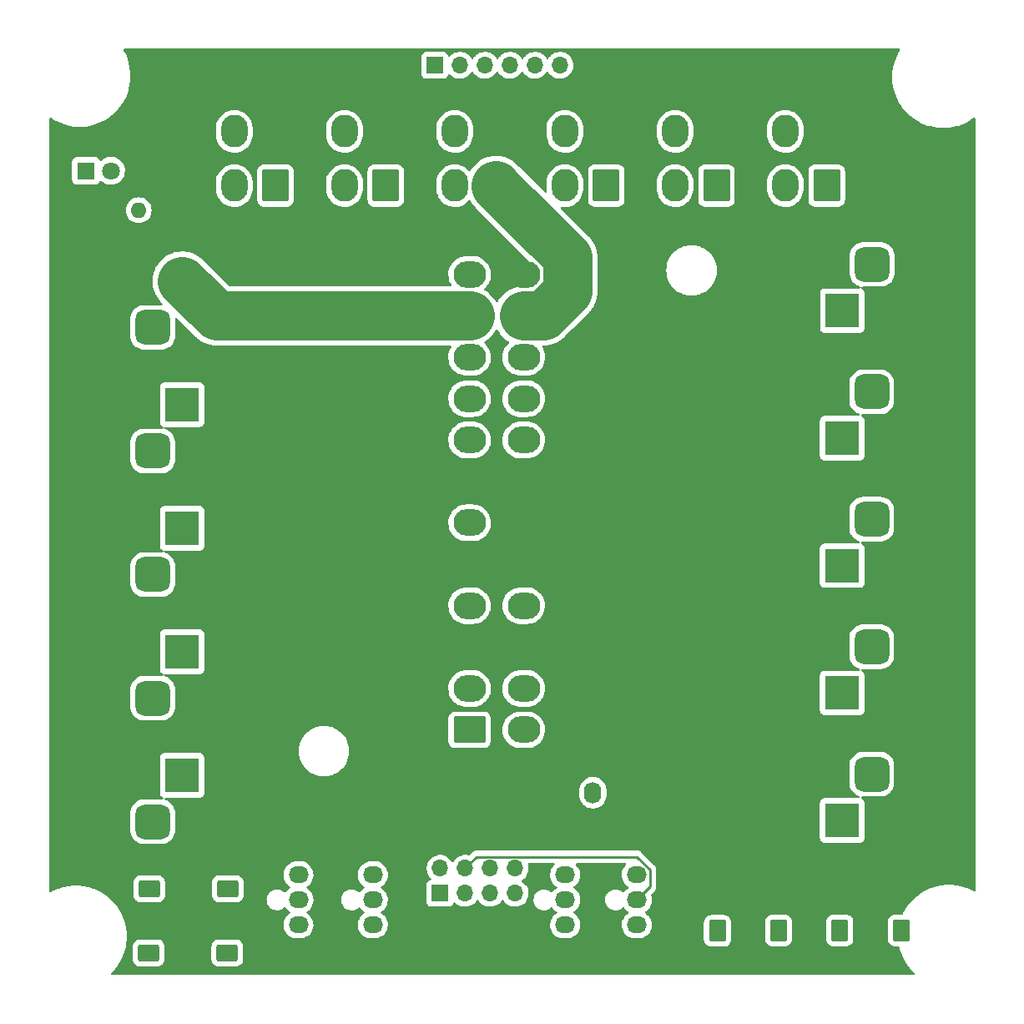
<source format=gbr>
%TF.GenerationSoftware,KiCad,Pcbnew,(6.0.9)*%
%TF.CreationDate,2023-01-10T01:38:09-09:00*%
%TF.ProjectId,ABSIS_Power Distribution Unit,41425349-535f-4506-9f77-657220446973,rev?*%
%TF.SameCoordinates,Original*%
%TF.FileFunction,Copper,L2,Bot*%
%TF.FilePolarity,Positive*%
%FSLAX46Y46*%
G04 Gerber Fmt 4.6, Leading zero omitted, Abs format (unit mm)*
G04 Created by KiCad (PCBNEW (6.0.9)) date 2023-01-10 01:38:09*
%MOMM*%
%LPD*%
G01*
G04 APERTURE LIST*
G04 Aperture macros list*
%AMRoundRect*
0 Rectangle with rounded corners*
0 $1 Rounding radius*
0 $2 $3 $4 $5 $6 $7 $8 $9 X,Y pos of 4 corners*
0 Add a 4 corners polygon primitive as box body*
4,1,4,$2,$3,$4,$5,$6,$7,$8,$9,$2,$3,0*
0 Add four circle primitives for the rounded corners*
1,1,$1+$1,$2,$3*
1,1,$1+$1,$4,$5*
1,1,$1+$1,$6,$7*
1,1,$1+$1,$8,$9*
0 Add four rect primitives between the rounded corners*
20,1,$1+$1,$2,$3,$4,$5,0*
20,1,$1+$1,$4,$5,$6,$7,0*
20,1,$1+$1,$6,$7,$8,$9,0*
20,1,$1+$1,$8,$9,$2,$3,0*%
G04 Aperture macros list end*
%TA.AperFunction,ComponentPad*%
%ADD10R,3.500000X3.500000*%
%TD*%
%TA.AperFunction,ComponentPad*%
%ADD11RoundRect,0.750000X0.750000X1.000000X-0.750000X1.000000X-0.750000X-1.000000X0.750000X-1.000000X0*%
%TD*%
%TA.AperFunction,ComponentPad*%
%ADD12RoundRect,0.875000X0.875000X0.875000X-0.875000X0.875000X-0.875000X-0.875000X0.875000X-0.875000X0*%
%TD*%
%TA.AperFunction,ComponentPad*%
%ADD13RoundRect,0.750000X-0.750000X-1.000000X0.750000X-1.000000X0.750000X1.000000X-0.750000X1.000000X0*%
%TD*%
%TA.AperFunction,ComponentPad*%
%ADD14RoundRect,0.875000X-0.875000X-0.875000X0.875000X-0.875000X0.875000X0.875000X-0.875000X0.875000X0*%
%TD*%
%TA.AperFunction,ComponentPad*%
%ADD15RoundRect,0.250001X1.099999X1.399999X-1.099999X1.399999X-1.099999X-1.399999X1.099999X-1.399999X0*%
%TD*%
%TA.AperFunction,ComponentPad*%
%ADD16O,2.700000X3.300000*%
%TD*%
%TA.AperFunction,ComponentPad*%
%ADD17R,2.030000X1.730000*%
%TD*%
%TA.AperFunction,ComponentPad*%
%ADD18O,2.030000X1.730000*%
%TD*%
%TA.AperFunction,ComponentPad*%
%ADD19RoundRect,0.250000X0.620000X0.845000X-0.620000X0.845000X-0.620000X-0.845000X0.620000X-0.845000X0*%
%TD*%
%TA.AperFunction,ComponentPad*%
%ADD20O,1.740000X2.190000*%
%TD*%
%TA.AperFunction,ComponentPad*%
%ADD21RoundRect,0.250001X1.399999X-1.099999X1.399999X1.099999X-1.399999X1.099999X-1.399999X-1.099999X0*%
%TD*%
%TA.AperFunction,ComponentPad*%
%ADD22O,3.300000X2.700000*%
%TD*%
%TA.AperFunction,ComponentPad*%
%ADD23R,1.700000X1.700000*%
%TD*%
%TA.AperFunction,ComponentPad*%
%ADD24O,1.700000X1.700000*%
%TD*%
%TA.AperFunction,ComponentPad*%
%ADD25RoundRect,0.250000X0.845000X-0.620000X0.845000X0.620000X-0.845000X0.620000X-0.845000X-0.620000X0*%
%TD*%
%TA.AperFunction,ComponentPad*%
%ADD26O,2.190000X1.740000*%
%TD*%
%TA.AperFunction,ComponentPad*%
%ADD27R,1.800000X1.800000*%
%TD*%
%TA.AperFunction,ComponentPad*%
%ADD28C,1.800000*%
%TD*%
%TA.AperFunction,ComponentPad*%
%ADD29C,1.600000*%
%TD*%
%TA.AperFunction,ComponentPad*%
%ADD30O,1.600000X1.600000*%
%TD*%
%TA.AperFunction,Conductor*%
%ADD31C,0.250000*%
%TD*%
%TA.AperFunction,Conductor*%
%ADD32C,5.000000*%
%TD*%
G04 APERTURE END LIST*
D10*
%TO.P,J16,1*%
%TO.N,/5VSOCKETS+*%
X81000000Y-27100000D03*
D11*
%TO.P,J16,2*%
%TO.N,/LEDGND*%
X87000000Y-27100000D03*
D12*
%TO.P,J16,3*%
%TO.N,N/C*%
X84000000Y-22400000D03*
%TD*%
D10*
%TO.P,J17,1*%
%TO.N,/5VSOCKETS+*%
X80975200Y-40028800D03*
D11*
%TO.P,J17,2*%
%TO.N,/LEDGND*%
X86975200Y-40028800D03*
D12*
%TO.P,J17,3*%
%TO.N,N/C*%
X83975200Y-35328800D03*
%TD*%
D10*
%TO.P,J18,1*%
%TO.N,/5VSOCKETS+*%
X80975200Y-52957600D03*
D11*
%TO.P,J18,2*%
%TO.N,/LEDGND*%
X86975200Y-52957600D03*
D12*
%TO.P,J18,3*%
%TO.N,N/C*%
X83975200Y-48257600D03*
%TD*%
D10*
%TO.P,J19,1*%
%TO.N,/5VSOCKETS+*%
X80975200Y-65886400D03*
D11*
%TO.P,J19,2*%
%TO.N,/LEDGND*%
X86975200Y-65886400D03*
D12*
%TO.P,J19,3*%
%TO.N,N/C*%
X83975200Y-61186400D03*
%TD*%
D10*
%TO.P,J21,1*%
%TO.N,/12VSOCKETS+*%
X14023600Y-24100000D03*
D13*
%TO.P,J21,2*%
%TO.N,/LEDGND*%
X8023600Y-24100000D03*
D14*
%TO.P,J21,3*%
%TO.N,N/C*%
X11023600Y-28800000D03*
%TD*%
D10*
%TO.P,J22,1*%
%TO.N,/12VSOCKETS+*%
X14023600Y-36635800D03*
D13*
%TO.P,J22,2*%
%TO.N,/LEDGND*%
X8023600Y-36635800D03*
D14*
%TO.P,J22,3*%
%TO.N,N/C*%
X11023600Y-41335800D03*
%TD*%
D10*
%TO.P,J23,1*%
%TO.N,/12VSOCKETS+*%
X14023600Y-49171600D03*
D13*
%TO.P,J23,2*%
%TO.N,/LEDGND*%
X8023600Y-49171600D03*
D14*
%TO.P,J23,3*%
%TO.N,N/C*%
X11023600Y-53871600D03*
%TD*%
D10*
%TO.P,J24,1*%
%TO.N,/12VSOCKETS+*%
X14023600Y-61707400D03*
D13*
%TO.P,J24,2*%
%TO.N,/LEDGND*%
X8023600Y-61707400D03*
D14*
%TO.P,J24,3*%
%TO.N,N/C*%
X11023600Y-66407400D03*
%TD*%
D10*
%TO.P,J20,1*%
%TO.N,/5VSOCKETS+*%
X80975200Y-78815200D03*
D11*
%TO.P,J20,2*%
%TO.N,/LEDGND*%
X86975200Y-78815200D03*
D12*
%TO.P,J20,3*%
%TO.N,N/C*%
X83975200Y-74115200D03*
%TD*%
D10*
%TO.P,J25,1*%
%TO.N,/12VSOCKETS+*%
X14023600Y-74243200D03*
D13*
%TO.P,J25,2*%
%TO.N,/LEDGND*%
X8023600Y-74243200D03*
D14*
%TO.P,J25,3*%
%TO.N,N/C*%
X11023600Y-78943200D03*
%TD*%
D15*
%TO.P,J1,1*%
%TO.N,/LED5V1*%
X23500000Y-14400000D03*
D16*
%TO.P,J1,2*%
X19300000Y-14400000D03*
%TO.P,J1,3*%
%TO.N,/LEDGND*%
X23500000Y-8900000D03*
%TO.P,J1,4*%
%TO.N,/LEDDATA1*%
X19300000Y-8900000D03*
%TD*%
D15*
%TO.P,J2,1*%
%TO.N,/LED5V2*%
X34680000Y-14400000D03*
D16*
%TO.P,J2,2*%
X30480000Y-14400000D03*
%TO.P,J2,3*%
%TO.N,/LEDGND*%
X34680000Y-8900000D03*
%TO.P,J2,4*%
%TO.N,/LEDDATA2*%
X30480000Y-8900000D03*
%TD*%
D15*
%TO.P,J3,1*%
%TO.N,/LED5V3*%
X45860000Y-14400000D03*
D16*
%TO.P,J3,2*%
X41660000Y-14400000D03*
%TO.P,J3,3*%
%TO.N,/LEDGND*%
X45860000Y-8900000D03*
%TO.P,J3,4*%
%TO.N,/LEDDATA3*%
X41660000Y-8900000D03*
%TD*%
D15*
%TO.P,J4,1*%
%TO.N,/LED5V4*%
X57040000Y-14400000D03*
D16*
%TO.P,J4,2*%
X52840000Y-14400000D03*
%TO.P,J4,3*%
%TO.N,/LEDGND*%
X57040000Y-8900000D03*
%TO.P,J4,4*%
%TO.N,/LEDDATA4*%
X52840000Y-8900000D03*
%TD*%
D15*
%TO.P,J5,1*%
%TO.N,/LED5V4*%
X68220000Y-14400000D03*
D16*
%TO.P,J5,2*%
X64020000Y-14400000D03*
%TO.P,J5,3*%
%TO.N,/LEDGND*%
X68220000Y-8900000D03*
%TO.P,J5,4*%
%TO.N,/LEDDATA5*%
X64020000Y-8900000D03*
%TD*%
D15*
%TO.P,J6,1*%
%TO.N,/LED5V4*%
X79400000Y-14400000D03*
D16*
%TO.P,J6,2*%
X75200000Y-14400000D03*
%TO.P,J6,3*%
%TO.N,/LEDGND*%
X79400000Y-8900000D03*
%TO.P,J6,4*%
%TO.N,/LEDDATA6*%
X75200000Y-8900000D03*
%TD*%
D17*
%TO.P,J8,1*%
%TO.N,/LEDGND*%
X25806400Y-91948000D03*
D18*
%TO.P,J8,2*%
%TO.N,/FAN+*%
X25806400Y-89408000D03*
%TO.P,J8,3*%
%TO.N,Net-(J26-Pad1)*%
X25806400Y-86868000D03*
%TO.P,J8,4*%
%TO.N,Net-(J26-Pad5)*%
X25806400Y-84328000D03*
%TD*%
D17*
%TO.P,J9,1*%
%TO.N,/LEDGND*%
X33358700Y-91948000D03*
D18*
%TO.P,J9,2*%
%TO.N,/FAN+*%
X33358700Y-89408000D03*
%TO.P,J9,3*%
%TO.N,Net-(J26-Pad2)*%
X33358700Y-86868000D03*
%TO.P,J9,4*%
%TO.N,Net-(J26-Pad6)*%
X33358700Y-84328000D03*
%TD*%
D17*
%TO.P,J10,1*%
%TO.N,/LEDGND*%
X52882800Y-91948000D03*
D18*
%TO.P,J10,2*%
%TO.N,/FAN+*%
X52882800Y-89408000D03*
%TO.P,J10,3*%
%TO.N,Net-(J10-Pad3)*%
X52882800Y-86868000D03*
%TO.P,J10,4*%
%TO.N,Net-(J10-Pad4)*%
X52882800Y-84328000D03*
%TD*%
D17*
%TO.P,J11,1*%
%TO.N,/LEDGND*%
X60147200Y-91948000D03*
D18*
%TO.P,J11,2*%
%TO.N,/FAN+*%
X60147200Y-89408000D03*
%TO.P,J11,3*%
%TO.N,Net-(J11-Pad3)*%
X60147200Y-86868000D03*
%TO.P,J11,4*%
%TO.N,Net-(J11-Pad4)*%
X60147200Y-84328000D03*
%TD*%
D19*
%TO.P,J12,1*%
%TO.N,/5VSOCKETS+*%
X68326000Y-90017600D03*
D20*
%TO.P,J12,2*%
%TO.N,/LEDGND*%
X65786000Y-90017600D03*
%TD*%
D19*
%TO.P,J13,1*%
%TO.N,/5VSOCKETS+*%
X74523600Y-89966800D03*
D20*
%TO.P,J13,2*%
%TO.N,/LEDGND*%
X71983600Y-89966800D03*
%TD*%
D19*
%TO.P,J14,1*%
%TO.N,/5VSOCKETS+*%
X80721200Y-89966800D03*
D20*
%TO.P,J14,2*%
%TO.N,/LEDGND*%
X78181200Y-89966800D03*
%TD*%
D19*
%TO.P,J15,1*%
%TO.N,/5VSOCKETS+*%
X86969600Y-89966800D03*
D20*
%TO.P,J15,2*%
%TO.N,/LEDGND*%
X84429600Y-89966800D03*
%TD*%
D21*
%TO.P,J27,1*%
%TO.N,Net-(J27-Pad1)*%
X43180000Y-69618800D03*
D22*
%TO.P,J27,2*%
%TO.N,Net-(J27-Pad2)*%
X43180000Y-65418800D03*
%TO.P,J27,3*%
%TO.N,/LEDGND*%
X43180000Y-61218800D03*
%TO.P,J27,4*%
%TO.N,/LED5V1*%
X43180000Y-57018800D03*
%TO.P,J27,5*%
%TO.N,/LEDGND*%
X43180000Y-52818800D03*
%TO.P,J27,6*%
%TO.N,/LED5V2*%
X43180000Y-48618800D03*
%TO.P,J27,7*%
%TO.N,/LEDGND*%
X43180000Y-44418800D03*
%TO.P,J27,8*%
%TO.N,/PWRGOOD*%
X43180000Y-40218800D03*
%TO.P,J27,9*%
%TO.N,Net-(J27-Pad9)*%
X43180000Y-36018800D03*
%TO.P,J27,10*%
%TO.N,/FAN+*%
X43180000Y-31818800D03*
%TO.P,J27,11*%
%TO.N,/12VSOCKETS+*%
X43180000Y-27618800D03*
%TO.P,J27,12*%
%TO.N,Net-(J27-Pad12)*%
X43180000Y-23418800D03*
%TO.P,J27,13*%
%TO.N,Net-(J27-Pad13)*%
X48680000Y-69618800D03*
%TO.P,J27,14*%
%TO.N,Net-(J27-Pad14)*%
X48680000Y-65418800D03*
%TO.P,J27,15*%
%TO.N,/LEDGND*%
X48680000Y-61218800D03*
%TO.P,J27,16*%
%TO.N,/PSUSW*%
X48680000Y-57018800D03*
%TO.P,J27,17*%
%TO.N,/LEDGND*%
X48680000Y-52818800D03*
%TO.P,J27,18*%
X48680000Y-48618800D03*
%TO.P,J27,19*%
X48680000Y-44418800D03*
%TO.P,J27,20*%
%TO.N,Net-(J27-Pad20)*%
X48680000Y-40218800D03*
%TO.P,J27,21*%
%TO.N,/5VSOCKETS+*%
X48680000Y-36018800D03*
%TO.P,J27,22*%
%TO.N,/LED5V4*%
X48680000Y-31818800D03*
%TO.P,J27,23*%
%TO.N,/LED5V3*%
X48680000Y-27618800D03*
%TO.P,J27,24*%
%TO.N,/LEDGND*%
X48680000Y-23418800D03*
%TD*%
D23*
%TO.P,J26,1*%
%TO.N,Net-(J26-Pad1)*%
X40182800Y-86207600D03*
D24*
%TO.P,J26,2*%
%TO.N,Net-(J26-Pad2)*%
X40182800Y-83667600D03*
%TO.P,J26,3*%
%TO.N,Net-(J10-Pad3)*%
X42722800Y-86207600D03*
%TO.P,J26,4*%
%TO.N,Net-(J11-Pad3)*%
X42722800Y-83667600D03*
%TO.P,J26,5*%
%TO.N,Net-(J26-Pad5)*%
X45262800Y-86207600D03*
%TO.P,J26,6*%
%TO.N,Net-(J26-Pad6)*%
X45262800Y-83667600D03*
%TO.P,J26,7*%
%TO.N,Net-(J10-Pad4)*%
X47802800Y-86207600D03*
%TO.P,J26,8*%
%TO.N,Net-(J11-Pad4)*%
X47802800Y-83667600D03*
%TD*%
D25*
%TO.P,J28,1*%
%TO.N,/12VSOCKETS+*%
X18643600Y-85750400D03*
D26*
%TO.P,J28,2*%
%TO.N,/LEDGND*%
X18643600Y-83210400D03*
%TD*%
D25*
%TO.P,J29,1*%
%TO.N,/12VSOCKETS+*%
X18592800Y-92252800D03*
D26*
%TO.P,J29,2*%
%TO.N,/LEDGND*%
X18592800Y-89712800D03*
%TD*%
D25*
%TO.P,J30,1*%
%TO.N,/12VSOCKETS+*%
X10668000Y-85750400D03*
D26*
%TO.P,J30,2*%
%TO.N,/LEDGND*%
X10668000Y-83210400D03*
%TD*%
D25*
%TO.P,J31,1*%
%TO.N,/12VSOCKETS+*%
X10617200Y-92252800D03*
D26*
%TO.P,J31,2*%
%TO.N,/LEDGND*%
X10617200Y-89712800D03*
%TD*%
D19*
%TO.P,J32,1*%
%TO.N,/LEDGND*%
X58216800Y-75996800D03*
D20*
%TO.P,J32,2*%
%TO.N,/PSUSW*%
X55676800Y-75996800D03*
%TD*%
D23*
%TO.P,J7,1*%
%TO.N,/LEDDATA1*%
X39640000Y-2200000D03*
D24*
%TO.P,J7,2*%
%TO.N,/LEDDATA2*%
X42180000Y-2200000D03*
%TO.P,J7,3*%
%TO.N,/LEDDATA3*%
X44720000Y-2200000D03*
%TO.P,J7,4*%
%TO.N,/LEDDATA4*%
X47260000Y-2200000D03*
%TO.P,J7,5*%
%TO.N,/LEDDATA5*%
X49800000Y-2200000D03*
%TO.P,J7,6*%
%TO.N,/LEDDATA6*%
X52340000Y-2200000D03*
%TO.P,J7,7*%
%TO.N,/LEDGND*%
X54880000Y-2200000D03*
%TD*%
D27*
%TO.P,PSU OK,1*%
%TO.N,Net-(D1-Pad1)*%
X4260000Y-12900000D03*
D28*
%TO.P,PSU OK,2*%
%TO.N,/PWRGOOD*%
X6800000Y-12900000D03*
%TD*%
D29*
%TO.P,R1,1*%
%TO.N,/LEDGND*%
X1980000Y-16900000D03*
D30*
%TO.P,R1,2*%
%TO.N,Net-(D1-Pad1)*%
X9600000Y-16900000D03*
%TD*%
D31*
%TO.N,Net-(J11-Pad3)*%
X43897801Y-82492599D02*
X42722800Y-83667600D01*
X60147200Y-86868000D02*
X61487210Y-85527990D01*
X61487210Y-85527990D02*
X61487210Y-83835082D01*
X60144727Y-82492599D02*
X43897801Y-82492599D01*
X61487210Y-83835082D02*
X60144727Y-82492599D01*
D32*
%TO.N,/LED5V3*%
X53130010Y-25137790D02*
X50649000Y-27618800D01*
X45860000Y-14400000D02*
X45860000Y-14429800D01*
X45860000Y-14429800D02*
X53130010Y-21699810D01*
X53130010Y-21699810D02*
X53130010Y-25137790D01*
X50649000Y-27618800D02*
X48680000Y-27618800D01*
%TO.N,/12VSOCKETS+*%
X43180000Y-27618800D02*
X17542400Y-27618800D01*
X17542400Y-27618800D02*
X14023600Y-24100000D01*
%TD*%
%TA.AperFunction,Conductor*%
%TO.N,/LEDGND*%
G36*
X86794579Y-528502D02*
G01*
X86841072Y-582158D01*
X86851176Y-652432D01*
X86832725Y-702200D01*
X86820166Y-721914D01*
X86753966Y-825827D01*
X86546289Y-1224772D01*
X86374171Y-1640299D01*
X86334626Y-1765720D01*
X86271787Y-1965023D01*
X86238925Y-2069247D01*
X86141578Y-2508349D01*
X86082872Y-2954265D01*
X86063254Y-3403600D01*
X86082872Y-3852935D01*
X86141578Y-4298851D01*
X86238925Y-4737953D01*
X86374171Y-5166901D01*
X86546289Y-5582428D01*
X86753966Y-5981373D01*
X86995624Y-6360700D01*
X86997288Y-6362868D01*
X86997296Y-6362880D01*
X87267741Y-6715329D01*
X87269423Y-6717521D01*
X87271281Y-6719549D01*
X87271288Y-6719557D01*
X87571427Y-7047102D01*
X87573278Y-7049122D01*
X87575298Y-7050973D01*
X87902843Y-7351112D01*
X87902851Y-7351119D01*
X87904879Y-7352977D01*
X87907071Y-7354659D01*
X88259520Y-7625104D01*
X88259532Y-7625112D01*
X88261700Y-7626776D01*
X88641027Y-7868434D01*
X89039972Y-8076111D01*
X89455499Y-8248229D01*
X89703865Y-8326538D01*
X89881823Y-8382648D01*
X89881830Y-8382650D01*
X89884447Y-8383475D01*
X89887132Y-8384070D01*
X89887131Y-8384070D01*
X90320851Y-8480224D01*
X90320854Y-8480225D01*
X90323549Y-8480822D01*
X90326279Y-8481181D01*
X90326288Y-8481183D01*
X90546507Y-8510175D01*
X90769465Y-8539528D01*
X91038256Y-8551263D01*
X91101848Y-8554040D01*
X91101853Y-8554040D01*
X91103225Y-8554100D01*
X91334375Y-8554100D01*
X91335747Y-8554040D01*
X91335752Y-8554040D01*
X91399344Y-8551263D01*
X91668135Y-8539528D01*
X91891093Y-8510175D01*
X92111312Y-8481183D01*
X92111321Y-8481181D01*
X92114051Y-8480822D01*
X92116746Y-8480225D01*
X92116749Y-8480224D01*
X92550469Y-8384070D01*
X92550468Y-8384070D01*
X92553153Y-8383475D01*
X92555770Y-8382650D01*
X92555777Y-8382648D01*
X92733735Y-8326538D01*
X92982101Y-8248229D01*
X93397628Y-8076111D01*
X93796573Y-7868434D01*
X94175900Y-7626776D01*
X94288798Y-7540146D01*
X94355016Y-7514547D01*
X94424565Y-7528812D01*
X94475361Y-7578413D01*
X94491500Y-7640110D01*
X94491500Y-85881818D01*
X94471498Y-85949939D01*
X94417842Y-85996432D01*
X94347568Y-86006536D01*
X94307320Y-85993581D01*
X94195830Y-85935543D01*
X93974428Y-85820289D01*
X93955535Y-85812463D01*
X93903064Y-85790729D01*
X93558901Y-85648171D01*
X93254585Y-85552221D01*
X93132577Y-85513752D01*
X93132570Y-85513750D01*
X93129953Y-85512925D01*
X92894139Y-85460646D01*
X92693549Y-85416176D01*
X92693546Y-85416175D01*
X92690851Y-85415578D01*
X92688121Y-85415219D01*
X92688112Y-85415217D01*
X92467893Y-85386225D01*
X92244935Y-85356872D01*
X91976144Y-85345137D01*
X91912552Y-85342360D01*
X91912547Y-85342360D01*
X91911175Y-85342300D01*
X91680025Y-85342300D01*
X91678653Y-85342360D01*
X91678648Y-85342360D01*
X91615056Y-85345137D01*
X91346265Y-85356872D01*
X91123307Y-85386225D01*
X90903088Y-85415217D01*
X90903079Y-85415219D01*
X90900349Y-85415578D01*
X90897654Y-85416175D01*
X90897651Y-85416176D01*
X90697061Y-85460646D01*
X90461247Y-85512925D01*
X90458630Y-85513750D01*
X90458623Y-85513752D01*
X90336615Y-85552221D01*
X90032299Y-85648171D01*
X89688136Y-85790729D01*
X89635666Y-85812463D01*
X89616772Y-85820289D01*
X89217827Y-86027966D01*
X88838500Y-86269624D01*
X88836332Y-86271288D01*
X88836320Y-86271296D01*
X88543913Y-86495669D01*
X88481679Y-86543423D01*
X88479651Y-86545281D01*
X88479643Y-86545288D01*
X88305940Y-86704457D01*
X88150078Y-86847278D01*
X88148227Y-86849298D01*
X87848088Y-87176843D01*
X87848081Y-87176851D01*
X87846223Y-87178879D01*
X87844541Y-87181071D01*
X87574096Y-87533520D01*
X87574088Y-87533532D01*
X87572424Y-87535700D01*
X87570951Y-87538012D01*
X87570949Y-87538015D01*
X87551105Y-87569164D01*
X87330766Y-87915027D01*
X87248809Y-88072465D01*
X87132715Y-88295480D01*
X87083519Y-88346668D01*
X87020952Y-88363300D01*
X86299200Y-88363300D01*
X86295954Y-88363637D01*
X86295950Y-88363637D01*
X86200292Y-88373562D01*
X86200288Y-88373563D01*
X86193434Y-88374274D01*
X86186898Y-88376455D01*
X86186896Y-88376455D01*
X86115982Y-88400114D01*
X86025654Y-88430250D01*
X85875252Y-88523322D01*
X85750295Y-88648497D01*
X85657485Y-88799062D01*
X85601803Y-88966939D01*
X85591100Y-89071400D01*
X85591100Y-90862200D01*
X85591437Y-90865446D01*
X85591437Y-90865450D01*
X85599642Y-90944525D01*
X85602074Y-90967966D01*
X85604255Y-90974502D01*
X85604255Y-90974504D01*
X85621347Y-91025735D01*
X85658050Y-91135746D01*
X85751122Y-91286148D01*
X85876297Y-91411105D01*
X85882527Y-91414945D01*
X85882528Y-91414946D01*
X86019690Y-91499494D01*
X86026862Y-91503915D01*
X86106605Y-91530364D01*
X86188211Y-91557432D01*
X86188213Y-91557432D01*
X86194739Y-91559597D01*
X86201575Y-91560297D01*
X86201578Y-91560298D01*
X86244631Y-91564709D01*
X86299200Y-91570300D01*
X86657657Y-91570300D01*
X86725778Y-91590302D01*
X86772271Y-91643958D01*
X86780669Y-91669026D01*
X86815725Y-91827153D01*
X86816553Y-91829778D01*
X86816554Y-91829783D01*
X86842084Y-91910753D01*
X86950971Y-92256101D01*
X87123089Y-92671628D01*
X87330766Y-93070573D01*
X87572424Y-93449900D01*
X87574088Y-93452068D01*
X87574096Y-93452080D01*
X87711617Y-93631300D01*
X87846223Y-93806721D01*
X87848081Y-93808749D01*
X87848088Y-93808757D01*
X88130505Y-94116962D01*
X88150078Y-94138322D01*
X88239108Y-94219902D01*
X88296621Y-94272603D01*
X88333332Y-94333371D01*
X88331361Y-94404341D01*
X88291334Y-94462978D01*
X88225960Y-94490667D01*
X88211497Y-94491500D01*
X6908537Y-94491500D01*
X6840416Y-94471498D01*
X6793923Y-94417842D01*
X6783819Y-94347568D01*
X6813313Y-94282988D01*
X6823413Y-94272603D01*
X6876702Y-94223773D01*
X6878722Y-94221922D01*
X6974900Y-94116962D01*
X7180712Y-93892357D01*
X7180719Y-93892349D01*
X7182577Y-93890321D01*
X7184259Y-93888129D01*
X7454704Y-93535680D01*
X7454712Y-93535668D01*
X7456376Y-93533500D01*
X7698034Y-93154173D01*
X7818271Y-92923200D01*
X9013700Y-92923200D01*
X9024674Y-93028966D01*
X9026855Y-93035502D01*
X9026855Y-93035504D01*
X9065630Y-93151725D01*
X9080650Y-93196746D01*
X9173722Y-93347148D01*
X9298897Y-93472105D01*
X9305127Y-93475945D01*
X9305128Y-93475946D01*
X9442290Y-93560494D01*
X9449462Y-93564915D01*
X9529205Y-93591364D01*
X9610811Y-93618432D01*
X9610813Y-93618432D01*
X9617339Y-93620597D01*
X9624175Y-93621297D01*
X9624178Y-93621298D01*
X9667231Y-93625709D01*
X9721800Y-93631300D01*
X11512600Y-93631300D01*
X11515846Y-93630963D01*
X11515850Y-93630963D01*
X11611508Y-93621038D01*
X11611512Y-93621037D01*
X11618366Y-93620326D01*
X11624902Y-93618145D01*
X11624904Y-93618145D01*
X11757006Y-93574072D01*
X11786146Y-93564350D01*
X11936548Y-93471278D01*
X12061505Y-93346103D01*
X12154315Y-93195538D01*
X12209997Y-93027661D01*
X12220700Y-92923200D01*
X16989300Y-92923200D01*
X17000274Y-93028966D01*
X17002455Y-93035502D01*
X17002455Y-93035504D01*
X17041230Y-93151725D01*
X17056250Y-93196746D01*
X17149322Y-93347148D01*
X17274497Y-93472105D01*
X17280727Y-93475945D01*
X17280728Y-93475946D01*
X17417890Y-93560494D01*
X17425062Y-93564915D01*
X17504805Y-93591364D01*
X17586411Y-93618432D01*
X17586413Y-93618432D01*
X17592939Y-93620597D01*
X17599775Y-93621297D01*
X17599778Y-93621298D01*
X17642831Y-93625709D01*
X17697400Y-93631300D01*
X19488200Y-93631300D01*
X19491446Y-93630963D01*
X19491450Y-93630963D01*
X19587108Y-93621038D01*
X19587112Y-93621037D01*
X19593966Y-93620326D01*
X19600502Y-93618145D01*
X19600504Y-93618145D01*
X19732606Y-93574072D01*
X19761746Y-93564350D01*
X19912148Y-93471278D01*
X20037105Y-93346103D01*
X20129915Y-93195538D01*
X20185597Y-93027661D01*
X20196300Y-92923200D01*
X20196300Y-91582400D01*
X20193906Y-91559326D01*
X20186038Y-91483492D01*
X20186037Y-91483488D01*
X20185326Y-91476634D01*
X20181694Y-91465746D01*
X20131668Y-91315802D01*
X20129350Y-91308854D01*
X20036278Y-91158452D01*
X19911103Y-91033495D01*
X19904872Y-91029654D01*
X19766768Y-90944525D01*
X19766766Y-90944524D01*
X19760538Y-90940685D01*
X19677070Y-90913000D01*
X66947500Y-90913000D01*
X66947837Y-90916246D01*
X66947837Y-90916250D01*
X66953068Y-90966661D01*
X66958474Y-91018766D01*
X66960655Y-91025302D01*
X66960655Y-91025304D01*
X66962378Y-91030468D01*
X67014450Y-91186546D01*
X67107522Y-91336948D01*
X67232697Y-91461905D01*
X67238927Y-91465745D01*
X67238928Y-91465746D01*
X67376090Y-91550294D01*
X67383262Y-91554715D01*
X67429234Y-91569963D01*
X67544611Y-91608232D01*
X67544613Y-91608232D01*
X67551139Y-91610397D01*
X67557975Y-91611097D01*
X67557978Y-91611098D01*
X67601031Y-91615509D01*
X67655600Y-91621100D01*
X68996400Y-91621100D01*
X68999646Y-91620763D01*
X68999650Y-91620763D01*
X69095308Y-91610838D01*
X69095312Y-91610837D01*
X69102166Y-91610126D01*
X69108702Y-91607945D01*
X69108704Y-91607945D01*
X69260969Y-91557145D01*
X69269946Y-91554150D01*
X69420348Y-91461078D01*
X69545305Y-91335903D01*
X69549146Y-91329672D01*
X69634275Y-91191568D01*
X69634276Y-91191566D01*
X69638115Y-91185338D01*
X69686764Y-91038666D01*
X69691632Y-91023989D01*
X69691632Y-91023987D01*
X69693797Y-91017461D01*
X69704500Y-90913000D01*
X69704500Y-90862200D01*
X73145100Y-90862200D01*
X73145437Y-90865446D01*
X73145437Y-90865450D01*
X73153642Y-90944525D01*
X73156074Y-90967966D01*
X73158255Y-90974502D01*
X73158255Y-90974504D01*
X73175347Y-91025735D01*
X73212050Y-91135746D01*
X73305122Y-91286148D01*
X73430297Y-91411105D01*
X73436527Y-91414945D01*
X73436528Y-91414946D01*
X73573690Y-91499494D01*
X73580862Y-91503915D01*
X73660605Y-91530364D01*
X73742211Y-91557432D01*
X73742213Y-91557432D01*
X73748739Y-91559597D01*
X73755575Y-91560297D01*
X73755578Y-91560298D01*
X73798631Y-91564709D01*
X73853200Y-91570300D01*
X75194000Y-91570300D01*
X75197246Y-91569963D01*
X75197250Y-91569963D01*
X75292908Y-91560038D01*
X75292912Y-91560037D01*
X75299766Y-91559326D01*
X75306302Y-91557145D01*
X75306304Y-91557145D01*
X75438406Y-91513072D01*
X75467546Y-91503350D01*
X75617948Y-91410278D01*
X75742905Y-91285103D01*
X75746746Y-91278872D01*
X75831875Y-91140768D01*
X75831876Y-91140766D01*
X75835715Y-91134538D01*
X75874115Y-91018766D01*
X75889232Y-90973189D01*
X75889232Y-90973187D01*
X75891397Y-90966661D01*
X75894059Y-90940685D01*
X75899736Y-90885274D01*
X75902100Y-90862200D01*
X79342700Y-90862200D01*
X79343037Y-90865446D01*
X79343037Y-90865450D01*
X79351242Y-90944525D01*
X79353674Y-90967966D01*
X79355855Y-90974502D01*
X79355855Y-90974504D01*
X79372947Y-91025735D01*
X79409650Y-91135746D01*
X79502722Y-91286148D01*
X79627897Y-91411105D01*
X79634127Y-91414945D01*
X79634128Y-91414946D01*
X79771290Y-91499494D01*
X79778462Y-91503915D01*
X79858205Y-91530364D01*
X79939811Y-91557432D01*
X79939813Y-91557432D01*
X79946339Y-91559597D01*
X79953175Y-91560297D01*
X79953178Y-91560298D01*
X79996231Y-91564709D01*
X80050800Y-91570300D01*
X81391600Y-91570300D01*
X81394846Y-91569963D01*
X81394850Y-91569963D01*
X81490508Y-91560038D01*
X81490512Y-91560037D01*
X81497366Y-91559326D01*
X81503902Y-91557145D01*
X81503904Y-91557145D01*
X81636006Y-91513072D01*
X81665146Y-91503350D01*
X81815548Y-91410278D01*
X81940505Y-91285103D01*
X81944346Y-91278872D01*
X82029475Y-91140768D01*
X82029476Y-91140766D01*
X82033315Y-91134538D01*
X82071715Y-91018766D01*
X82086832Y-90973189D01*
X82086832Y-90973187D01*
X82088997Y-90966661D01*
X82091659Y-90940685D01*
X82097336Y-90885274D01*
X82099700Y-90862200D01*
X82099700Y-89071400D01*
X82094842Y-89024578D01*
X82089438Y-88972492D01*
X82089437Y-88972488D01*
X82088726Y-88965634D01*
X82032750Y-88797854D01*
X81939678Y-88647452D01*
X81814503Y-88522495D01*
X81769251Y-88494601D01*
X81670168Y-88433525D01*
X81670166Y-88433524D01*
X81663938Y-88429685D01*
X81503454Y-88376455D01*
X81502589Y-88376168D01*
X81502587Y-88376168D01*
X81496061Y-88374003D01*
X81489225Y-88373303D01*
X81489222Y-88373302D01*
X81446169Y-88368891D01*
X81391600Y-88363300D01*
X80050800Y-88363300D01*
X80047554Y-88363637D01*
X80047550Y-88363637D01*
X79951892Y-88373562D01*
X79951888Y-88373563D01*
X79945034Y-88374274D01*
X79938498Y-88376455D01*
X79938496Y-88376455D01*
X79867582Y-88400114D01*
X79777254Y-88430250D01*
X79626852Y-88523322D01*
X79501895Y-88648497D01*
X79409085Y-88799062D01*
X79353403Y-88966939D01*
X79342700Y-89071400D01*
X79342700Y-90862200D01*
X75902100Y-90862200D01*
X75902100Y-89071400D01*
X75897242Y-89024578D01*
X75891838Y-88972492D01*
X75891837Y-88972488D01*
X75891126Y-88965634D01*
X75835150Y-88797854D01*
X75742078Y-88647452D01*
X75616903Y-88522495D01*
X75571651Y-88494601D01*
X75472568Y-88433525D01*
X75472566Y-88433524D01*
X75466338Y-88429685D01*
X75305854Y-88376455D01*
X75304989Y-88376168D01*
X75304987Y-88376168D01*
X75298461Y-88374003D01*
X75291625Y-88373303D01*
X75291622Y-88373302D01*
X75248569Y-88368891D01*
X75194000Y-88363300D01*
X73853200Y-88363300D01*
X73849954Y-88363637D01*
X73849950Y-88363637D01*
X73754292Y-88373562D01*
X73754288Y-88373563D01*
X73747434Y-88374274D01*
X73740898Y-88376455D01*
X73740896Y-88376455D01*
X73669982Y-88400114D01*
X73579654Y-88430250D01*
X73429252Y-88523322D01*
X73304295Y-88648497D01*
X73211485Y-88799062D01*
X73155803Y-88966939D01*
X73145100Y-89071400D01*
X73145100Y-90862200D01*
X69704500Y-90862200D01*
X69704500Y-89122200D01*
X69699229Y-89071400D01*
X69694238Y-89023292D01*
X69694237Y-89023288D01*
X69693526Y-89016434D01*
X69674397Y-88959096D01*
X69639868Y-88855602D01*
X69637550Y-88848654D01*
X69544478Y-88698252D01*
X69523517Y-88677327D01*
X69424483Y-88578466D01*
X69419303Y-88573295D01*
X69346639Y-88528504D01*
X69274968Y-88484325D01*
X69274966Y-88484324D01*
X69268738Y-88480485D01*
X69128909Y-88434106D01*
X69107389Y-88426968D01*
X69107387Y-88426968D01*
X69100861Y-88424803D01*
X69094025Y-88424103D01*
X69094022Y-88424102D01*
X69050969Y-88419691D01*
X68996400Y-88414100D01*
X67655600Y-88414100D01*
X67652354Y-88414437D01*
X67652350Y-88414437D01*
X67556692Y-88424362D01*
X67556688Y-88424363D01*
X67549834Y-88425074D01*
X67543298Y-88427255D01*
X67543296Y-88427255D01*
X67411194Y-88471328D01*
X67382054Y-88481050D01*
X67231652Y-88574122D01*
X67106695Y-88699297D01*
X67102855Y-88705527D01*
X67102854Y-88705528D01*
X67041661Y-88804802D01*
X67013885Y-88849862D01*
X67011581Y-88856809D01*
X66975053Y-88966939D01*
X66958203Y-89017739D01*
X66947500Y-89122200D01*
X66947500Y-90913000D01*
X19677070Y-90913000D01*
X19600054Y-90887455D01*
X19599189Y-90887168D01*
X19599187Y-90887168D01*
X19592661Y-90885003D01*
X19585825Y-90884303D01*
X19585822Y-90884302D01*
X19542769Y-90879891D01*
X19488200Y-90874300D01*
X17697400Y-90874300D01*
X17694154Y-90874637D01*
X17694150Y-90874637D01*
X17598492Y-90884562D01*
X17598488Y-90884563D01*
X17591634Y-90885274D01*
X17585098Y-90887455D01*
X17585096Y-90887455D01*
X17498788Y-90916250D01*
X17423854Y-90941250D01*
X17273452Y-91034322D01*
X17148495Y-91159497D01*
X17144655Y-91165727D01*
X17144654Y-91165728D01*
X17136105Y-91179598D01*
X17055685Y-91310062D01*
X17045396Y-91341083D01*
X17005596Y-91461078D01*
X17000003Y-91477939D01*
X16999303Y-91484775D01*
X16999302Y-91484778D01*
X16997162Y-91505668D01*
X16989300Y-91582400D01*
X16989300Y-92923200D01*
X12220700Y-92923200D01*
X12220700Y-91582400D01*
X12218306Y-91559326D01*
X12210438Y-91483492D01*
X12210437Y-91483488D01*
X12209726Y-91476634D01*
X12206094Y-91465746D01*
X12156068Y-91315802D01*
X12153750Y-91308854D01*
X12060678Y-91158452D01*
X11935503Y-91033495D01*
X11929272Y-91029654D01*
X11791168Y-90944525D01*
X11791166Y-90944524D01*
X11784938Y-90940685D01*
X11624454Y-90887455D01*
X11623589Y-90887168D01*
X11623587Y-90887168D01*
X11617061Y-90885003D01*
X11610225Y-90884303D01*
X11610222Y-90884302D01*
X11567169Y-90879891D01*
X11512600Y-90874300D01*
X9721800Y-90874300D01*
X9718554Y-90874637D01*
X9718550Y-90874637D01*
X9622892Y-90884562D01*
X9622888Y-90884563D01*
X9616034Y-90885274D01*
X9609498Y-90887455D01*
X9609496Y-90887455D01*
X9523188Y-90916250D01*
X9448254Y-90941250D01*
X9297852Y-91034322D01*
X9172895Y-91159497D01*
X9169055Y-91165727D01*
X9169054Y-91165728D01*
X9160505Y-91179598D01*
X9080085Y-91310062D01*
X9069796Y-91341083D01*
X9029996Y-91461078D01*
X9024403Y-91477939D01*
X9023703Y-91484775D01*
X9023702Y-91484778D01*
X9021562Y-91505668D01*
X9013700Y-91582400D01*
X9013700Y-92923200D01*
X7818271Y-92923200D01*
X7905711Y-92755228D01*
X8077829Y-92339701D01*
X8213075Y-91910753D01*
X8285156Y-91585617D01*
X8309824Y-91474349D01*
X8309825Y-91474346D01*
X8310422Y-91471651D01*
X8311200Y-91465746D01*
X8348116Y-91185338D01*
X8369128Y-91025735D01*
X8388746Y-90576400D01*
X8369128Y-90127065D01*
X8325924Y-89798898D01*
X8310783Y-89683888D01*
X8310781Y-89683879D01*
X8310422Y-89681149D01*
X8213075Y-89242047D01*
X8077829Y-88813099D01*
X7905711Y-88397572D01*
X7698034Y-87998627D01*
X7456376Y-87619300D01*
X7454712Y-87617132D01*
X7454704Y-87617120D01*
X7184259Y-87264671D01*
X7182577Y-87262479D01*
X7180719Y-87260451D01*
X7180712Y-87260443D01*
X6880573Y-86932898D01*
X6878722Y-86930878D01*
X6855585Y-86909677D01*
X6549157Y-86628888D01*
X6549149Y-86628881D01*
X6547121Y-86627023D01*
X6423010Y-86531789D01*
X6278367Y-86420800D01*
X9064500Y-86420800D01*
X9064837Y-86424046D01*
X9064837Y-86424050D01*
X9070342Y-86477102D01*
X9075474Y-86526566D01*
X9077655Y-86533102D01*
X9077655Y-86533104D01*
X9120076Y-86660255D01*
X9131450Y-86694346D01*
X9224522Y-86844748D01*
X9349697Y-86969705D01*
X9355927Y-86973545D01*
X9355928Y-86973546D01*
X9493090Y-87058094D01*
X9500262Y-87062515D01*
X9532516Y-87073213D01*
X9661611Y-87116032D01*
X9661613Y-87116032D01*
X9668139Y-87118197D01*
X9674975Y-87118897D01*
X9674978Y-87118898D01*
X9718031Y-87123309D01*
X9772600Y-87128900D01*
X11563400Y-87128900D01*
X11566646Y-87128563D01*
X11566650Y-87128563D01*
X11662308Y-87118638D01*
X11662312Y-87118637D01*
X11669166Y-87117926D01*
X11675702Y-87115745D01*
X11675704Y-87115745D01*
X11820901Y-87067303D01*
X11836946Y-87061950D01*
X11987348Y-86968878D01*
X12112305Y-86843703D01*
X12205115Y-86693138D01*
X12231564Y-86613395D01*
X12258632Y-86531789D01*
X12258632Y-86531787D01*
X12260797Y-86525261D01*
X12263322Y-86500623D01*
X12271172Y-86423998D01*
X12271500Y-86420800D01*
X17040100Y-86420800D01*
X17040437Y-86424046D01*
X17040437Y-86424050D01*
X17045942Y-86477102D01*
X17051074Y-86526566D01*
X17053255Y-86533102D01*
X17053255Y-86533104D01*
X17095676Y-86660255D01*
X17107050Y-86694346D01*
X17200122Y-86844748D01*
X17325297Y-86969705D01*
X17331527Y-86973545D01*
X17331528Y-86973546D01*
X17468690Y-87058094D01*
X17475862Y-87062515D01*
X17508116Y-87073213D01*
X17637211Y-87116032D01*
X17637213Y-87116032D01*
X17643739Y-87118197D01*
X17650575Y-87118897D01*
X17650578Y-87118898D01*
X17693631Y-87123309D01*
X17748200Y-87128900D01*
X19539000Y-87128900D01*
X19542246Y-87128563D01*
X19542250Y-87128563D01*
X19637908Y-87118638D01*
X19637912Y-87118637D01*
X19644766Y-87117926D01*
X19651302Y-87115745D01*
X19651304Y-87115745D01*
X19796501Y-87067303D01*
X19812546Y-87061950D01*
X19962948Y-86968878D01*
X20071062Y-86860575D01*
X22582804Y-86860575D01*
X22584546Y-86879713D01*
X22600833Y-87058675D01*
X22601618Y-87067303D01*
X22603356Y-87073209D01*
X22603357Y-87073213D01*
X22633857Y-87176843D01*
X22660227Y-87266440D01*
X22756399Y-87450400D01*
X22886471Y-87612177D01*
X22891188Y-87616135D01*
X22891190Y-87616137D01*
X22967522Y-87680187D01*
X23045489Y-87745609D01*
X23050881Y-87748573D01*
X23050885Y-87748576D01*
X23221998Y-87842646D01*
X23227395Y-87845613D01*
X23425261Y-87908379D01*
X23431378Y-87909065D01*
X23431382Y-87909066D01*
X23506353Y-87917475D01*
X23586813Y-87926500D01*
X23698637Y-87926500D01*
X23701693Y-87926200D01*
X23701700Y-87926200D01*
X23846866Y-87911966D01*
X23846869Y-87911965D01*
X23852992Y-87911365D01*
X23984946Y-87871526D01*
X24045807Y-87853152D01*
X24045810Y-87853151D01*
X24051715Y-87851368D01*
X24059035Y-87847476D01*
X24229553Y-87756809D01*
X24229555Y-87756808D01*
X24234999Y-87753913D01*
X24358882Y-87652876D01*
X24424313Y-87625323D01*
X24494254Y-87637518D01*
X24540160Y-87676144D01*
X24542613Y-87680187D01*
X24546112Y-87684219D01*
X24687780Y-87847476D01*
X24695382Y-87856237D01*
X24699513Y-87859624D01*
X24871500Y-88000646D01*
X24871506Y-88000650D01*
X24875628Y-88004030D01*
X24880266Y-88006670D01*
X24919398Y-88028945D01*
X24968704Y-88080027D01*
X24982566Y-88149657D01*
X24956583Y-88215728D01*
X24927435Y-88242965D01*
X24888274Y-88269330D01*
X24821965Y-88313972D01*
X24792648Y-88333709D01*
X24788791Y-88337388D01*
X24788789Y-88337390D01*
X24747839Y-88376455D01*
X24623990Y-88494601D01*
X24484852Y-88681609D01*
X24482436Y-88686360D01*
X24482434Y-88686364D01*
X24432032Y-88785499D01*
X24379212Y-88889388D01*
X24310090Y-89111995D01*
X24279464Y-89343065D01*
X24288209Y-89575993D01*
X24336074Y-89804117D01*
X24421692Y-90020914D01*
X24542613Y-90220187D01*
X24546108Y-90224215D01*
X24546109Y-90224216D01*
X24630441Y-90321399D01*
X24695382Y-90396237D01*
X24699513Y-90399624D01*
X24871500Y-90540646D01*
X24871506Y-90540650D01*
X24875628Y-90544030D01*
X25078200Y-90659340D01*
X25083216Y-90661161D01*
X25083221Y-90661163D01*
X25292288Y-90737051D01*
X25292292Y-90737052D01*
X25297303Y-90738871D01*
X25302552Y-90739820D01*
X25302555Y-90739821D01*
X25522591Y-90779610D01*
X25522598Y-90779611D01*
X25526675Y-90780348D01*
X25544599Y-90781193D01*
X25549614Y-90781430D01*
X25549621Y-90781430D01*
X25551102Y-90781500D01*
X26014927Y-90781500D01*
X26188657Y-90766759D01*
X26193821Y-90765419D01*
X26193825Y-90765418D01*
X26409108Y-90709541D01*
X26409112Y-90709539D01*
X26414273Y-90708200D01*
X26437927Y-90697545D01*
X26621936Y-90614655D01*
X26621939Y-90614654D01*
X26626797Y-90612465D01*
X26820152Y-90482291D01*
X26988810Y-90321399D01*
X27127948Y-90134391D01*
X27133066Y-90124326D01*
X27183324Y-90025475D01*
X27233588Y-89926612D01*
X27302710Y-89704005D01*
X27333336Y-89472935D01*
X27324591Y-89240007D01*
X27276726Y-89011883D01*
X27261678Y-88973778D01*
X27209803Y-88842424D01*
X27191108Y-88795086D01*
X27070187Y-88595813D01*
X27055134Y-88578466D01*
X26920918Y-88423796D01*
X26920916Y-88423794D01*
X26917418Y-88419763D01*
X26848557Y-88363300D01*
X26741300Y-88275354D01*
X26741294Y-88275350D01*
X26737172Y-88271970D01*
X26693402Y-88247055D01*
X26644096Y-88195973D01*
X26630234Y-88126343D01*
X26656217Y-88060272D01*
X26685365Y-88033035D01*
X26820152Y-87942291D01*
X26988810Y-87781399D01*
X27007106Y-87756809D01*
X27111037Y-87617120D01*
X27127948Y-87594391D01*
X27141012Y-87568697D01*
X27188906Y-87474495D01*
X27233588Y-87386612D01*
X27302710Y-87164005D01*
X27307406Y-87128572D01*
X27332636Y-86938219D01*
X27332636Y-86938215D01*
X27333336Y-86932935D01*
X27332648Y-86914594D01*
X27330620Y-86860575D01*
X30135104Y-86860575D01*
X30136846Y-86879713D01*
X30153133Y-87058675D01*
X30153918Y-87067303D01*
X30155656Y-87073209D01*
X30155657Y-87073213D01*
X30186157Y-87176843D01*
X30212527Y-87266440D01*
X30308699Y-87450400D01*
X30438771Y-87612177D01*
X30443488Y-87616135D01*
X30443490Y-87616137D01*
X30519822Y-87680187D01*
X30597789Y-87745609D01*
X30603181Y-87748573D01*
X30603185Y-87748576D01*
X30774298Y-87842646D01*
X30779695Y-87845613D01*
X30977561Y-87908379D01*
X30983678Y-87909065D01*
X30983682Y-87909066D01*
X31058653Y-87917475D01*
X31139113Y-87926500D01*
X31250937Y-87926500D01*
X31253993Y-87926200D01*
X31254000Y-87926200D01*
X31399166Y-87911966D01*
X31399169Y-87911965D01*
X31405292Y-87911365D01*
X31537246Y-87871526D01*
X31598107Y-87853152D01*
X31598110Y-87853151D01*
X31604015Y-87851368D01*
X31611335Y-87847476D01*
X31781853Y-87756809D01*
X31781855Y-87756808D01*
X31787299Y-87753913D01*
X31911182Y-87652876D01*
X31976613Y-87625323D01*
X32046554Y-87637518D01*
X32092460Y-87676144D01*
X32094913Y-87680187D01*
X32098412Y-87684219D01*
X32240080Y-87847476D01*
X32247682Y-87856237D01*
X32251813Y-87859624D01*
X32423800Y-88000646D01*
X32423806Y-88000650D01*
X32427928Y-88004030D01*
X32432566Y-88006670D01*
X32471698Y-88028945D01*
X32521004Y-88080027D01*
X32534866Y-88149657D01*
X32508883Y-88215728D01*
X32479735Y-88242965D01*
X32440574Y-88269330D01*
X32374265Y-88313972D01*
X32344948Y-88333709D01*
X32341091Y-88337388D01*
X32341089Y-88337390D01*
X32300139Y-88376455D01*
X32176290Y-88494601D01*
X32037152Y-88681609D01*
X32034736Y-88686360D01*
X32034734Y-88686364D01*
X31984332Y-88785499D01*
X31931512Y-88889388D01*
X31862390Y-89111995D01*
X31831764Y-89343065D01*
X31840509Y-89575993D01*
X31888374Y-89804117D01*
X31973992Y-90020914D01*
X32094913Y-90220187D01*
X32098408Y-90224215D01*
X32098409Y-90224216D01*
X32182741Y-90321399D01*
X32247682Y-90396237D01*
X32251813Y-90399624D01*
X32423800Y-90540646D01*
X32423806Y-90540650D01*
X32427928Y-90544030D01*
X32630500Y-90659340D01*
X32635516Y-90661161D01*
X32635521Y-90661163D01*
X32844588Y-90737051D01*
X32844592Y-90737052D01*
X32849603Y-90738871D01*
X32854852Y-90739820D01*
X32854855Y-90739821D01*
X33074891Y-90779610D01*
X33074898Y-90779611D01*
X33078975Y-90780348D01*
X33096899Y-90781193D01*
X33101914Y-90781430D01*
X33101921Y-90781430D01*
X33103402Y-90781500D01*
X33567227Y-90781500D01*
X33740957Y-90766759D01*
X33746121Y-90765419D01*
X33746125Y-90765418D01*
X33961408Y-90709541D01*
X33961412Y-90709539D01*
X33966573Y-90708200D01*
X33990227Y-90697545D01*
X34174236Y-90614655D01*
X34174239Y-90614654D01*
X34179097Y-90612465D01*
X34372452Y-90482291D01*
X34541110Y-90321399D01*
X34680248Y-90134391D01*
X34685366Y-90124326D01*
X34735624Y-90025475D01*
X34785888Y-89926612D01*
X34855010Y-89704005D01*
X34885636Y-89472935D01*
X34876891Y-89240007D01*
X34829026Y-89011883D01*
X34813978Y-88973778D01*
X34762103Y-88842424D01*
X34743408Y-88795086D01*
X34622487Y-88595813D01*
X34607434Y-88578466D01*
X34473218Y-88423796D01*
X34473216Y-88423794D01*
X34469718Y-88419763D01*
X34400857Y-88363300D01*
X34293600Y-88275354D01*
X34293594Y-88275350D01*
X34289472Y-88271970D01*
X34245702Y-88247055D01*
X34196396Y-88195973D01*
X34182534Y-88126343D01*
X34208517Y-88060272D01*
X34237665Y-88033035D01*
X34372452Y-87942291D01*
X34541110Y-87781399D01*
X34559406Y-87756809D01*
X34663337Y-87617120D01*
X34680248Y-87594391D01*
X34693312Y-87568697D01*
X34741206Y-87474495D01*
X34785888Y-87386612D01*
X34855010Y-87164005D01*
X34859706Y-87128572D01*
X34884936Y-86938219D01*
X34884936Y-86938215D01*
X34885636Y-86932935D01*
X34884948Y-86914594D01*
X34877091Y-86705338D01*
X34876891Y-86700007D01*
X34829026Y-86471883D01*
X34743408Y-86255086D01*
X34663756Y-86123823D01*
X34625255Y-86060374D01*
X34625253Y-86060371D01*
X34622487Y-86055813D01*
X34594584Y-86023658D01*
X34473218Y-85883796D01*
X34473216Y-85883794D01*
X34469718Y-85879763D01*
X34408399Y-85829484D01*
X34293600Y-85735354D01*
X34293594Y-85735350D01*
X34289472Y-85731970D01*
X34245702Y-85707055D01*
X34196396Y-85655973D01*
X34182534Y-85586343D01*
X34208517Y-85520272D01*
X34237665Y-85493035D01*
X34352716Y-85415578D01*
X34368026Y-85405271D01*
X34368028Y-85405269D01*
X34372452Y-85402291D01*
X34395592Y-85380217D01*
X34462660Y-85316237D01*
X34541110Y-85241399D01*
X34680248Y-85054391D01*
X34682788Y-85049397D01*
X34735624Y-84945475D01*
X34785888Y-84846612D01*
X34855010Y-84624005D01*
X34867324Y-84531095D01*
X34884936Y-84398219D01*
X34884936Y-84398215D01*
X34885636Y-84392935D01*
X34884948Y-84374594D01*
X34877091Y-84165338D01*
X34876891Y-84160007D01*
X34829026Y-83931883D01*
X34821905Y-83913850D01*
X34773481Y-83791236D01*
X34743408Y-83715086D01*
X34694383Y-83634295D01*
X38820051Y-83634295D01*
X38820348Y-83639448D01*
X38820348Y-83639451D01*
X38830939Y-83823126D01*
X38832910Y-83857315D01*
X38834047Y-83862361D01*
X38834048Y-83862367D01*
X38841442Y-83895174D01*
X38882022Y-84075239D01*
X38918607Y-84165338D01*
X38958290Y-84263065D01*
X38966066Y-84282216D01*
X39016819Y-84365038D01*
X39080091Y-84468288D01*
X39082787Y-84472688D01*
X39229050Y-84641538D01*
X39233030Y-84644842D01*
X39237781Y-84648787D01*
X39277416Y-84707690D01*
X39278913Y-84778671D01*
X39241797Y-84839193D01*
X39201525Y-84863712D01*
X39112895Y-84896938D01*
X39086095Y-84906985D01*
X38969539Y-84994339D01*
X38882185Y-85110895D01*
X38831055Y-85247284D01*
X38824300Y-85309466D01*
X38824300Y-87105734D01*
X38831055Y-87167916D01*
X38882185Y-87304305D01*
X38969539Y-87420861D01*
X39086095Y-87508215D01*
X39222484Y-87559345D01*
X39284666Y-87566100D01*
X41080934Y-87566100D01*
X41143116Y-87559345D01*
X41279505Y-87508215D01*
X41396061Y-87420861D01*
X41483415Y-87304305D01*
X41488146Y-87291686D01*
X41527398Y-87186982D01*
X41570040Y-87130218D01*
X41636602Y-87105518D01*
X41705950Y-87120726D01*
X41740617Y-87148714D01*
X41769050Y-87181538D01*
X41940926Y-87324232D01*
X42133800Y-87436938D01*
X42342492Y-87516630D01*
X42347560Y-87517661D01*
X42347563Y-87517662D01*
X42425508Y-87533520D01*
X42561397Y-87561167D01*
X42566572Y-87561357D01*
X42566574Y-87561357D01*
X42779473Y-87569164D01*
X42779477Y-87569164D01*
X42784637Y-87569353D01*
X42789757Y-87568697D01*
X42789759Y-87568697D01*
X43001088Y-87541625D01*
X43001089Y-87541625D01*
X43006216Y-87540968D01*
X43023775Y-87535700D01*
X43215229Y-87478261D01*
X43215234Y-87478259D01*
X43220184Y-87476774D01*
X43420794Y-87378496D01*
X43602660Y-87248773D01*
X43760896Y-87091089D01*
X43781429Y-87062515D01*
X43891253Y-86909677D01*
X43892576Y-86910628D01*
X43939445Y-86867457D01*
X44009380Y-86855225D01*
X44074826Y-86882744D01*
X44102675Y-86914594D01*
X44162787Y-87012688D01*
X44309050Y-87181538D01*
X44480926Y-87324232D01*
X44673800Y-87436938D01*
X44882492Y-87516630D01*
X44887560Y-87517661D01*
X44887563Y-87517662D01*
X44965508Y-87533520D01*
X45101397Y-87561167D01*
X45106572Y-87561357D01*
X45106574Y-87561357D01*
X45319473Y-87569164D01*
X45319477Y-87569164D01*
X45324637Y-87569353D01*
X45329757Y-87568697D01*
X45329759Y-87568697D01*
X45541088Y-87541625D01*
X45541089Y-87541625D01*
X45546216Y-87540968D01*
X45563775Y-87535700D01*
X45755229Y-87478261D01*
X45755234Y-87478259D01*
X45760184Y-87476774D01*
X45960794Y-87378496D01*
X46142660Y-87248773D01*
X46300896Y-87091089D01*
X46321429Y-87062515D01*
X46431253Y-86909677D01*
X46432576Y-86910628D01*
X46479445Y-86867457D01*
X46549380Y-86855225D01*
X46614826Y-86882744D01*
X46642675Y-86914594D01*
X46702787Y-87012688D01*
X46849050Y-87181538D01*
X47020926Y-87324232D01*
X47213800Y-87436938D01*
X47422492Y-87516630D01*
X47427560Y-87517661D01*
X47427563Y-87517662D01*
X47505508Y-87533520D01*
X47641397Y-87561167D01*
X47646572Y-87561357D01*
X47646574Y-87561357D01*
X47859473Y-87569164D01*
X47859477Y-87569164D01*
X47864637Y-87569353D01*
X47869757Y-87568697D01*
X47869759Y-87568697D01*
X48081088Y-87541625D01*
X48081089Y-87541625D01*
X48086216Y-87540968D01*
X48103775Y-87535700D01*
X48295229Y-87478261D01*
X48295234Y-87478259D01*
X48300184Y-87476774D01*
X48500794Y-87378496D01*
X48682660Y-87248773D01*
X48840896Y-87091089D01*
X48861429Y-87062515D01*
X48968235Y-86913877D01*
X48971253Y-86909677D01*
X48992120Y-86867457D01*
X49067936Y-86714053D01*
X49067937Y-86714051D01*
X49070230Y-86709411D01*
X49135170Y-86495669D01*
X49164329Y-86274190D01*
X49164441Y-86269624D01*
X49165874Y-86210965D01*
X49165874Y-86210961D01*
X49165956Y-86207600D01*
X49147652Y-85984961D01*
X49093231Y-85768302D01*
X49004154Y-85563440D01*
X48924836Y-85440833D01*
X48885622Y-85380217D01*
X48885620Y-85380214D01*
X48882814Y-85375877D01*
X48732470Y-85210651D01*
X48728419Y-85207452D01*
X48728415Y-85207448D01*
X48561214Y-85075400D01*
X48561210Y-85075398D01*
X48557159Y-85072198D01*
X48515853Y-85049396D01*
X48465884Y-84998964D01*
X48451112Y-84929521D01*
X48476228Y-84863116D01*
X48503580Y-84836509D01*
X48554450Y-84800224D01*
X48682660Y-84708773D01*
X48840896Y-84551089D01*
X48851548Y-84536266D01*
X48968235Y-84373877D01*
X48971253Y-84369677D01*
X48992120Y-84327457D01*
X49067936Y-84174053D01*
X49067937Y-84174051D01*
X49070230Y-84169411D01*
X49135170Y-83955669D01*
X49164329Y-83734190D01*
X49165956Y-83667600D01*
X49147652Y-83444961D01*
X49146391Y-83439939D01*
X49106919Y-83282794D01*
X49109723Y-83211853D01*
X49150436Y-83153690D01*
X49216132Y-83126771D01*
X49229123Y-83126099D01*
X51688193Y-83126099D01*
X51756314Y-83146101D01*
X51802807Y-83199757D01*
X51812911Y-83270031D01*
X51783417Y-83334611D01*
X51775165Y-83343269D01*
X51700390Y-83414601D01*
X51697207Y-83418878D01*
X51697207Y-83418879D01*
X51673962Y-83450122D01*
X51561252Y-83601609D01*
X51558836Y-83606360D01*
X51558834Y-83606364D01*
X51527033Y-83668913D01*
X51455612Y-83809388D01*
X51386490Y-84031995D01*
X51385789Y-84037284D01*
X51367662Y-84174053D01*
X51355864Y-84263065D01*
X51356064Y-84268394D01*
X51356064Y-84268395D01*
X51358855Y-84342744D01*
X51364609Y-84495993D01*
X51412474Y-84724117D01*
X51414432Y-84729076D01*
X51414433Y-84729078D01*
X51442530Y-84800224D01*
X51498092Y-84940914D01*
X51534868Y-85001519D01*
X51579700Y-85075400D01*
X51619013Y-85140187D01*
X51622508Y-85144215D01*
X51622509Y-85144216D01*
X51762959Y-85306069D01*
X51771782Y-85316237D01*
X51775913Y-85319624D01*
X51947900Y-85460646D01*
X51947906Y-85460650D01*
X51952028Y-85464030D01*
X51956666Y-85466670D01*
X51995798Y-85488945D01*
X52045104Y-85540027D01*
X52058966Y-85609657D01*
X52032983Y-85675728D01*
X52003835Y-85702965D01*
X51869048Y-85793709D01*
X51865191Y-85797388D01*
X51865189Y-85797390D01*
X51837259Y-85824034D01*
X51700390Y-85954601D01*
X51697207Y-85958878D01*
X51697207Y-85958879D01*
X51618962Y-86064044D01*
X51562252Y-86106757D01*
X51491451Y-86112030D01*
X51436882Y-86085352D01*
X51328435Y-85994354D01*
X51328429Y-85994350D01*
X51323711Y-85990391D01*
X51318319Y-85987427D01*
X51318315Y-85987424D01*
X51147202Y-85893354D01*
X51141805Y-85890387D01*
X50943939Y-85827621D01*
X50937822Y-85826935D01*
X50937818Y-85826934D01*
X50861202Y-85818341D01*
X50782387Y-85809500D01*
X50670563Y-85809500D01*
X50667507Y-85809800D01*
X50667500Y-85809800D01*
X50522334Y-85824034D01*
X50522331Y-85824035D01*
X50516208Y-85824635D01*
X50384254Y-85864474D01*
X50323393Y-85882848D01*
X50323390Y-85882849D01*
X50317485Y-85884632D01*
X50312040Y-85887527D01*
X50312038Y-85887528D01*
X50139647Y-85979191D01*
X50139645Y-85979192D01*
X50134201Y-85982087D01*
X50094811Y-86014213D01*
X49978111Y-86109390D01*
X49978108Y-86109393D01*
X49973336Y-86113285D01*
X49841017Y-86273230D01*
X49838088Y-86278647D01*
X49838086Y-86278650D01*
X49745216Y-86450410D01*
X49745214Y-86450415D01*
X49742286Y-86455830D01*
X49680902Y-86654129D01*
X49680258Y-86660254D01*
X49680258Y-86660255D01*
X49660602Y-86847278D01*
X49659204Y-86860575D01*
X49660946Y-86879713D01*
X49677233Y-87058675D01*
X49678018Y-87067303D01*
X49679756Y-87073209D01*
X49679757Y-87073213D01*
X49710257Y-87176843D01*
X49736627Y-87266440D01*
X49832799Y-87450400D01*
X49962871Y-87612177D01*
X49967588Y-87616135D01*
X49967590Y-87616137D01*
X50043922Y-87680187D01*
X50121889Y-87745609D01*
X50127281Y-87748573D01*
X50127285Y-87748576D01*
X50298398Y-87842646D01*
X50303795Y-87845613D01*
X50501661Y-87908379D01*
X50507778Y-87909065D01*
X50507782Y-87909066D01*
X50582753Y-87917475D01*
X50663213Y-87926500D01*
X50775037Y-87926500D01*
X50778093Y-87926200D01*
X50778100Y-87926200D01*
X50923266Y-87911966D01*
X50923269Y-87911965D01*
X50929392Y-87911365D01*
X51061346Y-87871526D01*
X51122207Y-87853152D01*
X51122210Y-87853151D01*
X51128115Y-87851368D01*
X51135435Y-87847476D01*
X51305953Y-87756809D01*
X51305955Y-87756808D01*
X51311399Y-87753913D01*
X51435282Y-87652876D01*
X51500713Y-87625323D01*
X51570654Y-87637518D01*
X51616560Y-87676144D01*
X51619013Y-87680187D01*
X51622512Y-87684219D01*
X51764180Y-87847476D01*
X51771782Y-87856237D01*
X51775913Y-87859624D01*
X51947900Y-88000646D01*
X51947906Y-88000650D01*
X51952028Y-88004030D01*
X51956666Y-88006670D01*
X51995798Y-88028945D01*
X52045104Y-88080027D01*
X52058966Y-88149657D01*
X52032983Y-88215728D01*
X52003835Y-88242965D01*
X51964674Y-88269330D01*
X51898365Y-88313972D01*
X51869048Y-88333709D01*
X51865191Y-88337388D01*
X51865189Y-88337390D01*
X51824239Y-88376455D01*
X51700390Y-88494601D01*
X51561252Y-88681609D01*
X51558836Y-88686360D01*
X51558834Y-88686364D01*
X51508432Y-88785499D01*
X51455612Y-88889388D01*
X51386490Y-89111995D01*
X51355864Y-89343065D01*
X51364609Y-89575993D01*
X51412474Y-89804117D01*
X51498092Y-90020914D01*
X51619013Y-90220187D01*
X51622508Y-90224215D01*
X51622509Y-90224216D01*
X51706841Y-90321399D01*
X51771782Y-90396237D01*
X51775913Y-90399624D01*
X51947900Y-90540646D01*
X51947906Y-90540650D01*
X51952028Y-90544030D01*
X52154600Y-90659340D01*
X52159616Y-90661161D01*
X52159621Y-90661163D01*
X52368688Y-90737051D01*
X52368692Y-90737052D01*
X52373703Y-90738871D01*
X52378952Y-90739820D01*
X52378955Y-90739821D01*
X52598991Y-90779610D01*
X52598998Y-90779611D01*
X52603075Y-90780348D01*
X52620999Y-90781193D01*
X52626014Y-90781430D01*
X52626021Y-90781430D01*
X52627502Y-90781500D01*
X53091327Y-90781500D01*
X53265057Y-90766759D01*
X53270221Y-90765419D01*
X53270225Y-90765418D01*
X53485508Y-90709541D01*
X53485512Y-90709539D01*
X53490673Y-90708200D01*
X53514327Y-90697545D01*
X53698336Y-90614655D01*
X53698339Y-90614654D01*
X53703197Y-90612465D01*
X53896552Y-90482291D01*
X54065210Y-90321399D01*
X54204348Y-90134391D01*
X54209466Y-90124326D01*
X54259724Y-90025475D01*
X54309988Y-89926612D01*
X54379110Y-89704005D01*
X54409736Y-89472935D01*
X54400991Y-89240007D01*
X54353126Y-89011883D01*
X54338078Y-88973778D01*
X54286203Y-88842424D01*
X54267508Y-88795086D01*
X54146587Y-88595813D01*
X54131534Y-88578466D01*
X53997318Y-88423796D01*
X53997316Y-88423794D01*
X53993818Y-88419763D01*
X53924957Y-88363300D01*
X53817700Y-88275354D01*
X53817694Y-88275350D01*
X53813572Y-88271970D01*
X53769802Y-88247055D01*
X53720496Y-88195973D01*
X53706634Y-88126343D01*
X53732617Y-88060272D01*
X53761765Y-88033035D01*
X53896552Y-87942291D01*
X54065210Y-87781399D01*
X54083506Y-87756809D01*
X54187437Y-87617120D01*
X54204348Y-87594391D01*
X54217412Y-87568697D01*
X54265306Y-87474495D01*
X54309988Y-87386612D01*
X54379110Y-87164005D01*
X54383806Y-87128572D01*
X54409036Y-86938219D01*
X54409036Y-86938215D01*
X54409736Y-86932935D01*
X54409048Y-86914594D01*
X54401191Y-86705338D01*
X54400991Y-86700007D01*
X54353126Y-86471883D01*
X54267508Y-86255086D01*
X54187856Y-86123823D01*
X54149355Y-86060374D01*
X54149353Y-86060371D01*
X54146587Y-86055813D01*
X54118684Y-86023658D01*
X53997318Y-85883796D01*
X53997316Y-85883794D01*
X53993818Y-85879763D01*
X53932499Y-85829484D01*
X53817700Y-85735354D01*
X53817694Y-85735350D01*
X53813572Y-85731970D01*
X53769802Y-85707055D01*
X53720496Y-85655973D01*
X53706634Y-85586343D01*
X53732617Y-85520272D01*
X53761765Y-85493035D01*
X53876816Y-85415578D01*
X53892126Y-85405271D01*
X53892128Y-85405269D01*
X53896552Y-85402291D01*
X53919692Y-85380217D01*
X53986760Y-85316237D01*
X54065210Y-85241399D01*
X54204348Y-85054391D01*
X54206888Y-85049397D01*
X54259724Y-84945475D01*
X54309988Y-84846612D01*
X54379110Y-84624005D01*
X54391424Y-84531095D01*
X54409036Y-84398219D01*
X54409036Y-84398215D01*
X54409736Y-84392935D01*
X54409048Y-84374594D01*
X54401191Y-84165338D01*
X54400991Y-84160007D01*
X54353126Y-83931883D01*
X54346005Y-83913850D01*
X54297581Y-83791236D01*
X54267508Y-83715086D01*
X54146587Y-83515813D01*
X53993818Y-83339763D01*
X53994215Y-83339419D01*
X53961022Y-83280599D01*
X53965097Y-83209720D01*
X54006846Y-83152295D01*
X54073013Y-83126558D01*
X54083756Y-83126099D01*
X58952593Y-83126099D01*
X59020714Y-83146101D01*
X59067207Y-83199757D01*
X59077311Y-83270031D01*
X59047817Y-83334611D01*
X59039565Y-83343269D01*
X58964790Y-83414601D01*
X58961607Y-83418878D01*
X58961607Y-83418879D01*
X58938362Y-83450122D01*
X58825652Y-83601609D01*
X58823236Y-83606360D01*
X58823234Y-83606364D01*
X58791433Y-83668913D01*
X58720012Y-83809388D01*
X58650890Y-84031995D01*
X58650189Y-84037284D01*
X58632062Y-84174053D01*
X58620264Y-84263065D01*
X58620464Y-84268394D01*
X58620464Y-84268395D01*
X58623255Y-84342744D01*
X58629009Y-84495993D01*
X58676874Y-84724117D01*
X58678832Y-84729076D01*
X58678833Y-84729078D01*
X58706930Y-84800224D01*
X58762492Y-84940914D01*
X58799268Y-85001519D01*
X58844100Y-85075400D01*
X58883413Y-85140187D01*
X58886908Y-85144215D01*
X58886909Y-85144216D01*
X59027359Y-85306069D01*
X59036182Y-85316237D01*
X59040313Y-85319624D01*
X59212300Y-85460646D01*
X59212306Y-85460650D01*
X59216428Y-85464030D01*
X59221066Y-85466670D01*
X59260198Y-85488945D01*
X59309504Y-85540027D01*
X59323366Y-85609657D01*
X59297383Y-85675728D01*
X59268235Y-85702965D01*
X59133448Y-85793709D01*
X59129591Y-85797388D01*
X59129589Y-85797390D01*
X59101659Y-85824034D01*
X58964790Y-85954601D01*
X58961607Y-85958878D01*
X58961607Y-85958879D01*
X58883362Y-86064044D01*
X58826652Y-86106757D01*
X58755851Y-86112030D01*
X58701282Y-86085352D01*
X58592835Y-85994354D01*
X58592829Y-85994350D01*
X58588111Y-85990391D01*
X58582719Y-85987427D01*
X58582715Y-85987424D01*
X58411602Y-85893354D01*
X58406205Y-85890387D01*
X58208339Y-85827621D01*
X58202222Y-85826935D01*
X58202218Y-85826934D01*
X58125602Y-85818341D01*
X58046787Y-85809500D01*
X57934963Y-85809500D01*
X57931907Y-85809800D01*
X57931900Y-85809800D01*
X57786734Y-85824034D01*
X57786731Y-85824035D01*
X57780608Y-85824635D01*
X57648654Y-85864474D01*
X57587793Y-85882848D01*
X57587790Y-85882849D01*
X57581885Y-85884632D01*
X57576440Y-85887527D01*
X57576438Y-85887528D01*
X57404047Y-85979191D01*
X57404045Y-85979192D01*
X57398601Y-85982087D01*
X57359211Y-86014213D01*
X57242511Y-86109390D01*
X57242508Y-86109393D01*
X57237736Y-86113285D01*
X57105417Y-86273230D01*
X57102488Y-86278647D01*
X57102486Y-86278650D01*
X57009616Y-86450410D01*
X57009614Y-86450415D01*
X57006686Y-86455830D01*
X56945302Y-86654129D01*
X56944658Y-86660254D01*
X56944658Y-86660255D01*
X56925002Y-86847278D01*
X56923604Y-86860575D01*
X56925346Y-86879713D01*
X56941633Y-87058675D01*
X56942418Y-87067303D01*
X56944156Y-87073209D01*
X56944157Y-87073213D01*
X56974657Y-87176843D01*
X57001027Y-87266440D01*
X57097199Y-87450400D01*
X57227271Y-87612177D01*
X57231988Y-87616135D01*
X57231990Y-87616137D01*
X57308322Y-87680187D01*
X57386289Y-87745609D01*
X57391681Y-87748573D01*
X57391685Y-87748576D01*
X57562798Y-87842646D01*
X57568195Y-87845613D01*
X57766061Y-87908379D01*
X57772178Y-87909065D01*
X57772182Y-87909066D01*
X57847153Y-87917475D01*
X57927613Y-87926500D01*
X58039437Y-87926500D01*
X58042493Y-87926200D01*
X58042500Y-87926200D01*
X58187666Y-87911966D01*
X58187669Y-87911965D01*
X58193792Y-87911365D01*
X58325746Y-87871526D01*
X58386607Y-87853152D01*
X58386610Y-87853151D01*
X58392515Y-87851368D01*
X58399835Y-87847476D01*
X58570353Y-87756809D01*
X58570355Y-87756808D01*
X58575799Y-87753913D01*
X58699682Y-87652876D01*
X58765113Y-87625323D01*
X58835054Y-87637518D01*
X58880960Y-87676144D01*
X58883413Y-87680187D01*
X58886912Y-87684219D01*
X59028580Y-87847476D01*
X59036182Y-87856237D01*
X59040313Y-87859624D01*
X59212300Y-88000646D01*
X59212306Y-88000650D01*
X59216428Y-88004030D01*
X59221066Y-88006670D01*
X59260198Y-88028945D01*
X59309504Y-88080027D01*
X59323366Y-88149657D01*
X59297383Y-88215728D01*
X59268235Y-88242965D01*
X59229074Y-88269330D01*
X59162765Y-88313972D01*
X59133448Y-88333709D01*
X59129591Y-88337388D01*
X59129589Y-88337390D01*
X59088639Y-88376455D01*
X58964790Y-88494601D01*
X58825652Y-88681609D01*
X58823236Y-88686360D01*
X58823234Y-88686364D01*
X58772832Y-88785499D01*
X58720012Y-88889388D01*
X58650890Y-89111995D01*
X58620264Y-89343065D01*
X58629009Y-89575993D01*
X58676874Y-89804117D01*
X58762492Y-90020914D01*
X58883413Y-90220187D01*
X58886908Y-90224215D01*
X58886909Y-90224216D01*
X58971241Y-90321399D01*
X59036182Y-90396237D01*
X59040313Y-90399624D01*
X59212300Y-90540646D01*
X59212306Y-90540650D01*
X59216428Y-90544030D01*
X59419000Y-90659340D01*
X59424016Y-90661161D01*
X59424021Y-90661163D01*
X59633088Y-90737051D01*
X59633092Y-90737052D01*
X59638103Y-90738871D01*
X59643352Y-90739820D01*
X59643355Y-90739821D01*
X59863391Y-90779610D01*
X59863398Y-90779611D01*
X59867475Y-90780348D01*
X59885399Y-90781193D01*
X59890414Y-90781430D01*
X59890421Y-90781430D01*
X59891902Y-90781500D01*
X60355727Y-90781500D01*
X60529457Y-90766759D01*
X60534621Y-90765419D01*
X60534625Y-90765418D01*
X60749908Y-90709541D01*
X60749912Y-90709539D01*
X60755073Y-90708200D01*
X60778727Y-90697545D01*
X60962736Y-90614655D01*
X60962739Y-90614654D01*
X60967597Y-90612465D01*
X61160952Y-90482291D01*
X61329610Y-90321399D01*
X61468748Y-90134391D01*
X61473866Y-90124326D01*
X61524124Y-90025475D01*
X61574388Y-89926612D01*
X61643510Y-89704005D01*
X61674136Y-89472935D01*
X61665391Y-89240007D01*
X61617526Y-89011883D01*
X61602478Y-88973778D01*
X61550603Y-88842424D01*
X61531908Y-88795086D01*
X61410987Y-88595813D01*
X61395934Y-88578466D01*
X61261718Y-88423796D01*
X61261716Y-88423794D01*
X61258218Y-88419763D01*
X61189357Y-88363300D01*
X61082100Y-88275354D01*
X61082094Y-88275350D01*
X61077972Y-88271970D01*
X61034202Y-88247055D01*
X60984896Y-88195973D01*
X60971034Y-88126343D01*
X60997017Y-88060272D01*
X61026165Y-88033035D01*
X61160952Y-87942291D01*
X61329610Y-87781399D01*
X61347906Y-87756809D01*
X61451837Y-87617120D01*
X61468748Y-87594391D01*
X61481812Y-87568697D01*
X61529706Y-87474495D01*
X61574388Y-87386612D01*
X61643510Y-87164005D01*
X61648206Y-87128572D01*
X61673436Y-86938219D01*
X61673436Y-86938215D01*
X61674136Y-86932935D01*
X61673448Y-86914594D01*
X61665591Y-86705338D01*
X61665391Y-86700007D01*
X61617526Y-86471883D01*
X61613511Y-86461717D01*
X61597418Y-86420965D01*
X61591000Y-86350259D01*
X61625515Y-86285589D01*
X61879457Y-86031647D01*
X61887747Y-86024103D01*
X61894228Y-86019990D01*
X61919028Y-85993581D01*
X61940868Y-85970323D01*
X61943623Y-85967481D01*
X61963344Y-85947760D01*
X61965822Y-85944565D01*
X61973528Y-85935543D01*
X61998368Y-85909091D01*
X62003796Y-85903311D01*
X62013556Y-85885558D01*
X62024409Y-85869035D01*
X62031963Y-85859296D01*
X62036823Y-85853031D01*
X62054386Y-85812447D01*
X62059593Y-85801817D01*
X62080905Y-85763050D01*
X62082876Y-85755373D01*
X62082878Y-85755368D01*
X62085942Y-85743432D01*
X62092348Y-85724720D01*
X62097243Y-85713409D01*
X62100391Y-85706135D01*
X62101631Y-85698307D01*
X62101633Y-85698300D01*
X62107309Y-85662466D01*
X62109715Y-85650846D01*
X62118738Y-85615701D01*
X62118738Y-85615700D01*
X62120710Y-85608020D01*
X62120710Y-85587766D01*
X62122261Y-85568055D01*
X62124190Y-85555876D01*
X62125430Y-85548047D01*
X62121269Y-85504028D01*
X62120710Y-85492171D01*
X62120710Y-83913850D01*
X62121237Y-83902667D01*
X62122912Y-83895174D01*
X62120772Y-83827083D01*
X62120710Y-83823126D01*
X62120710Y-83795226D01*
X62120206Y-83791235D01*
X62119273Y-83779393D01*
X62118133Y-83743118D01*
X62117884Y-83735193D01*
X62112231Y-83715734D01*
X62108222Y-83696375D01*
X62108056Y-83695065D01*
X62105684Y-83676285D01*
X62102768Y-83668919D01*
X62102766Y-83668913D01*
X62089410Y-83635180D01*
X62085565Y-83623950D01*
X62075440Y-83589099D01*
X62075440Y-83589098D01*
X62073229Y-83581489D01*
X62062915Y-83564048D01*
X62054218Y-83546295D01*
X62049682Y-83534840D01*
X62046762Y-83527465D01*
X62020773Y-83491694D01*
X62014257Y-83481774D01*
X61995788Y-83450545D01*
X61991752Y-83443720D01*
X61977431Y-83429399D01*
X61964590Y-83414365D01*
X61962995Y-83412170D01*
X61952682Y-83397975D01*
X61918605Y-83369784D01*
X61909826Y-83361794D01*
X60648379Y-82100346D01*
X60640839Y-82092060D01*
X60636727Y-82085581D01*
X60587075Y-82038955D01*
X60584234Y-82036201D01*
X60564497Y-82016464D01*
X60561300Y-82013984D01*
X60552278Y-82006279D01*
X60538843Y-81993663D01*
X60520048Y-81976013D01*
X60513102Y-81972194D01*
X60513099Y-81972192D01*
X60502293Y-81966251D01*
X60485774Y-81955400D01*
X60485310Y-81955040D01*
X60469768Y-81942985D01*
X60462499Y-81939840D01*
X60462495Y-81939837D01*
X60429190Y-81925425D01*
X60418540Y-81920208D01*
X60379787Y-81898904D01*
X60360164Y-81893866D01*
X60341461Y-81887462D01*
X60330147Y-81882566D01*
X60330146Y-81882566D01*
X60322872Y-81879418D01*
X60315049Y-81878179D01*
X60315039Y-81878176D01*
X60279203Y-81872500D01*
X60267583Y-81870094D01*
X60232438Y-81861071D01*
X60232437Y-81861071D01*
X60224757Y-81859099D01*
X60204503Y-81859099D01*
X60184792Y-81857548D01*
X60182261Y-81857147D01*
X60164784Y-81854379D01*
X60156892Y-81855125D01*
X60120766Y-81858540D01*
X60108908Y-81859099D01*
X43976564Y-81859099D01*
X43965380Y-81858572D01*
X43957892Y-81856898D01*
X43949969Y-81857147D01*
X43889834Y-81859037D01*
X43885876Y-81859099D01*
X43857945Y-81859099D01*
X43854030Y-81859594D01*
X43854026Y-81859594D01*
X43853968Y-81859602D01*
X43853939Y-81859605D01*
X43842097Y-81860538D01*
X43797911Y-81861926D01*
X43780545Y-81866971D01*
X43778459Y-81867577D01*
X43759107Y-81871585D01*
X43752036Y-81872479D01*
X43739004Y-81874125D01*
X43731635Y-81877042D01*
X43731633Y-81877043D01*
X43697898Y-81890399D01*
X43686670Y-81894244D01*
X43644208Y-81906581D01*
X43637386Y-81910615D01*
X43637380Y-81910618D01*
X43626769Y-81916893D01*
X43609019Y-81925589D01*
X43597557Y-81930127D01*
X43597552Y-81930130D01*
X43590184Y-81933047D01*
X43572771Y-81945698D01*
X43554426Y-81959026D01*
X43544508Y-81965542D01*
X43533264Y-81972192D01*
X43506438Y-81988057D01*
X43492114Y-82002381D01*
X43477082Y-82015220D01*
X43460694Y-82027127D01*
X43432513Y-82061192D01*
X43424523Y-82069972D01*
X43180145Y-82314350D01*
X43117833Y-82348376D01*
X43068954Y-82349302D01*
X42856173Y-82311400D01*
X42856167Y-82311399D01*
X42851084Y-82310494D01*
X42777252Y-82309592D01*
X42632881Y-82307828D01*
X42632879Y-82307828D01*
X42627711Y-82307765D01*
X42406891Y-82341555D01*
X42194556Y-82410957D01*
X41996407Y-82514107D01*
X41992274Y-82517210D01*
X41992271Y-82517212D01*
X41968047Y-82535400D01*
X41817765Y-82648235D01*
X41663429Y-82809738D01*
X41556001Y-82967221D01*
X41501093Y-83012221D01*
X41430568Y-83020392D01*
X41366821Y-82989138D01*
X41346124Y-82964654D01*
X41265622Y-82840217D01*
X41265620Y-82840214D01*
X41262814Y-82835877D01*
X41112470Y-82670651D01*
X41108419Y-82667452D01*
X41108415Y-82667448D01*
X40941214Y-82535400D01*
X40941210Y-82535398D01*
X40937159Y-82532198D01*
X40741589Y-82424238D01*
X40736720Y-82422514D01*
X40736716Y-82422512D01*
X40535887Y-82351395D01*
X40535883Y-82351394D01*
X40531012Y-82349669D01*
X40525919Y-82348762D01*
X40525916Y-82348761D01*
X40316173Y-82311400D01*
X40316167Y-82311399D01*
X40311084Y-82310494D01*
X40237252Y-82309592D01*
X40092881Y-82307828D01*
X40092879Y-82307828D01*
X40087711Y-82307765D01*
X39866891Y-82341555D01*
X39654556Y-82410957D01*
X39456407Y-82514107D01*
X39452274Y-82517210D01*
X39452271Y-82517212D01*
X39428047Y-82535400D01*
X39277765Y-82648235D01*
X39123429Y-82809738D01*
X38997543Y-82994280D01*
X38982606Y-83026459D01*
X38905779Y-83191970D01*
X38903488Y-83196905D01*
X38843789Y-83412170D01*
X38820051Y-83634295D01*
X34694383Y-83634295D01*
X34622487Y-83515813D01*
X34597391Y-83486892D01*
X34473218Y-83343796D01*
X34473212Y-83343790D01*
X34469718Y-83339763D01*
X34384674Y-83270031D01*
X34293600Y-83195354D01*
X34293594Y-83195350D01*
X34289472Y-83191970D01*
X34086900Y-83076660D01*
X34081884Y-83074839D01*
X34081879Y-83074837D01*
X33872812Y-82998949D01*
X33872808Y-82998948D01*
X33867797Y-82997129D01*
X33862548Y-82996180D01*
X33862545Y-82996179D01*
X33642509Y-82956390D01*
X33642502Y-82956389D01*
X33638425Y-82955652D01*
X33620501Y-82954807D01*
X33615486Y-82954570D01*
X33615479Y-82954570D01*
X33613998Y-82954500D01*
X33150173Y-82954500D01*
X32976443Y-82969241D01*
X32971279Y-82970581D01*
X32971275Y-82970582D01*
X32755992Y-83026459D01*
X32755988Y-83026461D01*
X32750827Y-83027800D01*
X32745961Y-83029992D01*
X32543164Y-83121345D01*
X32543161Y-83121346D01*
X32538303Y-83123535D01*
X32344948Y-83253709D01*
X32176290Y-83414601D01*
X32173107Y-83418878D01*
X32173107Y-83418879D01*
X32149862Y-83450122D01*
X32037152Y-83601609D01*
X32034736Y-83606360D01*
X32034734Y-83606364D01*
X32002933Y-83668913D01*
X31931512Y-83809388D01*
X31862390Y-84031995D01*
X31861689Y-84037284D01*
X31843562Y-84174053D01*
X31831764Y-84263065D01*
X31831964Y-84268394D01*
X31831964Y-84268395D01*
X31834755Y-84342744D01*
X31840509Y-84495993D01*
X31888374Y-84724117D01*
X31890332Y-84729076D01*
X31890333Y-84729078D01*
X31918430Y-84800224D01*
X31973992Y-84940914D01*
X32010768Y-85001519D01*
X32055600Y-85075400D01*
X32094913Y-85140187D01*
X32098408Y-85144215D01*
X32098409Y-85144216D01*
X32238859Y-85306069D01*
X32247682Y-85316237D01*
X32251813Y-85319624D01*
X32423800Y-85460646D01*
X32423806Y-85460650D01*
X32427928Y-85464030D01*
X32432566Y-85466670D01*
X32471698Y-85488945D01*
X32521004Y-85540027D01*
X32534866Y-85609657D01*
X32508883Y-85675728D01*
X32479735Y-85702965D01*
X32344948Y-85793709D01*
X32341091Y-85797388D01*
X32341089Y-85797390D01*
X32313159Y-85824034D01*
X32176290Y-85954601D01*
X32173107Y-85958878D01*
X32173107Y-85958879D01*
X32094862Y-86064044D01*
X32038152Y-86106757D01*
X31967351Y-86112030D01*
X31912782Y-86085352D01*
X31804335Y-85994354D01*
X31804329Y-85994350D01*
X31799611Y-85990391D01*
X31794219Y-85987427D01*
X31794215Y-85987424D01*
X31623102Y-85893354D01*
X31617705Y-85890387D01*
X31419839Y-85827621D01*
X31413722Y-85826935D01*
X31413718Y-85826934D01*
X31337102Y-85818341D01*
X31258287Y-85809500D01*
X31146463Y-85809500D01*
X31143407Y-85809800D01*
X31143400Y-85809800D01*
X30998234Y-85824034D01*
X30998231Y-85824035D01*
X30992108Y-85824635D01*
X30860154Y-85864474D01*
X30799293Y-85882848D01*
X30799290Y-85882849D01*
X30793385Y-85884632D01*
X30787940Y-85887527D01*
X30787938Y-85887528D01*
X30615547Y-85979191D01*
X30615545Y-85979192D01*
X30610101Y-85982087D01*
X30570711Y-86014213D01*
X30454011Y-86109390D01*
X30454008Y-86109393D01*
X30449236Y-86113285D01*
X30316917Y-86273230D01*
X30313988Y-86278647D01*
X30313986Y-86278650D01*
X30221116Y-86450410D01*
X30221114Y-86450415D01*
X30218186Y-86455830D01*
X30156802Y-86654129D01*
X30156158Y-86660254D01*
X30156158Y-86660255D01*
X30136502Y-86847278D01*
X30135104Y-86860575D01*
X27330620Y-86860575D01*
X27324791Y-86705338D01*
X27324591Y-86700007D01*
X27276726Y-86471883D01*
X27191108Y-86255086D01*
X27111456Y-86123823D01*
X27072955Y-86060374D01*
X27072953Y-86060371D01*
X27070187Y-86055813D01*
X27042284Y-86023658D01*
X26920918Y-85883796D01*
X26920916Y-85883794D01*
X26917418Y-85879763D01*
X26856099Y-85829484D01*
X26741300Y-85735354D01*
X26741294Y-85735350D01*
X26737172Y-85731970D01*
X26693402Y-85707055D01*
X26644096Y-85655973D01*
X26630234Y-85586343D01*
X26656217Y-85520272D01*
X26685365Y-85493035D01*
X26800416Y-85415578D01*
X26815726Y-85405271D01*
X26815728Y-85405269D01*
X26820152Y-85402291D01*
X26843292Y-85380217D01*
X26910360Y-85316237D01*
X26988810Y-85241399D01*
X27127948Y-85054391D01*
X27130488Y-85049397D01*
X27183324Y-84945475D01*
X27233588Y-84846612D01*
X27302710Y-84624005D01*
X27315024Y-84531095D01*
X27332636Y-84398219D01*
X27332636Y-84398215D01*
X27333336Y-84392935D01*
X27332648Y-84374594D01*
X27324791Y-84165338D01*
X27324591Y-84160007D01*
X27276726Y-83931883D01*
X27269605Y-83913850D01*
X27221181Y-83791236D01*
X27191108Y-83715086D01*
X27070187Y-83515813D01*
X27045091Y-83486892D01*
X26920918Y-83343796D01*
X26920912Y-83343790D01*
X26917418Y-83339763D01*
X26832374Y-83270031D01*
X26741300Y-83195354D01*
X26741294Y-83195350D01*
X26737172Y-83191970D01*
X26534600Y-83076660D01*
X26529584Y-83074839D01*
X26529579Y-83074837D01*
X26320512Y-82998949D01*
X26320508Y-82998948D01*
X26315497Y-82997129D01*
X26310248Y-82996180D01*
X26310245Y-82996179D01*
X26090209Y-82956390D01*
X26090202Y-82956389D01*
X26086125Y-82955652D01*
X26068201Y-82954807D01*
X26063186Y-82954570D01*
X26063179Y-82954570D01*
X26061698Y-82954500D01*
X25597873Y-82954500D01*
X25424143Y-82969241D01*
X25418979Y-82970581D01*
X25418975Y-82970582D01*
X25203692Y-83026459D01*
X25203688Y-83026461D01*
X25198527Y-83027800D01*
X25193661Y-83029992D01*
X24990864Y-83121345D01*
X24990861Y-83121346D01*
X24986003Y-83123535D01*
X24792648Y-83253709D01*
X24623990Y-83414601D01*
X24620807Y-83418878D01*
X24620807Y-83418879D01*
X24597562Y-83450122D01*
X24484852Y-83601609D01*
X24482436Y-83606360D01*
X24482434Y-83606364D01*
X24450633Y-83668913D01*
X24379212Y-83809388D01*
X24310090Y-84031995D01*
X24309389Y-84037284D01*
X24291262Y-84174053D01*
X24279464Y-84263065D01*
X24279664Y-84268394D01*
X24279664Y-84268395D01*
X24282455Y-84342744D01*
X24288209Y-84495993D01*
X24336074Y-84724117D01*
X24338032Y-84729076D01*
X24338033Y-84729078D01*
X24366130Y-84800224D01*
X24421692Y-84940914D01*
X24458468Y-85001519D01*
X24503300Y-85075400D01*
X24542613Y-85140187D01*
X24546108Y-85144215D01*
X24546109Y-85144216D01*
X24686559Y-85306069D01*
X24695382Y-85316237D01*
X24699513Y-85319624D01*
X24871500Y-85460646D01*
X24871506Y-85460650D01*
X24875628Y-85464030D01*
X24880266Y-85466670D01*
X24919398Y-85488945D01*
X24968704Y-85540027D01*
X24982566Y-85609657D01*
X24956583Y-85675728D01*
X24927435Y-85702965D01*
X24792648Y-85793709D01*
X24788791Y-85797388D01*
X24788789Y-85797390D01*
X24760859Y-85824034D01*
X24623990Y-85954601D01*
X24620807Y-85958878D01*
X24620807Y-85958879D01*
X24542562Y-86064044D01*
X24485852Y-86106757D01*
X24415051Y-86112030D01*
X24360482Y-86085352D01*
X24252035Y-85994354D01*
X24252029Y-85994350D01*
X24247311Y-85990391D01*
X24241919Y-85987427D01*
X24241915Y-85987424D01*
X24070802Y-85893354D01*
X24065405Y-85890387D01*
X23867539Y-85827621D01*
X23861422Y-85826935D01*
X23861418Y-85826934D01*
X23784802Y-85818341D01*
X23705987Y-85809500D01*
X23594163Y-85809500D01*
X23591107Y-85809800D01*
X23591100Y-85809800D01*
X23445934Y-85824034D01*
X23445931Y-85824035D01*
X23439808Y-85824635D01*
X23307854Y-85864474D01*
X23246993Y-85882848D01*
X23246990Y-85882849D01*
X23241085Y-85884632D01*
X23235640Y-85887527D01*
X23235638Y-85887528D01*
X23063247Y-85979191D01*
X23063245Y-85979192D01*
X23057801Y-85982087D01*
X23018411Y-86014213D01*
X22901711Y-86109390D01*
X22901708Y-86109393D01*
X22896936Y-86113285D01*
X22764617Y-86273230D01*
X22761688Y-86278647D01*
X22761686Y-86278650D01*
X22668816Y-86450410D01*
X22668814Y-86450415D01*
X22665886Y-86455830D01*
X22604502Y-86654129D01*
X22603858Y-86660254D01*
X22603858Y-86660255D01*
X22584202Y-86847278D01*
X22582804Y-86860575D01*
X20071062Y-86860575D01*
X20087905Y-86843703D01*
X20180715Y-86693138D01*
X20207164Y-86613395D01*
X20234232Y-86531789D01*
X20234232Y-86531787D01*
X20236397Y-86525261D01*
X20238922Y-86500623D01*
X20246772Y-86423998D01*
X20247100Y-86420800D01*
X20247100Y-85080000D01*
X20246623Y-85075400D01*
X20236838Y-84981092D01*
X20236837Y-84981088D01*
X20236126Y-84974234D01*
X20227540Y-84948497D01*
X20182468Y-84813402D01*
X20180150Y-84806454D01*
X20087078Y-84656052D01*
X19961903Y-84531095D01*
X19955672Y-84527254D01*
X19817568Y-84442125D01*
X19817566Y-84442124D01*
X19811338Y-84438285D01*
X19690542Y-84398219D01*
X19649989Y-84384768D01*
X19649987Y-84384768D01*
X19643461Y-84382603D01*
X19636625Y-84381903D01*
X19636622Y-84381902D01*
X19593569Y-84377491D01*
X19539000Y-84371900D01*
X17748200Y-84371900D01*
X17744954Y-84372237D01*
X17744950Y-84372237D01*
X17649292Y-84382162D01*
X17649288Y-84382163D01*
X17642434Y-84382874D01*
X17635898Y-84385055D01*
X17635896Y-84385055D01*
X17503794Y-84429128D01*
X17474654Y-84438850D01*
X17324252Y-84531922D01*
X17199295Y-84657097D01*
X17195455Y-84663327D01*
X17195454Y-84663328D01*
X17119319Y-84786842D01*
X17106485Y-84807662D01*
X17104181Y-84814609D01*
X17062288Y-84940914D01*
X17050803Y-84975539D01*
X17040100Y-85080000D01*
X17040100Y-86420800D01*
X12271500Y-86420800D01*
X12271500Y-85080000D01*
X12271023Y-85075400D01*
X12261238Y-84981092D01*
X12261237Y-84981088D01*
X12260526Y-84974234D01*
X12251940Y-84948497D01*
X12206868Y-84813402D01*
X12204550Y-84806454D01*
X12111478Y-84656052D01*
X11986303Y-84531095D01*
X11980072Y-84527254D01*
X11841968Y-84442125D01*
X11841966Y-84442124D01*
X11835738Y-84438285D01*
X11714942Y-84398219D01*
X11674389Y-84384768D01*
X11674387Y-84384768D01*
X11667861Y-84382603D01*
X11661025Y-84381903D01*
X11661022Y-84381902D01*
X11617969Y-84377491D01*
X11563400Y-84371900D01*
X9772600Y-84371900D01*
X9769354Y-84372237D01*
X9769350Y-84372237D01*
X9673692Y-84382162D01*
X9673688Y-84382163D01*
X9666834Y-84382874D01*
X9660298Y-84385055D01*
X9660296Y-84385055D01*
X9528194Y-84429128D01*
X9499054Y-84438850D01*
X9348652Y-84531922D01*
X9223695Y-84657097D01*
X9219855Y-84663327D01*
X9219854Y-84663328D01*
X9143719Y-84786842D01*
X9130885Y-84807662D01*
X9128581Y-84814609D01*
X9086688Y-84940914D01*
X9075203Y-84975539D01*
X9064500Y-85080000D01*
X9064500Y-86420800D01*
X6278367Y-86420800D01*
X6192480Y-86354896D01*
X6192468Y-86354888D01*
X6190300Y-86353224D01*
X5810973Y-86111566D01*
X5412028Y-85903889D01*
X5379432Y-85890387D01*
X5345606Y-85876376D01*
X4996501Y-85731771D01*
X4723138Y-85645580D01*
X4570177Y-85597352D01*
X4570170Y-85597350D01*
X4567553Y-85596525D01*
X4404568Y-85560392D01*
X4131149Y-85499776D01*
X4131146Y-85499775D01*
X4128451Y-85499178D01*
X4125721Y-85498819D01*
X4125712Y-85498817D01*
X3881528Y-85466670D01*
X3682535Y-85440472D01*
X3413744Y-85428737D01*
X3350152Y-85425960D01*
X3350147Y-85425960D01*
X3348775Y-85425900D01*
X3117625Y-85425900D01*
X3116253Y-85425960D01*
X3116248Y-85425960D01*
X3052656Y-85428737D01*
X2783865Y-85440472D01*
X2584872Y-85466670D01*
X2340688Y-85498817D01*
X2340679Y-85498819D01*
X2337949Y-85499178D01*
X2335254Y-85499775D01*
X2335251Y-85499776D01*
X2061832Y-85560392D01*
X1898847Y-85596525D01*
X1896230Y-85597350D01*
X1896223Y-85597352D01*
X1743262Y-85645580D01*
X1469899Y-85731771D01*
X1120794Y-85876376D01*
X1086969Y-85890387D01*
X1054372Y-85903889D01*
X976222Y-85944571D01*
X692680Y-86092173D01*
X623020Y-86105886D01*
X557005Y-86079761D01*
X515594Y-86022092D01*
X508500Y-85980410D01*
X508500Y-79910564D01*
X8765100Y-79910564D01*
X8768219Y-79968157D01*
X8813220Y-80198593D01*
X8896404Y-80418152D01*
X8975479Y-80552664D01*
X9009137Y-80609917D01*
X9015391Y-80620556D01*
X9166781Y-80800019D01*
X9346244Y-80951409D01*
X9548648Y-81070396D01*
X9768207Y-81153580D01*
X9998643Y-81198581D01*
X10003001Y-81198817D01*
X10054548Y-81201609D01*
X10054563Y-81201609D01*
X10056236Y-81201700D01*
X11990964Y-81201700D01*
X11992637Y-81201609D01*
X11992652Y-81201609D01*
X12044199Y-81198817D01*
X12048557Y-81198581D01*
X12278993Y-81153580D01*
X12498552Y-81070396D01*
X12700956Y-80951409D01*
X12880419Y-80800019D01*
X13031809Y-80620556D01*
X13036055Y-80613334D01*
X78716700Y-80613334D01*
X78723455Y-80675516D01*
X78774585Y-80811905D01*
X78861939Y-80928461D01*
X78978495Y-81015815D01*
X79114884Y-81066945D01*
X79177066Y-81073700D01*
X82773334Y-81073700D01*
X82835516Y-81066945D01*
X82971905Y-81015815D01*
X83088461Y-80928461D01*
X83175815Y-80811905D01*
X83226945Y-80675516D01*
X83233700Y-80613334D01*
X83233700Y-77017066D01*
X83226945Y-76954884D01*
X83175815Y-76818495D01*
X83088461Y-76701939D01*
X82971905Y-76614585D01*
X82963504Y-76611436D01*
X82961282Y-76610219D01*
X82911136Y-76559960D01*
X82896123Y-76490569D01*
X82921009Y-76424077D01*
X82977893Y-76381595D01*
X83021792Y-76373700D01*
X84942564Y-76373700D01*
X84944237Y-76373609D01*
X84944252Y-76373609D01*
X84995799Y-76370817D01*
X85000157Y-76370581D01*
X85074407Y-76356081D01*
X85225360Y-76326602D01*
X85225361Y-76326602D01*
X85230593Y-76325580D01*
X85450152Y-76242396D01*
X85652556Y-76123409D01*
X85832019Y-75972019D01*
X85983409Y-75792556D01*
X86102396Y-75590152D01*
X86185580Y-75370593D01*
X86197923Y-75307391D01*
X86229744Y-75144443D01*
X86230581Y-75140157D01*
X86233700Y-75082564D01*
X86233700Y-73147836D01*
X86230581Y-73090243D01*
X86185580Y-72859807D01*
X86102396Y-72640248D01*
X86008324Y-72480226D01*
X85986117Y-72442450D01*
X85986115Y-72442448D01*
X85983409Y-72437844D01*
X85832019Y-72258381D01*
X85652556Y-72106991D01*
X85450152Y-71988004D01*
X85230593Y-71904820D01*
X85000157Y-71859819D01*
X84994427Y-71859509D01*
X84944252Y-71856791D01*
X84944237Y-71856791D01*
X84942564Y-71856700D01*
X83007836Y-71856700D01*
X83006163Y-71856791D01*
X83006148Y-71856791D01*
X82955973Y-71859509D01*
X82950243Y-71859819D01*
X82719807Y-71904820D01*
X82500248Y-71988004D01*
X82297844Y-72106991D01*
X82118381Y-72258381D01*
X81966991Y-72437844D01*
X81964285Y-72442448D01*
X81964283Y-72442450D01*
X81942076Y-72480226D01*
X81848004Y-72640248D01*
X81764820Y-72859807D01*
X81719819Y-73090243D01*
X81716700Y-73147836D01*
X81716700Y-75082564D01*
X81719819Y-75140157D01*
X81720656Y-75144443D01*
X81752478Y-75307391D01*
X81764820Y-75370593D01*
X81848004Y-75590152D01*
X81966991Y-75792556D01*
X82118381Y-75972019D01*
X82297844Y-76123409D01*
X82500248Y-76242396D01*
X82607914Y-76283187D01*
X82686268Y-76312873D01*
X82742883Y-76355712D01*
X82767351Y-76422360D01*
X82751902Y-76491655D01*
X82701441Y-76541598D01*
X82641627Y-76556700D01*
X79177066Y-76556700D01*
X79114884Y-76563455D01*
X78978495Y-76614585D01*
X78861939Y-76701939D01*
X78774585Y-76818495D01*
X78723455Y-76954884D01*
X78716700Y-77017066D01*
X78716700Y-80613334D01*
X13036055Y-80613334D01*
X13038064Y-80609917D01*
X13071721Y-80552664D01*
X13150796Y-80418152D01*
X13233980Y-80198593D01*
X13278981Y-79968157D01*
X13282100Y-79910564D01*
X13282100Y-77975836D01*
X13278981Y-77918243D01*
X13233980Y-77687807D01*
X13150796Y-77468248D01*
X13031809Y-77265844D01*
X12880419Y-77086381D01*
X12700956Y-76934991D01*
X12498552Y-76816004D01*
X12312532Y-76745527D01*
X12255917Y-76702688D01*
X12231449Y-76636040D01*
X12246898Y-76566745D01*
X12297359Y-76516802D01*
X12357173Y-76501700D01*
X15821734Y-76501700D01*
X15883916Y-76494945D01*
X16020305Y-76443815D01*
X16136861Y-76356461D01*
X16193762Y-76280538D01*
X54298300Y-76280538D01*
X54298525Y-76283187D01*
X54312525Y-76448181D01*
X54313095Y-76454902D01*
X54314433Y-76460059D01*
X54314434Y-76460062D01*
X54359664Y-76634323D01*
X54371867Y-76681340D01*
X54374059Y-76686206D01*
X54374060Y-76686209D01*
X54433651Y-76818495D01*
X54467950Y-76894637D01*
X54598598Y-77088696D01*
X54760076Y-77257968D01*
X54947765Y-77397613D01*
X54952516Y-77400029D01*
X54952520Y-77400031D01*
X55086693Y-77468248D01*
X55156300Y-77503638D01*
X55379717Y-77573010D01*
X55385004Y-77573711D01*
X55385005Y-77573711D01*
X55606345Y-77603048D01*
X55606349Y-77603048D01*
X55611629Y-77603748D01*
X55616958Y-77603548D01*
X55616960Y-77603548D01*
X55728517Y-77599360D01*
X55845404Y-77594972D01*
X55957613Y-77571428D01*
X56069132Y-77548029D01*
X56069135Y-77548028D01*
X56074359Y-77546932D01*
X56291946Y-77461003D01*
X56401660Y-77394427D01*
X56487383Y-77342409D01*
X56487386Y-77342407D01*
X56491944Y-77339641D01*
X56668634Y-77186317D01*
X56816965Y-77005414D01*
X56924784Y-76816004D01*
X56930055Y-76806745D01*
X56930056Y-76806743D01*
X56932696Y-76802105D01*
X57012516Y-76582204D01*
X57015312Y-76566745D01*
X57036971Y-76446967D01*
X57054144Y-76351997D01*
X57055300Y-76327484D01*
X57055300Y-75713062D01*
X57040505Y-75538698D01*
X57006162Y-75406381D01*
X56983075Y-75317429D01*
X56983074Y-75317425D01*
X56981733Y-75312260D01*
X56927333Y-75191495D01*
X56887845Y-75103836D01*
X56885650Y-75098963D01*
X56755002Y-74904904D01*
X56593524Y-74735632D01*
X56405835Y-74595987D01*
X56401084Y-74593571D01*
X56401080Y-74593569D01*
X56202056Y-74492380D01*
X56202055Y-74492380D01*
X56197300Y-74489962D01*
X55973883Y-74420590D01*
X55968596Y-74419889D01*
X55968595Y-74419889D01*
X55747255Y-74390552D01*
X55747251Y-74390552D01*
X55741971Y-74389852D01*
X55736642Y-74390052D01*
X55736640Y-74390052D01*
X55625084Y-74394240D01*
X55508196Y-74398628D01*
X55424211Y-74416250D01*
X55284468Y-74445571D01*
X55284465Y-74445572D01*
X55279241Y-74446668D01*
X55061654Y-74532597D01*
X55057090Y-74535366D01*
X55057091Y-74535366D01*
X54866217Y-74651191D01*
X54866214Y-74651193D01*
X54861656Y-74653959D01*
X54684966Y-74807283D01*
X54536635Y-74988186D01*
X54420904Y-75191495D01*
X54341084Y-75411396D01*
X54299456Y-75641603D01*
X54298300Y-75666116D01*
X54298300Y-76280538D01*
X16193762Y-76280538D01*
X16224215Y-76239905D01*
X16275345Y-76103516D01*
X16282100Y-76041334D01*
X16282100Y-72445066D01*
X16275345Y-72382884D01*
X16224215Y-72246495D01*
X16136861Y-72129939D01*
X16020305Y-72042585D01*
X15883916Y-71991455D01*
X15821734Y-71984700D01*
X12225466Y-71984700D01*
X12163284Y-71991455D01*
X12026895Y-72042585D01*
X11910339Y-72129939D01*
X11822985Y-72246495D01*
X11771855Y-72382884D01*
X11765100Y-72445066D01*
X11765100Y-76041334D01*
X11771855Y-76103516D01*
X11822985Y-76239905D01*
X11910339Y-76356461D01*
X12026895Y-76443815D01*
X12035296Y-76446964D01*
X12037518Y-76448181D01*
X12087664Y-76498440D01*
X12102677Y-76567831D01*
X12077791Y-76634323D01*
X12020907Y-76676805D01*
X11977008Y-76684700D01*
X10056236Y-76684700D01*
X10054563Y-76684791D01*
X10054548Y-76684791D01*
X10004373Y-76687509D01*
X9998643Y-76687819D01*
X9994357Y-76688656D01*
X9922504Y-76702688D01*
X9768207Y-76732820D01*
X9548648Y-76816004D01*
X9346244Y-76934991D01*
X9166781Y-77086381D01*
X9015391Y-77265844D01*
X8896404Y-77468248D01*
X8813220Y-77687807D01*
X8768219Y-77918243D01*
X8765100Y-77975836D01*
X8765100Y-79910564D01*
X508500Y-79910564D01*
X508500Y-71780400D01*
X25833641Y-71780400D01*
X25853855Y-72101699D01*
X25914180Y-72417931D01*
X26013663Y-72724109D01*
X26015350Y-72727695D01*
X26015352Y-72727699D01*
X26149048Y-73011818D01*
X26149052Y-73011825D01*
X26150736Y-73015404D01*
X26323237Y-73287222D01*
X26528446Y-73535277D01*
X26763126Y-73755656D01*
X27023576Y-73944884D01*
X27305690Y-74099978D01*
X27605017Y-74218489D01*
X27608847Y-74219472D01*
X27608855Y-74219475D01*
X27805513Y-74269968D01*
X27916837Y-74298551D01*
X27920765Y-74299047D01*
X27920769Y-74299048D01*
X28047362Y-74315040D01*
X28236233Y-74338900D01*
X28558167Y-74338900D01*
X28747038Y-74315040D01*
X28873631Y-74299048D01*
X28873635Y-74299047D01*
X28877563Y-74298551D01*
X28988887Y-74269968D01*
X29185545Y-74219475D01*
X29185553Y-74219472D01*
X29189383Y-74218489D01*
X29488710Y-74099978D01*
X29770824Y-73944884D01*
X30031274Y-73755656D01*
X30265954Y-73535277D01*
X30471163Y-73287222D01*
X30643664Y-73015404D01*
X30645348Y-73011825D01*
X30645352Y-73011818D01*
X30779048Y-72727699D01*
X30779050Y-72727695D01*
X30780737Y-72724109D01*
X30880220Y-72417931D01*
X30940545Y-72101699D01*
X30960759Y-71780400D01*
X30940545Y-71459101D01*
X30880220Y-71142869D01*
X30780737Y-70836691D01*
X30771895Y-70817901D01*
X30748978Y-70769200D01*
X41021500Y-70769200D01*
X41021837Y-70772446D01*
X41021837Y-70772450D01*
X41028503Y-70836691D01*
X41032474Y-70874965D01*
X41088450Y-71042745D01*
X41181522Y-71193148D01*
X41306697Y-71318105D01*
X41312927Y-71321945D01*
X41312928Y-71321946D01*
X41450090Y-71406494D01*
X41457262Y-71410915D01*
X41537005Y-71437364D01*
X41618611Y-71464432D01*
X41618613Y-71464432D01*
X41625139Y-71466597D01*
X41631975Y-71467297D01*
X41631978Y-71467298D01*
X41675031Y-71471709D01*
X41729600Y-71477300D01*
X44630400Y-71477300D01*
X44633646Y-71476963D01*
X44633650Y-71476963D01*
X44729307Y-71467038D01*
X44729311Y-71467037D01*
X44736165Y-71466326D01*
X44742701Y-71464145D01*
X44742703Y-71464145D01*
X44874805Y-71420072D01*
X44903945Y-71410350D01*
X45054348Y-71317278D01*
X45060947Y-71310668D01*
X45174134Y-71197283D01*
X45179305Y-71192103D01*
X45207249Y-71146770D01*
X45268275Y-71047768D01*
X45268276Y-71047766D01*
X45272115Y-71041538D01*
X45327797Y-70873661D01*
X45338500Y-70769200D01*
X45338500Y-69661077D01*
X46517009Y-69661077D01*
X46542625Y-69929569D01*
X46543710Y-69934003D01*
X46543711Y-69934009D01*
X46605645Y-70187112D01*
X46606731Y-70191550D01*
X46707985Y-70441533D01*
X46844265Y-70674282D01*
X46847118Y-70677849D01*
X47004756Y-70874965D01*
X47012716Y-70884919D01*
X47209809Y-71069034D01*
X47431416Y-71222768D01*
X47435499Y-71224799D01*
X47435502Y-71224801D01*
X47551013Y-71282266D01*
X47672894Y-71342901D01*
X47677228Y-71344322D01*
X47677231Y-71344323D01*
X47924853Y-71425498D01*
X47924859Y-71425499D01*
X47929186Y-71426918D01*
X47933677Y-71427698D01*
X47933678Y-71427698D01*
X48191140Y-71472401D01*
X48191148Y-71472402D01*
X48194921Y-71473057D01*
X48198758Y-71473248D01*
X48278578Y-71477222D01*
X48278586Y-71477222D01*
X48280149Y-71477300D01*
X49048512Y-71477300D01*
X49050780Y-71477135D01*
X49050792Y-71477135D01*
X49186363Y-71467298D01*
X49249004Y-71462753D01*
X49253459Y-71461769D01*
X49253462Y-71461769D01*
X49507912Y-71405591D01*
X49507916Y-71405590D01*
X49512372Y-71404606D01*
X49638480Y-71356828D01*
X49760318Y-71310668D01*
X49760321Y-71310667D01*
X49764588Y-71309050D01*
X50000368Y-71178086D01*
X50177707Y-71042745D01*
X50211141Y-71017229D01*
X50211142Y-71017228D01*
X50214773Y-71014457D01*
X50403312Y-70821592D01*
X50562034Y-70603530D01*
X50645190Y-70445476D01*
X50685490Y-70368879D01*
X50685493Y-70368873D01*
X50687615Y-70364839D01*
X50750378Y-70187112D01*
X50775902Y-70114833D01*
X50775902Y-70114832D01*
X50777425Y-70110520D01*
X50829581Y-69845900D01*
X50838782Y-69661077D01*
X50842764Y-69581092D01*
X50842764Y-69581086D01*
X50842991Y-69576523D01*
X50817375Y-69308031D01*
X50806173Y-69262249D01*
X50754355Y-69050488D01*
X50753269Y-69046050D01*
X50652015Y-68796067D01*
X50515735Y-68563318D01*
X50397609Y-68415609D01*
X50350136Y-68356247D01*
X50350135Y-68356245D01*
X50347284Y-68352681D01*
X50150191Y-68168566D01*
X49928584Y-68014832D01*
X49924501Y-68012801D01*
X49924498Y-68012799D01*
X49759606Y-67930767D01*
X49687106Y-67894699D01*
X49682772Y-67893278D01*
X49682769Y-67893277D01*
X49435147Y-67812102D01*
X49435141Y-67812101D01*
X49430814Y-67810682D01*
X49426322Y-67809902D01*
X49168860Y-67765199D01*
X49168852Y-67765198D01*
X49165079Y-67764543D01*
X49153817Y-67763982D01*
X49081422Y-67760378D01*
X49081414Y-67760378D01*
X49079851Y-67760300D01*
X48311488Y-67760300D01*
X48309220Y-67760465D01*
X48309208Y-67760465D01*
X48178116Y-67769977D01*
X48110996Y-67774847D01*
X48106541Y-67775831D01*
X48106538Y-67775831D01*
X47852088Y-67832009D01*
X47852084Y-67832010D01*
X47847628Y-67832994D01*
X47737555Y-67874697D01*
X47599682Y-67926932D01*
X47599679Y-67926933D01*
X47595412Y-67928550D01*
X47359632Y-68059514D01*
X47326557Y-68084756D01*
X47180712Y-68196062D01*
X47145227Y-68223143D01*
X46956688Y-68416008D01*
X46797966Y-68634070D01*
X46745479Y-68733831D01*
X46674510Y-68868721D01*
X46674507Y-68868727D01*
X46672385Y-68872761D01*
X46670865Y-68877066D01*
X46670863Y-68877070D01*
X46584098Y-69122767D01*
X46582575Y-69127080D01*
X46530419Y-69391700D01*
X46530192Y-69396253D01*
X46530192Y-69396256D01*
X46520991Y-69581092D01*
X46517009Y-69661077D01*
X45338500Y-69661077D01*
X45338500Y-68468400D01*
X45333447Y-68419699D01*
X45328238Y-68369493D01*
X45328237Y-68369489D01*
X45327526Y-68362635D01*
X45271550Y-68194855D01*
X45178478Y-68044452D01*
X45053303Y-67919495D01*
X45047072Y-67915654D01*
X44908968Y-67830525D01*
X44908966Y-67830524D01*
X44902738Y-67826685D01*
X44822995Y-67800236D01*
X44741389Y-67773168D01*
X44741387Y-67773168D01*
X44734861Y-67771003D01*
X44728025Y-67770303D01*
X44728022Y-67770302D01*
X44678214Y-67765199D01*
X44630400Y-67760300D01*
X41729600Y-67760300D01*
X41726354Y-67760637D01*
X41726350Y-67760637D01*
X41630693Y-67770562D01*
X41630689Y-67770563D01*
X41623835Y-67771274D01*
X41617299Y-67773455D01*
X41617297Y-67773455D01*
X41508053Y-67809902D01*
X41456055Y-67827250D01*
X41305652Y-67920322D01*
X41300479Y-67925504D01*
X41297438Y-67928550D01*
X41180695Y-68045497D01*
X41176855Y-68051727D01*
X41176854Y-68051728D01*
X41125296Y-68135371D01*
X41087885Y-68196062D01*
X41032203Y-68363939D01*
X41021500Y-68468400D01*
X41021500Y-70769200D01*
X30748978Y-70769200D01*
X30645352Y-70548982D01*
X30645348Y-70548975D01*
X30643664Y-70545396D01*
X30471163Y-70273578D01*
X30265954Y-70025523D01*
X30031274Y-69805144D01*
X29770824Y-69615916D01*
X29488710Y-69460822D01*
X29189383Y-69342311D01*
X29185553Y-69341328D01*
X29185545Y-69341325D01*
X28988887Y-69290832D01*
X28877563Y-69262249D01*
X28873635Y-69261753D01*
X28873631Y-69261752D01*
X28747038Y-69245760D01*
X28558167Y-69221900D01*
X28236233Y-69221900D01*
X28047362Y-69245760D01*
X27920769Y-69261752D01*
X27920765Y-69261753D01*
X27916837Y-69262249D01*
X27805513Y-69290832D01*
X27608855Y-69341325D01*
X27608847Y-69341328D01*
X27605017Y-69342311D01*
X27305690Y-69460822D01*
X27023576Y-69615916D01*
X26763126Y-69805144D01*
X26528446Y-70025523D01*
X26323237Y-70273578D01*
X26150736Y-70545396D01*
X26149052Y-70548975D01*
X26149048Y-70548982D01*
X26022505Y-70817901D01*
X26013663Y-70836691D01*
X25914180Y-71142869D01*
X25853855Y-71459101D01*
X25833641Y-71780400D01*
X508500Y-71780400D01*
X508500Y-67374764D01*
X8765100Y-67374764D01*
X8768219Y-67432357D01*
X8813220Y-67662793D01*
X8896404Y-67882352D01*
X8965366Y-67999661D01*
X9002182Y-68062286D01*
X9015391Y-68084756D01*
X9166781Y-68264219D01*
X9346244Y-68415609D01*
X9548648Y-68534596D01*
X9768207Y-68617780D01*
X9998643Y-68662781D01*
X10003001Y-68663017D01*
X10054548Y-68665809D01*
X10054563Y-68665809D01*
X10056236Y-68665900D01*
X11990964Y-68665900D01*
X11992637Y-68665809D01*
X11992652Y-68665809D01*
X12044199Y-68663017D01*
X12048557Y-68662781D01*
X12278993Y-68617780D01*
X12498552Y-68534596D01*
X12700956Y-68415609D01*
X12880419Y-68264219D01*
X13031809Y-68084756D01*
X13045019Y-68062286D01*
X13081834Y-67999661D01*
X13150796Y-67882352D01*
X13225743Y-67684534D01*
X78716700Y-67684534D01*
X78723455Y-67746716D01*
X78774585Y-67883105D01*
X78861939Y-67999661D01*
X78978495Y-68087015D01*
X79114884Y-68138145D01*
X79177066Y-68144900D01*
X82773334Y-68144900D01*
X82835516Y-68138145D01*
X82971905Y-68087015D01*
X83088461Y-67999661D01*
X83175815Y-67883105D01*
X83226945Y-67746716D01*
X83233700Y-67684534D01*
X83233700Y-64088266D01*
X83226945Y-64026084D01*
X83175815Y-63889695D01*
X83088461Y-63773139D01*
X82971905Y-63685785D01*
X82963504Y-63682636D01*
X82961282Y-63681419D01*
X82911136Y-63631160D01*
X82896123Y-63561769D01*
X82921009Y-63495277D01*
X82977893Y-63452795D01*
X83021792Y-63444900D01*
X84942564Y-63444900D01*
X84944237Y-63444809D01*
X84944252Y-63444809D01*
X84995799Y-63442017D01*
X85000157Y-63441781D01*
X85013360Y-63439203D01*
X85225360Y-63397802D01*
X85225361Y-63397802D01*
X85230593Y-63396780D01*
X85450152Y-63313596D01*
X85652556Y-63194609D01*
X85832019Y-63043219D01*
X85983409Y-62863756D01*
X86102396Y-62661352D01*
X86185580Y-62441793D01*
X86230581Y-62211357D01*
X86233700Y-62153764D01*
X86233700Y-60219036D01*
X86230581Y-60161443D01*
X86185580Y-59931007D01*
X86102396Y-59711448D01*
X85983409Y-59509044D01*
X85832019Y-59329581D01*
X85652556Y-59178191D01*
X85450152Y-59059204D01*
X85230593Y-58976020D01*
X85000157Y-58931019D01*
X84994427Y-58930709D01*
X84944252Y-58927991D01*
X84944237Y-58927991D01*
X84942564Y-58927900D01*
X83007836Y-58927900D01*
X83006163Y-58927991D01*
X83006148Y-58927991D01*
X82955973Y-58930709D01*
X82950243Y-58931019D01*
X82719807Y-58976020D01*
X82500248Y-59059204D01*
X82297844Y-59178191D01*
X82118381Y-59329581D01*
X81966991Y-59509044D01*
X81848004Y-59711448D01*
X81764820Y-59931007D01*
X81719819Y-60161443D01*
X81716700Y-60219036D01*
X81716700Y-62153764D01*
X81719819Y-62211357D01*
X81764820Y-62441793D01*
X81848004Y-62661352D01*
X81966991Y-62863756D01*
X82118381Y-63043219D01*
X82297844Y-63194609D01*
X82500248Y-63313596D01*
X82505234Y-63315485D01*
X82686268Y-63384073D01*
X82742883Y-63426912D01*
X82767351Y-63493560D01*
X82751902Y-63562855D01*
X82701441Y-63612798D01*
X82641627Y-63627900D01*
X79177066Y-63627900D01*
X79114884Y-63634655D01*
X78978495Y-63685785D01*
X78861939Y-63773139D01*
X78774585Y-63889695D01*
X78723455Y-64026084D01*
X78716700Y-64088266D01*
X78716700Y-67684534D01*
X13225743Y-67684534D01*
X13233980Y-67662793D01*
X13278981Y-67432357D01*
X13282100Y-67374764D01*
X13282100Y-65461077D01*
X41017009Y-65461077D01*
X41042625Y-65729569D01*
X41043710Y-65734003D01*
X41043711Y-65734009D01*
X41105645Y-65987112D01*
X41106731Y-65991550D01*
X41207985Y-66241533D01*
X41344265Y-66474282D01*
X41347118Y-66477849D01*
X41464686Y-66624860D01*
X41512716Y-66684919D01*
X41709809Y-66869034D01*
X41931416Y-67022768D01*
X41935499Y-67024799D01*
X41935502Y-67024801D01*
X42051013Y-67082266D01*
X42172894Y-67142901D01*
X42177228Y-67144322D01*
X42177231Y-67144323D01*
X42424853Y-67225498D01*
X42424859Y-67225499D01*
X42429186Y-67226918D01*
X42433677Y-67227698D01*
X42433678Y-67227698D01*
X42691140Y-67272401D01*
X42691148Y-67272402D01*
X42694921Y-67273057D01*
X42698758Y-67273248D01*
X42778578Y-67277222D01*
X42778586Y-67277222D01*
X42780149Y-67277300D01*
X43548512Y-67277300D01*
X43550780Y-67277135D01*
X43550792Y-67277135D01*
X43681884Y-67267623D01*
X43749004Y-67262753D01*
X43753459Y-67261769D01*
X43753462Y-67261769D01*
X44007912Y-67205591D01*
X44007916Y-67205590D01*
X44012372Y-67204606D01*
X44138480Y-67156828D01*
X44260318Y-67110668D01*
X44260321Y-67110667D01*
X44264588Y-67109050D01*
X44500368Y-66978086D01*
X44714773Y-66814457D01*
X44903312Y-66621592D01*
X45062034Y-66403530D01*
X45145190Y-66245476D01*
X45185490Y-66168879D01*
X45185493Y-66168873D01*
X45187615Y-66164839D01*
X45250378Y-65987112D01*
X45275902Y-65914833D01*
X45275902Y-65914832D01*
X45277425Y-65910520D01*
X45329581Y-65645900D01*
X45338782Y-65461077D01*
X46517009Y-65461077D01*
X46542625Y-65729569D01*
X46543710Y-65734003D01*
X46543711Y-65734009D01*
X46605645Y-65987112D01*
X46606731Y-65991550D01*
X46707985Y-66241533D01*
X46844265Y-66474282D01*
X46847118Y-66477849D01*
X46964686Y-66624860D01*
X47012716Y-66684919D01*
X47209809Y-66869034D01*
X47431416Y-67022768D01*
X47435499Y-67024799D01*
X47435502Y-67024801D01*
X47551013Y-67082266D01*
X47672894Y-67142901D01*
X47677228Y-67144322D01*
X47677231Y-67144323D01*
X47924853Y-67225498D01*
X47924859Y-67225499D01*
X47929186Y-67226918D01*
X47933677Y-67227698D01*
X47933678Y-67227698D01*
X48191140Y-67272401D01*
X48191148Y-67272402D01*
X48194921Y-67273057D01*
X48198758Y-67273248D01*
X48278578Y-67277222D01*
X48278586Y-67277222D01*
X48280149Y-67277300D01*
X49048512Y-67277300D01*
X49050780Y-67277135D01*
X49050792Y-67277135D01*
X49181884Y-67267623D01*
X49249004Y-67262753D01*
X49253459Y-67261769D01*
X49253462Y-67261769D01*
X49507912Y-67205591D01*
X49507916Y-67205590D01*
X49512372Y-67204606D01*
X49638480Y-67156828D01*
X49760318Y-67110668D01*
X49760321Y-67110667D01*
X49764588Y-67109050D01*
X50000368Y-66978086D01*
X50214773Y-66814457D01*
X50403312Y-66621592D01*
X50562034Y-66403530D01*
X50645190Y-66245476D01*
X50685490Y-66168879D01*
X50685493Y-66168873D01*
X50687615Y-66164839D01*
X50750378Y-65987112D01*
X50775902Y-65914833D01*
X50775902Y-65914832D01*
X50777425Y-65910520D01*
X50829581Y-65645900D01*
X50838782Y-65461077D01*
X50842764Y-65381092D01*
X50842764Y-65381086D01*
X50842991Y-65376523D01*
X50817375Y-65108031D01*
X50775631Y-64937434D01*
X50754355Y-64850488D01*
X50753269Y-64846050D01*
X50652015Y-64596067D01*
X50538757Y-64402636D01*
X50518045Y-64367263D01*
X50518044Y-64367262D01*
X50515735Y-64363318D01*
X50397928Y-64216008D01*
X50350136Y-64156247D01*
X50350135Y-64156245D01*
X50347284Y-64152681D01*
X50150191Y-63968566D01*
X49928584Y-63814832D01*
X49924501Y-63812801D01*
X49924498Y-63812799D01*
X49759606Y-63730767D01*
X49687106Y-63694699D01*
X49682772Y-63693278D01*
X49682769Y-63693277D01*
X49435147Y-63612102D01*
X49435141Y-63612101D01*
X49430814Y-63610682D01*
X49426322Y-63609902D01*
X49168860Y-63565199D01*
X49168852Y-63565198D01*
X49165079Y-63564543D01*
X49153817Y-63563982D01*
X49081422Y-63560378D01*
X49081414Y-63560378D01*
X49079851Y-63560300D01*
X48311488Y-63560300D01*
X48309220Y-63560465D01*
X48309208Y-63560465D01*
X48178116Y-63569977D01*
X48110996Y-63574847D01*
X48106541Y-63575831D01*
X48106538Y-63575831D01*
X47852088Y-63632009D01*
X47852084Y-63632010D01*
X47847628Y-63632994D01*
X47721520Y-63680772D01*
X47599682Y-63726932D01*
X47599679Y-63726933D01*
X47595412Y-63728550D01*
X47359632Y-63859514D01*
X47145227Y-64023143D01*
X47142034Y-64026409D01*
X47142032Y-64026411D01*
X47081565Y-64088266D01*
X46956688Y-64216008D01*
X46797966Y-64434070D01*
X46795844Y-64438104D01*
X46674510Y-64668721D01*
X46674507Y-64668727D01*
X46672385Y-64672761D01*
X46670865Y-64677066D01*
X46670863Y-64677070D01*
X46584098Y-64922767D01*
X46582575Y-64927080D01*
X46530419Y-65191700D01*
X46530192Y-65196253D01*
X46530192Y-65196256D01*
X46517972Y-65441734D01*
X46517009Y-65461077D01*
X45338782Y-65461077D01*
X45342764Y-65381092D01*
X45342764Y-65381086D01*
X45342991Y-65376523D01*
X45317375Y-65108031D01*
X45275631Y-64937434D01*
X45254355Y-64850488D01*
X45253269Y-64846050D01*
X45152015Y-64596067D01*
X45038757Y-64402636D01*
X45018045Y-64367263D01*
X45018044Y-64367262D01*
X45015735Y-64363318D01*
X44897928Y-64216008D01*
X44850136Y-64156247D01*
X44850135Y-64156245D01*
X44847284Y-64152681D01*
X44650191Y-63968566D01*
X44428584Y-63814832D01*
X44424501Y-63812801D01*
X44424498Y-63812799D01*
X44259606Y-63730767D01*
X44187106Y-63694699D01*
X44182772Y-63693278D01*
X44182769Y-63693277D01*
X43935147Y-63612102D01*
X43935141Y-63612101D01*
X43930814Y-63610682D01*
X43926322Y-63609902D01*
X43668860Y-63565199D01*
X43668852Y-63565198D01*
X43665079Y-63564543D01*
X43653817Y-63563982D01*
X43581422Y-63560378D01*
X43581414Y-63560378D01*
X43579851Y-63560300D01*
X42811488Y-63560300D01*
X42809220Y-63560465D01*
X42809208Y-63560465D01*
X42678116Y-63569977D01*
X42610996Y-63574847D01*
X42606541Y-63575831D01*
X42606538Y-63575831D01*
X42352088Y-63632009D01*
X42352084Y-63632010D01*
X42347628Y-63632994D01*
X42221520Y-63680772D01*
X42099682Y-63726932D01*
X42099679Y-63726933D01*
X42095412Y-63728550D01*
X41859632Y-63859514D01*
X41645227Y-64023143D01*
X41642034Y-64026409D01*
X41642032Y-64026411D01*
X41581565Y-64088266D01*
X41456688Y-64216008D01*
X41297966Y-64434070D01*
X41295844Y-64438104D01*
X41174510Y-64668721D01*
X41174507Y-64668727D01*
X41172385Y-64672761D01*
X41170865Y-64677066D01*
X41170863Y-64677070D01*
X41084098Y-64922767D01*
X41082575Y-64927080D01*
X41030419Y-65191700D01*
X41030192Y-65196253D01*
X41030192Y-65196256D01*
X41017972Y-65441734D01*
X41017009Y-65461077D01*
X13282100Y-65461077D01*
X13282100Y-65440036D01*
X13278981Y-65382443D01*
X13233980Y-65152007D01*
X13150796Y-64932448D01*
X13031809Y-64730044D01*
X12880419Y-64550581D01*
X12700956Y-64399191D01*
X12498552Y-64280204D01*
X12312532Y-64209727D01*
X12255917Y-64166888D01*
X12231449Y-64100240D01*
X12246898Y-64030945D01*
X12297359Y-63981002D01*
X12357173Y-63965900D01*
X15821734Y-63965900D01*
X15883916Y-63959145D01*
X16020305Y-63908015D01*
X16136861Y-63820661D01*
X16224215Y-63704105D01*
X16275345Y-63567716D01*
X16282100Y-63505534D01*
X16282100Y-59909266D01*
X16275345Y-59847084D01*
X16224215Y-59710695D01*
X16136861Y-59594139D01*
X16020305Y-59506785D01*
X15883916Y-59455655D01*
X15821734Y-59448900D01*
X12225466Y-59448900D01*
X12163284Y-59455655D01*
X12026895Y-59506785D01*
X11910339Y-59594139D01*
X11822985Y-59710695D01*
X11771855Y-59847084D01*
X11765100Y-59909266D01*
X11765100Y-63505534D01*
X11771855Y-63567716D01*
X11822985Y-63704105D01*
X11910339Y-63820661D01*
X12026895Y-63908015D01*
X12035296Y-63911164D01*
X12037518Y-63912381D01*
X12087664Y-63962640D01*
X12102677Y-64032031D01*
X12077791Y-64098523D01*
X12020907Y-64141005D01*
X11977008Y-64148900D01*
X10056236Y-64148900D01*
X10054563Y-64148991D01*
X10054548Y-64148991D01*
X10004373Y-64151709D01*
X9998643Y-64152019D01*
X9994357Y-64152856D01*
X9922504Y-64166888D01*
X9768207Y-64197020D01*
X9548648Y-64280204D01*
X9346244Y-64399191D01*
X9166781Y-64550581D01*
X9015391Y-64730044D01*
X8896404Y-64932448D01*
X8813220Y-65152007D01*
X8768219Y-65382443D01*
X8765100Y-65440036D01*
X8765100Y-67374764D01*
X508500Y-67374764D01*
X508500Y-57061077D01*
X41017009Y-57061077D01*
X41042625Y-57329569D01*
X41043710Y-57334003D01*
X41043711Y-57334009D01*
X41105645Y-57587112D01*
X41106731Y-57591550D01*
X41207985Y-57841533D01*
X41344265Y-58074282D01*
X41347118Y-58077849D01*
X41464686Y-58224860D01*
X41512716Y-58284919D01*
X41709809Y-58469034D01*
X41931416Y-58622768D01*
X41935499Y-58624799D01*
X41935502Y-58624801D01*
X42051013Y-58682266D01*
X42172894Y-58742901D01*
X42177228Y-58744322D01*
X42177231Y-58744323D01*
X42424853Y-58825498D01*
X42424859Y-58825499D01*
X42429186Y-58826918D01*
X42433677Y-58827698D01*
X42433678Y-58827698D01*
X42691140Y-58872401D01*
X42691148Y-58872402D01*
X42694921Y-58873057D01*
X42698758Y-58873248D01*
X42778578Y-58877222D01*
X42778586Y-58877222D01*
X42780149Y-58877300D01*
X43548512Y-58877300D01*
X43550780Y-58877135D01*
X43550792Y-58877135D01*
X43681884Y-58867623D01*
X43749004Y-58862753D01*
X43753459Y-58861769D01*
X43753462Y-58861769D01*
X44007912Y-58805591D01*
X44007916Y-58805590D01*
X44012372Y-58804606D01*
X44138480Y-58756828D01*
X44260318Y-58710668D01*
X44260321Y-58710667D01*
X44264588Y-58709050D01*
X44500368Y-58578086D01*
X44714773Y-58414457D01*
X44903312Y-58221592D01*
X45062034Y-58003530D01*
X45145190Y-57845476D01*
X45185490Y-57768879D01*
X45185493Y-57768873D01*
X45187615Y-57764839D01*
X45250378Y-57587112D01*
X45275902Y-57514833D01*
X45275902Y-57514832D01*
X45277425Y-57510520D01*
X45329581Y-57245900D01*
X45338782Y-57061077D01*
X46517009Y-57061077D01*
X46542625Y-57329569D01*
X46543710Y-57334003D01*
X46543711Y-57334009D01*
X46605645Y-57587112D01*
X46606731Y-57591550D01*
X46707985Y-57841533D01*
X46844265Y-58074282D01*
X46847118Y-58077849D01*
X46964686Y-58224860D01*
X47012716Y-58284919D01*
X47209809Y-58469034D01*
X47431416Y-58622768D01*
X47435499Y-58624799D01*
X47435502Y-58624801D01*
X47551013Y-58682266D01*
X47672894Y-58742901D01*
X47677228Y-58744322D01*
X47677231Y-58744323D01*
X47924853Y-58825498D01*
X47924859Y-58825499D01*
X47929186Y-58826918D01*
X47933677Y-58827698D01*
X47933678Y-58827698D01*
X48191140Y-58872401D01*
X48191148Y-58872402D01*
X48194921Y-58873057D01*
X48198758Y-58873248D01*
X48278578Y-58877222D01*
X48278586Y-58877222D01*
X48280149Y-58877300D01*
X49048512Y-58877300D01*
X49050780Y-58877135D01*
X49050792Y-58877135D01*
X49181884Y-58867623D01*
X49249004Y-58862753D01*
X49253459Y-58861769D01*
X49253462Y-58861769D01*
X49507912Y-58805591D01*
X49507916Y-58805590D01*
X49512372Y-58804606D01*
X49638480Y-58756828D01*
X49760318Y-58710668D01*
X49760321Y-58710667D01*
X49764588Y-58709050D01*
X50000368Y-58578086D01*
X50214773Y-58414457D01*
X50403312Y-58221592D01*
X50562034Y-58003530D01*
X50645190Y-57845476D01*
X50685490Y-57768879D01*
X50685493Y-57768873D01*
X50687615Y-57764839D01*
X50750378Y-57587112D01*
X50775902Y-57514833D01*
X50775902Y-57514832D01*
X50777425Y-57510520D01*
X50829581Y-57245900D01*
X50838782Y-57061077D01*
X50842764Y-56981092D01*
X50842764Y-56981086D01*
X50842991Y-56976523D01*
X50817375Y-56708031D01*
X50772042Y-56522767D01*
X50754355Y-56450488D01*
X50753269Y-56446050D01*
X50652015Y-56196067D01*
X50515735Y-55963318D01*
X50397928Y-55816008D01*
X50350136Y-55756247D01*
X50350135Y-55756245D01*
X50347284Y-55752681D01*
X50150191Y-55568566D01*
X49928584Y-55414832D01*
X49924501Y-55412801D01*
X49924498Y-55412799D01*
X49808987Y-55355334D01*
X49687106Y-55294699D01*
X49682772Y-55293278D01*
X49682769Y-55293277D01*
X49435147Y-55212102D01*
X49435141Y-55212101D01*
X49430814Y-55210682D01*
X49407137Y-55206571D01*
X49168860Y-55165199D01*
X49168852Y-55165198D01*
X49165079Y-55164543D01*
X49153817Y-55163982D01*
X49081422Y-55160378D01*
X49081414Y-55160378D01*
X49079851Y-55160300D01*
X48311488Y-55160300D01*
X48309220Y-55160465D01*
X48309208Y-55160465D01*
X48178116Y-55169977D01*
X48110996Y-55174847D01*
X48106541Y-55175831D01*
X48106538Y-55175831D01*
X47852088Y-55232009D01*
X47852084Y-55232010D01*
X47847628Y-55232994D01*
X47721520Y-55280772D01*
X47599682Y-55326932D01*
X47599679Y-55326933D01*
X47595412Y-55328550D01*
X47359632Y-55459514D01*
X47145227Y-55623143D01*
X46956688Y-55816008D01*
X46797966Y-56034070D01*
X46772222Y-56083002D01*
X46674510Y-56268721D01*
X46674507Y-56268727D01*
X46672385Y-56272761D01*
X46670865Y-56277066D01*
X46670863Y-56277070D01*
X46584098Y-56522767D01*
X46582575Y-56527080D01*
X46530419Y-56791700D01*
X46530192Y-56796253D01*
X46530192Y-56796256D01*
X46520991Y-56981092D01*
X46517009Y-57061077D01*
X45338782Y-57061077D01*
X45342764Y-56981092D01*
X45342764Y-56981086D01*
X45342991Y-56976523D01*
X45317375Y-56708031D01*
X45272042Y-56522767D01*
X45254355Y-56450488D01*
X45253269Y-56446050D01*
X45152015Y-56196067D01*
X45015735Y-55963318D01*
X44897928Y-55816008D01*
X44850136Y-55756247D01*
X44850135Y-55756245D01*
X44847284Y-55752681D01*
X44650191Y-55568566D01*
X44428584Y-55414832D01*
X44424501Y-55412801D01*
X44424498Y-55412799D01*
X44308987Y-55355334D01*
X44187106Y-55294699D01*
X44182772Y-55293278D01*
X44182769Y-55293277D01*
X43935147Y-55212102D01*
X43935141Y-55212101D01*
X43930814Y-55210682D01*
X43907137Y-55206571D01*
X43668860Y-55165199D01*
X43668852Y-55165198D01*
X43665079Y-55164543D01*
X43653817Y-55163982D01*
X43581422Y-55160378D01*
X43581414Y-55160378D01*
X43579851Y-55160300D01*
X42811488Y-55160300D01*
X42809220Y-55160465D01*
X42809208Y-55160465D01*
X42678116Y-55169977D01*
X42610996Y-55174847D01*
X42606541Y-55175831D01*
X42606538Y-55175831D01*
X42352088Y-55232009D01*
X42352084Y-55232010D01*
X42347628Y-55232994D01*
X42221520Y-55280772D01*
X42099682Y-55326932D01*
X42099679Y-55326933D01*
X42095412Y-55328550D01*
X41859632Y-55459514D01*
X41645227Y-55623143D01*
X41456688Y-55816008D01*
X41297966Y-56034070D01*
X41272222Y-56083002D01*
X41174510Y-56268721D01*
X41174507Y-56268727D01*
X41172385Y-56272761D01*
X41170865Y-56277066D01*
X41170863Y-56277070D01*
X41084098Y-56522767D01*
X41082575Y-56527080D01*
X41030419Y-56791700D01*
X41030192Y-56796253D01*
X41030192Y-56796256D01*
X41020991Y-56981092D01*
X41017009Y-57061077D01*
X508500Y-57061077D01*
X508500Y-54838964D01*
X8765100Y-54838964D01*
X8768219Y-54896557D01*
X8813220Y-55126993D01*
X8896404Y-55346552D01*
X9015391Y-55548956D01*
X9166781Y-55728419D01*
X9346244Y-55879809D01*
X9548648Y-55998796D01*
X9768207Y-56081980D01*
X9998643Y-56126981D01*
X10003001Y-56127217D01*
X10054548Y-56130009D01*
X10054563Y-56130009D01*
X10056236Y-56130100D01*
X11990964Y-56130100D01*
X11992637Y-56130009D01*
X11992652Y-56130009D01*
X12044199Y-56127217D01*
X12048557Y-56126981D01*
X12278993Y-56081980D01*
X12498552Y-55998796D01*
X12700956Y-55879809D01*
X12880419Y-55728419D01*
X13031809Y-55548956D01*
X13150796Y-55346552D01*
X13233980Y-55126993D01*
X13278981Y-54896557D01*
X13282100Y-54838964D01*
X13282100Y-54755734D01*
X78716700Y-54755734D01*
X78723455Y-54817916D01*
X78774585Y-54954305D01*
X78861939Y-55070861D01*
X78978495Y-55158215D01*
X79114884Y-55209345D01*
X79177066Y-55216100D01*
X82773334Y-55216100D01*
X82835516Y-55209345D01*
X82971905Y-55158215D01*
X83088461Y-55070861D01*
X83175815Y-54954305D01*
X83226945Y-54817916D01*
X83233700Y-54755734D01*
X83233700Y-51159466D01*
X83226945Y-51097284D01*
X83175815Y-50960895D01*
X83088461Y-50844339D01*
X82971905Y-50756985D01*
X82963504Y-50753836D01*
X82961282Y-50752619D01*
X82911136Y-50702360D01*
X82896123Y-50632969D01*
X82921009Y-50566477D01*
X82977893Y-50523995D01*
X83021792Y-50516100D01*
X84942564Y-50516100D01*
X84944237Y-50516009D01*
X84944252Y-50516009D01*
X84995799Y-50513217D01*
X85000157Y-50512981D01*
X85013360Y-50510403D01*
X85225360Y-50469002D01*
X85225361Y-50469002D01*
X85230593Y-50467980D01*
X85450152Y-50384796D01*
X85652556Y-50265809D01*
X85832019Y-50114419D01*
X85983409Y-49934956D01*
X86010990Y-49888040D01*
X86052222Y-49817901D01*
X86102396Y-49732552D01*
X86185580Y-49512993D01*
X86213724Y-49368879D01*
X86229744Y-49286843D01*
X86230581Y-49282557D01*
X86233700Y-49224964D01*
X86233700Y-47290236D01*
X86230581Y-47232643D01*
X86188553Y-47017431D01*
X86186602Y-47007440D01*
X86186602Y-47007439D01*
X86185580Y-47002207D01*
X86102396Y-46782648D01*
X85983409Y-46580244D01*
X85832019Y-46400781D01*
X85652556Y-46249391D01*
X85450152Y-46130404D01*
X85230593Y-46047220D01*
X85000157Y-46002219D01*
X84994427Y-46001909D01*
X84944252Y-45999191D01*
X84944237Y-45999191D01*
X84942564Y-45999100D01*
X83007836Y-45999100D01*
X83006163Y-45999191D01*
X83006148Y-45999191D01*
X82955973Y-46001909D01*
X82950243Y-46002219D01*
X82719807Y-46047220D01*
X82500248Y-46130404D01*
X82297844Y-46249391D01*
X82118381Y-46400781D01*
X81966991Y-46580244D01*
X81848004Y-46782648D01*
X81764820Y-47002207D01*
X81763798Y-47007439D01*
X81763798Y-47007440D01*
X81761847Y-47017431D01*
X81719819Y-47232643D01*
X81716700Y-47290236D01*
X81716700Y-49224964D01*
X81719819Y-49282557D01*
X81720656Y-49286843D01*
X81736677Y-49368879D01*
X81764820Y-49512993D01*
X81848004Y-49732552D01*
X81898178Y-49817901D01*
X81939411Y-49888040D01*
X81966991Y-49934956D01*
X82118381Y-50114419D01*
X82297844Y-50265809D01*
X82500248Y-50384796D01*
X82611427Y-50426918D01*
X82686268Y-50455273D01*
X82742883Y-50498112D01*
X82767351Y-50564760D01*
X82751902Y-50634055D01*
X82701441Y-50683998D01*
X82641627Y-50699100D01*
X79177066Y-50699100D01*
X79114884Y-50705855D01*
X78978495Y-50756985D01*
X78861939Y-50844339D01*
X78774585Y-50960895D01*
X78723455Y-51097284D01*
X78716700Y-51159466D01*
X78716700Y-54755734D01*
X13282100Y-54755734D01*
X13282100Y-52904236D01*
X13278981Y-52846643D01*
X13233980Y-52616207D01*
X13150796Y-52396648D01*
X13031809Y-52194244D01*
X12880419Y-52014781D01*
X12700956Y-51863391D01*
X12498552Y-51744404D01*
X12312532Y-51673927D01*
X12255917Y-51631088D01*
X12231449Y-51564440D01*
X12246898Y-51495145D01*
X12297359Y-51445202D01*
X12357173Y-51430100D01*
X15821734Y-51430100D01*
X15883916Y-51423345D01*
X16020305Y-51372215D01*
X16136861Y-51284861D01*
X16224215Y-51168305D01*
X16275345Y-51031916D01*
X16282100Y-50969734D01*
X16282100Y-48661077D01*
X41017009Y-48661077D01*
X41042625Y-48929569D01*
X41043710Y-48934003D01*
X41043711Y-48934009D01*
X41105645Y-49187112D01*
X41106731Y-49191550D01*
X41207985Y-49441533D01*
X41344265Y-49674282D01*
X41390865Y-49732552D01*
X41464686Y-49824860D01*
X41512716Y-49884919D01*
X41709809Y-50069034D01*
X41931416Y-50222768D01*
X41935499Y-50224799D01*
X41935502Y-50224801D01*
X42051013Y-50282266D01*
X42172894Y-50342901D01*
X42177228Y-50344322D01*
X42177231Y-50344323D01*
X42424853Y-50425498D01*
X42424859Y-50425499D01*
X42429186Y-50426918D01*
X42433677Y-50427698D01*
X42433678Y-50427698D01*
X42691140Y-50472401D01*
X42691148Y-50472402D01*
X42694921Y-50473057D01*
X42698758Y-50473248D01*
X42778578Y-50477222D01*
X42778586Y-50477222D01*
X42780149Y-50477300D01*
X43548512Y-50477300D01*
X43550780Y-50477135D01*
X43550792Y-50477135D01*
X43702998Y-50466091D01*
X43749004Y-50462753D01*
X43753459Y-50461769D01*
X43753462Y-50461769D01*
X44007912Y-50405591D01*
X44007916Y-50405590D01*
X44012372Y-50404606D01*
X44138480Y-50356828D01*
X44260318Y-50310668D01*
X44260321Y-50310667D01*
X44264588Y-50309050D01*
X44500368Y-50178086D01*
X44714773Y-50014457D01*
X44796994Y-49930350D01*
X44900117Y-49824860D01*
X44903312Y-49821592D01*
X45062034Y-49603530D01*
X45145190Y-49445476D01*
X45185490Y-49368879D01*
X45185493Y-49368873D01*
X45187615Y-49364839D01*
X45215159Y-49286843D01*
X45275902Y-49114833D01*
X45275902Y-49114832D01*
X45277425Y-49110520D01*
X45329581Y-48845900D01*
X45338782Y-48661077D01*
X45342764Y-48581092D01*
X45342764Y-48581086D01*
X45342991Y-48576523D01*
X45317375Y-48308031D01*
X45272042Y-48122767D01*
X45254355Y-48050488D01*
X45253269Y-48046050D01*
X45152015Y-47796067D01*
X45015735Y-47563318D01*
X44897928Y-47416008D01*
X44850136Y-47356247D01*
X44850135Y-47356245D01*
X44847284Y-47352681D01*
X44650191Y-47168566D01*
X44428584Y-47014832D01*
X44424501Y-47012801D01*
X44424498Y-47012799D01*
X44259606Y-46930767D01*
X44187106Y-46894699D01*
X44182772Y-46893278D01*
X44182769Y-46893277D01*
X43935147Y-46812102D01*
X43935141Y-46812101D01*
X43930814Y-46810682D01*
X43926322Y-46809902D01*
X43668860Y-46765199D01*
X43668852Y-46765198D01*
X43665079Y-46764543D01*
X43653817Y-46763982D01*
X43581422Y-46760378D01*
X43581414Y-46760378D01*
X43579851Y-46760300D01*
X42811488Y-46760300D01*
X42809220Y-46760465D01*
X42809208Y-46760465D01*
X42678116Y-46769977D01*
X42610996Y-46774847D01*
X42606541Y-46775831D01*
X42606538Y-46775831D01*
X42352088Y-46832009D01*
X42352084Y-46832010D01*
X42347628Y-46832994D01*
X42221520Y-46880772D01*
X42099682Y-46926932D01*
X42099679Y-46926933D01*
X42095412Y-46928550D01*
X41859632Y-47059514D01*
X41645227Y-47223143D01*
X41456688Y-47416008D01*
X41297966Y-47634070D01*
X41295844Y-47638104D01*
X41174510Y-47868721D01*
X41174507Y-47868727D01*
X41172385Y-47872761D01*
X41170865Y-47877066D01*
X41170863Y-47877070D01*
X41084098Y-48122767D01*
X41082575Y-48127080D01*
X41030419Y-48391700D01*
X41030192Y-48396253D01*
X41030192Y-48396256D01*
X41020991Y-48581092D01*
X41017009Y-48661077D01*
X16282100Y-48661077D01*
X16282100Y-47373466D01*
X16275345Y-47311284D01*
X16224215Y-47174895D01*
X16136861Y-47058339D01*
X16020305Y-46970985D01*
X15883916Y-46919855D01*
X15821734Y-46913100D01*
X12225466Y-46913100D01*
X12163284Y-46919855D01*
X12026895Y-46970985D01*
X11910339Y-47058339D01*
X11822985Y-47174895D01*
X11771855Y-47311284D01*
X11765100Y-47373466D01*
X11765100Y-50969734D01*
X11771855Y-51031916D01*
X11822985Y-51168305D01*
X11910339Y-51284861D01*
X12026895Y-51372215D01*
X12035296Y-51375364D01*
X12037518Y-51376581D01*
X12087664Y-51426840D01*
X12102677Y-51496231D01*
X12077791Y-51562723D01*
X12020907Y-51605205D01*
X11977008Y-51613100D01*
X10056236Y-51613100D01*
X10054563Y-51613191D01*
X10054548Y-51613191D01*
X10004373Y-51615909D01*
X9998643Y-51616219D01*
X9994357Y-51617056D01*
X9922504Y-51631088D01*
X9768207Y-51661220D01*
X9548648Y-51744404D01*
X9346244Y-51863391D01*
X9166781Y-52014781D01*
X9015391Y-52194244D01*
X8896404Y-52396648D01*
X8813220Y-52616207D01*
X8768219Y-52846643D01*
X8765100Y-52904236D01*
X8765100Y-54838964D01*
X508500Y-54838964D01*
X508500Y-42303164D01*
X8765100Y-42303164D01*
X8768219Y-42360757D01*
X8813220Y-42591193D01*
X8896404Y-42810752D01*
X9015391Y-43013156D01*
X9166781Y-43192619D01*
X9346244Y-43344009D01*
X9548648Y-43462996D01*
X9768207Y-43546180D01*
X9998643Y-43591181D01*
X10003001Y-43591417D01*
X10054548Y-43594209D01*
X10054563Y-43594209D01*
X10056236Y-43594300D01*
X11990964Y-43594300D01*
X11992637Y-43594209D01*
X11992652Y-43594209D01*
X12044199Y-43591417D01*
X12048557Y-43591181D01*
X12278993Y-43546180D01*
X12498552Y-43462996D01*
X12700956Y-43344009D01*
X12880419Y-43192619D01*
X13031809Y-43013156D01*
X13150796Y-42810752D01*
X13233980Y-42591193D01*
X13278981Y-42360757D01*
X13282100Y-42303164D01*
X13282100Y-40368436D01*
X13278981Y-40310843D01*
X13269262Y-40261077D01*
X41017009Y-40261077D01*
X41042625Y-40529569D01*
X41043710Y-40534003D01*
X41043711Y-40534009D01*
X41105645Y-40787112D01*
X41106731Y-40791550D01*
X41207985Y-41041533D01*
X41344265Y-41274282D01*
X41347118Y-41277849D01*
X41464686Y-41424860D01*
X41512716Y-41484919D01*
X41709809Y-41669034D01*
X41931416Y-41822768D01*
X41935499Y-41824799D01*
X41935502Y-41824801D01*
X41939790Y-41826934D01*
X42172894Y-41942901D01*
X42177228Y-41944322D01*
X42177231Y-41944323D01*
X42424853Y-42025498D01*
X42424859Y-42025499D01*
X42429186Y-42026918D01*
X42433677Y-42027698D01*
X42433678Y-42027698D01*
X42691140Y-42072401D01*
X42691148Y-42072402D01*
X42694921Y-42073057D01*
X42698758Y-42073248D01*
X42778578Y-42077222D01*
X42778586Y-42077222D01*
X42780149Y-42077300D01*
X43548512Y-42077300D01*
X43550780Y-42077135D01*
X43550792Y-42077135D01*
X43681884Y-42067623D01*
X43749004Y-42062753D01*
X43753459Y-42061769D01*
X43753462Y-42061769D01*
X44007912Y-42005591D01*
X44007916Y-42005590D01*
X44012372Y-42004606D01*
X44138480Y-41956828D01*
X44260318Y-41910668D01*
X44260321Y-41910667D01*
X44264588Y-41909050D01*
X44500368Y-41778086D01*
X44714773Y-41614457D01*
X44903312Y-41421592D01*
X45062034Y-41203530D01*
X45145190Y-41045476D01*
X45185490Y-40968879D01*
X45185493Y-40968873D01*
X45187615Y-40964839D01*
X45250378Y-40787112D01*
X45275902Y-40714833D01*
X45275902Y-40714832D01*
X45277425Y-40710520D01*
X45329581Y-40445900D01*
X45333353Y-40370134D01*
X45338782Y-40261077D01*
X46517009Y-40261077D01*
X46542625Y-40529569D01*
X46543710Y-40534003D01*
X46543711Y-40534009D01*
X46605645Y-40787112D01*
X46606731Y-40791550D01*
X46707985Y-41041533D01*
X46844265Y-41274282D01*
X46847118Y-41277849D01*
X46964686Y-41424860D01*
X47012716Y-41484919D01*
X47209809Y-41669034D01*
X47431416Y-41822768D01*
X47435499Y-41824799D01*
X47435502Y-41824801D01*
X47439790Y-41826934D01*
X47672894Y-41942901D01*
X47677228Y-41944322D01*
X47677231Y-41944323D01*
X47924853Y-42025498D01*
X47924859Y-42025499D01*
X47929186Y-42026918D01*
X47933677Y-42027698D01*
X47933678Y-42027698D01*
X48191140Y-42072401D01*
X48191148Y-42072402D01*
X48194921Y-42073057D01*
X48198758Y-42073248D01*
X48278578Y-42077222D01*
X48278586Y-42077222D01*
X48280149Y-42077300D01*
X49048512Y-42077300D01*
X49050780Y-42077135D01*
X49050792Y-42077135D01*
X49181884Y-42067623D01*
X49249004Y-42062753D01*
X49253459Y-42061769D01*
X49253462Y-42061769D01*
X49507912Y-42005591D01*
X49507916Y-42005590D01*
X49512372Y-42004606D01*
X49638480Y-41956828D01*
X49760318Y-41910668D01*
X49760321Y-41910667D01*
X49764588Y-41909050D01*
X49912425Y-41826934D01*
X78716700Y-41826934D01*
X78723455Y-41889116D01*
X78774585Y-42025505D01*
X78861939Y-42142061D01*
X78978495Y-42229415D01*
X79114884Y-42280545D01*
X79177066Y-42287300D01*
X82773334Y-42287300D01*
X82835516Y-42280545D01*
X82971905Y-42229415D01*
X83088461Y-42142061D01*
X83175815Y-42025505D01*
X83226945Y-41889116D01*
X83233700Y-41826934D01*
X83233700Y-38230666D01*
X83226945Y-38168484D01*
X83175815Y-38032095D01*
X83088461Y-37915539D01*
X82971905Y-37828185D01*
X82963504Y-37825036D01*
X82961282Y-37823819D01*
X82911136Y-37773560D01*
X82896123Y-37704169D01*
X82921009Y-37637677D01*
X82977893Y-37595195D01*
X83021792Y-37587300D01*
X84942564Y-37587300D01*
X84944237Y-37587209D01*
X84944252Y-37587209D01*
X84995799Y-37584417D01*
X85000157Y-37584181D01*
X85045562Y-37575314D01*
X85225360Y-37540202D01*
X85225361Y-37540202D01*
X85230593Y-37539180D01*
X85450152Y-37455996D01*
X85652556Y-37337009D01*
X85832019Y-37185619D01*
X85983409Y-37006156D01*
X86102396Y-36803752D01*
X86185580Y-36584193D01*
X86230581Y-36353757D01*
X86230891Y-36348027D01*
X86233609Y-36297852D01*
X86233609Y-36297837D01*
X86233700Y-36296164D01*
X86233700Y-34361436D01*
X86231832Y-34326932D01*
X86230817Y-34308201D01*
X86230581Y-34303843D01*
X86185580Y-34073407D01*
X86102396Y-33853848D01*
X85983409Y-33651444D01*
X85832019Y-33471981D01*
X85652556Y-33320591D01*
X85450152Y-33201604D01*
X85230593Y-33118420D01*
X85000157Y-33073419D01*
X84994427Y-33073109D01*
X84944252Y-33070391D01*
X84944237Y-33070391D01*
X84942564Y-33070300D01*
X83007836Y-33070300D01*
X83006163Y-33070391D01*
X83006148Y-33070391D01*
X82955973Y-33073109D01*
X82950243Y-33073419D01*
X82719807Y-33118420D01*
X82500248Y-33201604D01*
X82297844Y-33320591D01*
X82118381Y-33471981D01*
X81966991Y-33651444D01*
X81848004Y-33853848D01*
X81764820Y-34073407D01*
X81719819Y-34303843D01*
X81719583Y-34308201D01*
X81718569Y-34326932D01*
X81716700Y-34361436D01*
X81716700Y-36296164D01*
X81716791Y-36297837D01*
X81716791Y-36297852D01*
X81719509Y-36348027D01*
X81719819Y-36353757D01*
X81764820Y-36584193D01*
X81848004Y-36803752D01*
X81966991Y-37006156D01*
X82118381Y-37185619D01*
X82297844Y-37337009D01*
X82500248Y-37455996D01*
X82526416Y-37465910D01*
X82686268Y-37526473D01*
X82742883Y-37569312D01*
X82767351Y-37635960D01*
X82751902Y-37705255D01*
X82701441Y-37755198D01*
X82641627Y-37770300D01*
X79177066Y-37770300D01*
X79114884Y-37777055D01*
X78978495Y-37828185D01*
X78861939Y-37915539D01*
X78774585Y-38032095D01*
X78723455Y-38168484D01*
X78716700Y-38230666D01*
X78716700Y-41826934D01*
X49912425Y-41826934D01*
X50000368Y-41778086D01*
X50214773Y-41614457D01*
X50403312Y-41421592D01*
X50562034Y-41203530D01*
X50645190Y-41045476D01*
X50685490Y-40968879D01*
X50685493Y-40968873D01*
X50687615Y-40964839D01*
X50750378Y-40787112D01*
X50775902Y-40714833D01*
X50775902Y-40714832D01*
X50777425Y-40710520D01*
X50829581Y-40445900D01*
X50833353Y-40370134D01*
X50842764Y-40181092D01*
X50842764Y-40181086D01*
X50842991Y-40176523D01*
X50817375Y-39908031D01*
X50805830Y-39860848D01*
X50754355Y-39650488D01*
X50753269Y-39646050D01*
X50652015Y-39396067D01*
X50515735Y-39163318D01*
X50397928Y-39016008D01*
X50350136Y-38956247D01*
X50350135Y-38956245D01*
X50347284Y-38952681D01*
X50150191Y-38768566D01*
X49928584Y-38614832D01*
X49924501Y-38612801D01*
X49924498Y-38612799D01*
X49759606Y-38530767D01*
X49687106Y-38494699D01*
X49682772Y-38493278D01*
X49682769Y-38493277D01*
X49435147Y-38412102D01*
X49435141Y-38412101D01*
X49430814Y-38410682D01*
X49426322Y-38409902D01*
X49168860Y-38365199D01*
X49168852Y-38365198D01*
X49165079Y-38364543D01*
X49153817Y-38363982D01*
X49081422Y-38360378D01*
X49081414Y-38360378D01*
X49079851Y-38360300D01*
X48311488Y-38360300D01*
X48309220Y-38360465D01*
X48309208Y-38360465D01*
X48178116Y-38369977D01*
X48110996Y-38374847D01*
X48106541Y-38375831D01*
X48106538Y-38375831D01*
X47852088Y-38432009D01*
X47852084Y-38432010D01*
X47847628Y-38432994D01*
X47836181Y-38437331D01*
X47599682Y-38526932D01*
X47599679Y-38526933D01*
X47595412Y-38528550D01*
X47359632Y-38659514D01*
X47356000Y-38662286D01*
X47242298Y-38749061D01*
X47145227Y-38823143D01*
X47142034Y-38826409D01*
X47142032Y-38826411D01*
X47081436Y-38888398D01*
X46956688Y-39016008D01*
X46797966Y-39234070D01*
X46795844Y-39238104D01*
X46674510Y-39468721D01*
X46674507Y-39468727D01*
X46672385Y-39472761D01*
X46670865Y-39477066D01*
X46670863Y-39477070D01*
X46584098Y-39722767D01*
X46582575Y-39727080D01*
X46530419Y-39991700D01*
X46530192Y-39996253D01*
X46530192Y-39996256D01*
X46520991Y-40181092D01*
X46517009Y-40261077D01*
X45338782Y-40261077D01*
X45342764Y-40181092D01*
X45342764Y-40181086D01*
X45342991Y-40176523D01*
X45317375Y-39908031D01*
X45305830Y-39860848D01*
X45254355Y-39650488D01*
X45253269Y-39646050D01*
X45152015Y-39396067D01*
X45015735Y-39163318D01*
X44897928Y-39016008D01*
X44850136Y-38956247D01*
X44850135Y-38956245D01*
X44847284Y-38952681D01*
X44650191Y-38768566D01*
X44428584Y-38614832D01*
X44424501Y-38612801D01*
X44424498Y-38612799D01*
X44259606Y-38530767D01*
X44187106Y-38494699D01*
X44182772Y-38493278D01*
X44182769Y-38493277D01*
X43935147Y-38412102D01*
X43935141Y-38412101D01*
X43930814Y-38410682D01*
X43926322Y-38409902D01*
X43668860Y-38365199D01*
X43668852Y-38365198D01*
X43665079Y-38364543D01*
X43653817Y-38363982D01*
X43581422Y-38360378D01*
X43581414Y-38360378D01*
X43579851Y-38360300D01*
X42811488Y-38360300D01*
X42809220Y-38360465D01*
X42809208Y-38360465D01*
X42678116Y-38369977D01*
X42610996Y-38374847D01*
X42606541Y-38375831D01*
X42606538Y-38375831D01*
X42352088Y-38432009D01*
X42352084Y-38432010D01*
X42347628Y-38432994D01*
X42336181Y-38437331D01*
X42099682Y-38526932D01*
X42099679Y-38526933D01*
X42095412Y-38528550D01*
X41859632Y-38659514D01*
X41856000Y-38662286D01*
X41742298Y-38749061D01*
X41645227Y-38823143D01*
X41642034Y-38826409D01*
X41642032Y-38826411D01*
X41581436Y-38888398D01*
X41456688Y-39016008D01*
X41297966Y-39234070D01*
X41295844Y-39238104D01*
X41174510Y-39468721D01*
X41174507Y-39468727D01*
X41172385Y-39472761D01*
X41170865Y-39477066D01*
X41170863Y-39477070D01*
X41084098Y-39722767D01*
X41082575Y-39727080D01*
X41030419Y-39991700D01*
X41030192Y-39996253D01*
X41030192Y-39996256D01*
X41020991Y-40181092D01*
X41017009Y-40261077D01*
X13269262Y-40261077D01*
X13233980Y-40080407D01*
X13150796Y-39860848D01*
X13071721Y-39726336D01*
X13034517Y-39663050D01*
X13034515Y-39663048D01*
X13031809Y-39658444D01*
X12880419Y-39478981D01*
X12700956Y-39327591D01*
X12498552Y-39208604D01*
X12312532Y-39138127D01*
X12255917Y-39095288D01*
X12231449Y-39028640D01*
X12246898Y-38959345D01*
X12297359Y-38909402D01*
X12357173Y-38894300D01*
X15821734Y-38894300D01*
X15883916Y-38887545D01*
X16020305Y-38836415D01*
X16136861Y-38749061D01*
X16224215Y-38632505D01*
X16275345Y-38496116D01*
X16282100Y-38433934D01*
X16282100Y-36061077D01*
X41017009Y-36061077D01*
X41042625Y-36329569D01*
X41043710Y-36334003D01*
X41043711Y-36334009D01*
X41103650Y-36578960D01*
X41106731Y-36591550D01*
X41207985Y-36841533D01*
X41344265Y-37074282D01*
X41347118Y-37077849D01*
X41464686Y-37224860D01*
X41512716Y-37284919D01*
X41709809Y-37469034D01*
X41931416Y-37622768D01*
X41935499Y-37624799D01*
X41935502Y-37624801D01*
X41957933Y-37635960D01*
X42172894Y-37742901D01*
X42177228Y-37744322D01*
X42177231Y-37744323D01*
X42424853Y-37825498D01*
X42424859Y-37825499D01*
X42429186Y-37826918D01*
X42433677Y-37827698D01*
X42433678Y-37827698D01*
X42691140Y-37872401D01*
X42691148Y-37872402D01*
X42694921Y-37873057D01*
X42698758Y-37873248D01*
X42778578Y-37877222D01*
X42778586Y-37877222D01*
X42780149Y-37877300D01*
X43548512Y-37877300D01*
X43550780Y-37877135D01*
X43550792Y-37877135D01*
X43681884Y-37867623D01*
X43749004Y-37862753D01*
X43753459Y-37861769D01*
X43753462Y-37861769D01*
X44007912Y-37805591D01*
X44007916Y-37805590D01*
X44012372Y-37804606D01*
X44142782Y-37755198D01*
X44260318Y-37710668D01*
X44260321Y-37710667D01*
X44264588Y-37709050D01*
X44483780Y-37587300D01*
X44496375Y-37580304D01*
X44496376Y-37580303D01*
X44500368Y-37578086D01*
X44714773Y-37414457D01*
X44903312Y-37221592D01*
X45062034Y-37003530D01*
X45145190Y-36845476D01*
X45185490Y-36768879D01*
X45185493Y-36768873D01*
X45187615Y-36764839D01*
X45250378Y-36587112D01*
X45275902Y-36514833D01*
X45275902Y-36514832D01*
X45277425Y-36510520D01*
X45313987Y-36325017D01*
X45328700Y-36250372D01*
X45328701Y-36250366D01*
X45329581Y-36245900D01*
X45338782Y-36061077D01*
X46517009Y-36061077D01*
X46542625Y-36329569D01*
X46543710Y-36334003D01*
X46543711Y-36334009D01*
X46603650Y-36578960D01*
X46606731Y-36591550D01*
X46707985Y-36841533D01*
X46844265Y-37074282D01*
X46847118Y-37077849D01*
X46964686Y-37224860D01*
X47012716Y-37284919D01*
X47209809Y-37469034D01*
X47431416Y-37622768D01*
X47435499Y-37624799D01*
X47435502Y-37624801D01*
X47457933Y-37635960D01*
X47672894Y-37742901D01*
X47677228Y-37744322D01*
X47677231Y-37744323D01*
X47924853Y-37825498D01*
X47924859Y-37825499D01*
X47929186Y-37826918D01*
X47933677Y-37827698D01*
X47933678Y-37827698D01*
X48191140Y-37872401D01*
X48191148Y-37872402D01*
X48194921Y-37873057D01*
X48198758Y-37873248D01*
X48278578Y-37877222D01*
X48278586Y-37877222D01*
X48280149Y-37877300D01*
X49048512Y-37877300D01*
X49050780Y-37877135D01*
X49050792Y-37877135D01*
X49181884Y-37867623D01*
X49249004Y-37862753D01*
X49253459Y-37861769D01*
X49253462Y-37861769D01*
X49507912Y-37805591D01*
X49507916Y-37805590D01*
X49512372Y-37804606D01*
X49642782Y-37755198D01*
X49760318Y-37710668D01*
X49760321Y-37710667D01*
X49764588Y-37709050D01*
X49983780Y-37587300D01*
X49996375Y-37580304D01*
X49996376Y-37580303D01*
X50000368Y-37578086D01*
X50214773Y-37414457D01*
X50403312Y-37221592D01*
X50562034Y-37003530D01*
X50645190Y-36845476D01*
X50685490Y-36768879D01*
X50685493Y-36768873D01*
X50687615Y-36764839D01*
X50750378Y-36587112D01*
X50775902Y-36514833D01*
X50775902Y-36514832D01*
X50777425Y-36510520D01*
X50813987Y-36325017D01*
X50828700Y-36250372D01*
X50828701Y-36250366D01*
X50829581Y-36245900D01*
X50838782Y-36061077D01*
X50842764Y-35981092D01*
X50842764Y-35981086D01*
X50842991Y-35976523D01*
X50817375Y-35708031D01*
X50772042Y-35522767D01*
X50754355Y-35450488D01*
X50753269Y-35446050D01*
X50652015Y-35196067D01*
X50515735Y-34963318D01*
X50397928Y-34816008D01*
X50350136Y-34756247D01*
X50350135Y-34756245D01*
X50347284Y-34752681D01*
X50150191Y-34568566D01*
X49928584Y-34414832D01*
X49924501Y-34412801D01*
X49924498Y-34412799D01*
X49759606Y-34330767D01*
X49687106Y-34294699D01*
X49682772Y-34293278D01*
X49682769Y-34293277D01*
X49435147Y-34212102D01*
X49435141Y-34212101D01*
X49430814Y-34210682D01*
X49426322Y-34209902D01*
X49168860Y-34165199D01*
X49168852Y-34165198D01*
X49165079Y-34164543D01*
X49153817Y-34163982D01*
X49081422Y-34160378D01*
X49081414Y-34160378D01*
X49079851Y-34160300D01*
X48311488Y-34160300D01*
X48309220Y-34160465D01*
X48309208Y-34160465D01*
X48178116Y-34169977D01*
X48110996Y-34174847D01*
X48106541Y-34175831D01*
X48106538Y-34175831D01*
X47852088Y-34232009D01*
X47852084Y-34232010D01*
X47847628Y-34232994D01*
X47721520Y-34280772D01*
X47599682Y-34326932D01*
X47599679Y-34326933D01*
X47595412Y-34328550D01*
X47591421Y-34330767D01*
X47403433Y-34435185D01*
X47359632Y-34459514D01*
X47145227Y-34623143D01*
X47142034Y-34626409D01*
X47142032Y-34626411D01*
X47129633Y-34639095D01*
X46956688Y-34816008D01*
X46797966Y-35034070D01*
X46795844Y-35038104D01*
X46674510Y-35268721D01*
X46674507Y-35268727D01*
X46672385Y-35272761D01*
X46670865Y-35277066D01*
X46670863Y-35277070D01*
X46584098Y-35522767D01*
X46582575Y-35527080D01*
X46530419Y-35791700D01*
X46530192Y-35796253D01*
X46530192Y-35796256D01*
X46520991Y-35981092D01*
X46517009Y-36061077D01*
X45338782Y-36061077D01*
X45342764Y-35981092D01*
X45342764Y-35981086D01*
X45342991Y-35976523D01*
X45317375Y-35708031D01*
X45272042Y-35522767D01*
X45254355Y-35450488D01*
X45253269Y-35446050D01*
X45152015Y-35196067D01*
X45015735Y-34963318D01*
X44897928Y-34816008D01*
X44850136Y-34756247D01*
X44850135Y-34756245D01*
X44847284Y-34752681D01*
X44650191Y-34568566D01*
X44428584Y-34414832D01*
X44424501Y-34412801D01*
X44424498Y-34412799D01*
X44259606Y-34330767D01*
X44187106Y-34294699D01*
X44182772Y-34293278D01*
X44182769Y-34293277D01*
X43935147Y-34212102D01*
X43935141Y-34212101D01*
X43930814Y-34210682D01*
X43926322Y-34209902D01*
X43668860Y-34165199D01*
X43668852Y-34165198D01*
X43665079Y-34164543D01*
X43653817Y-34163982D01*
X43581422Y-34160378D01*
X43581414Y-34160378D01*
X43579851Y-34160300D01*
X42811488Y-34160300D01*
X42809220Y-34160465D01*
X42809208Y-34160465D01*
X42678116Y-34169977D01*
X42610996Y-34174847D01*
X42606541Y-34175831D01*
X42606538Y-34175831D01*
X42352088Y-34232009D01*
X42352084Y-34232010D01*
X42347628Y-34232994D01*
X42221520Y-34280772D01*
X42099682Y-34326932D01*
X42099679Y-34326933D01*
X42095412Y-34328550D01*
X42091421Y-34330767D01*
X41903433Y-34435185D01*
X41859632Y-34459514D01*
X41645227Y-34623143D01*
X41642034Y-34626409D01*
X41642032Y-34626411D01*
X41629633Y-34639095D01*
X41456688Y-34816008D01*
X41297966Y-35034070D01*
X41295844Y-35038104D01*
X41174510Y-35268721D01*
X41174507Y-35268727D01*
X41172385Y-35272761D01*
X41170865Y-35277066D01*
X41170863Y-35277070D01*
X41084098Y-35522767D01*
X41082575Y-35527080D01*
X41030419Y-35791700D01*
X41030192Y-35796253D01*
X41030192Y-35796256D01*
X41020991Y-35981092D01*
X41017009Y-36061077D01*
X16282100Y-36061077D01*
X16282100Y-34837666D01*
X16275345Y-34775484D01*
X16224215Y-34639095D01*
X16136861Y-34522539D01*
X16020305Y-34435185D01*
X15883916Y-34384055D01*
X15821734Y-34377300D01*
X12225466Y-34377300D01*
X12163284Y-34384055D01*
X12026895Y-34435185D01*
X11910339Y-34522539D01*
X11822985Y-34639095D01*
X11771855Y-34775484D01*
X11765100Y-34837666D01*
X11765100Y-38433934D01*
X11771855Y-38496116D01*
X11822985Y-38632505D01*
X11910339Y-38749061D01*
X12026895Y-38836415D01*
X12035296Y-38839564D01*
X12037518Y-38840781D01*
X12087664Y-38891040D01*
X12102677Y-38960431D01*
X12077791Y-39026923D01*
X12020907Y-39069405D01*
X11977008Y-39077300D01*
X10056236Y-39077300D01*
X10054563Y-39077391D01*
X10054548Y-39077391D01*
X10004373Y-39080109D01*
X9998643Y-39080419D01*
X9994357Y-39081256D01*
X9922504Y-39095288D01*
X9768207Y-39125420D01*
X9548648Y-39208604D01*
X9346244Y-39327591D01*
X9166781Y-39478981D01*
X9015391Y-39658444D01*
X9012685Y-39663048D01*
X9012683Y-39663050D01*
X8975479Y-39726336D01*
X8896404Y-39860848D01*
X8813220Y-40080407D01*
X8768219Y-40310843D01*
X8765100Y-40368436D01*
X8765100Y-42303164D01*
X508500Y-42303164D01*
X508500Y-29767364D01*
X8765100Y-29767364D01*
X8765191Y-29769037D01*
X8765191Y-29769052D01*
X8767401Y-29809853D01*
X8768219Y-29824957D01*
X8769056Y-29829243D01*
X8808866Y-30033095D01*
X8813220Y-30055393D01*
X8896404Y-30274952D01*
X8959870Y-30382912D01*
X8997566Y-30447034D01*
X9015391Y-30477356D01*
X9166781Y-30656819D01*
X9346244Y-30808209D01*
X9350848Y-30810915D01*
X9350850Y-30810917D01*
X9378981Y-30827454D01*
X9548648Y-30927196D01*
X9768207Y-31010380D01*
X9998643Y-31055381D01*
X10003001Y-31055617D01*
X10054548Y-31058409D01*
X10054563Y-31058409D01*
X10056236Y-31058500D01*
X11990964Y-31058500D01*
X11992637Y-31058409D01*
X11992652Y-31058409D01*
X12044199Y-31055617D01*
X12048557Y-31055381D01*
X12278993Y-31010380D01*
X12498552Y-30927196D01*
X12668219Y-30827454D01*
X12696350Y-30810917D01*
X12696352Y-30810915D01*
X12700956Y-30808209D01*
X12880419Y-30656819D01*
X13031809Y-30477356D01*
X13049635Y-30447034D01*
X13087330Y-30382912D01*
X13150796Y-30274952D01*
X13233980Y-30055393D01*
X13238335Y-30033095D01*
X13278144Y-29829243D01*
X13278981Y-29824957D01*
X13279799Y-29809853D01*
X13282009Y-29769052D01*
X13282009Y-29769037D01*
X13282100Y-29767364D01*
X13282100Y-27917352D01*
X13302102Y-27849231D01*
X13355758Y-27802738D01*
X13426032Y-27792634D01*
X13490612Y-27822128D01*
X13497195Y-27828257D01*
X15292431Y-29623493D01*
X15298099Y-29629821D01*
X15298163Y-29629763D01*
X15300587Y-29632455D01*
X15302859Y-29635291D01*
X15329477Y-29661632D01*
X15434277Y-29765340D01*
X15434605Y-29765667D01*
X15477600Y-29808662D01*
X15479705Y-29810537D01*
X15484505Y-29815045D01*
X15546884Y-29876775D01*
X15546893Y-29876783D01*
X15549471Y-29879334D01*
X15552328Y-29881574D01*
X15552329Y-29881575D01*
X15608467Y-29925592D01*
X15614518Y-29930651D01*
X15670510Y-29980538D01*
X15673477Y-29982624D01*
X15673478Y-29982624D01*
X15745291Y-30033095D01*
X15750586Y-30037028D01*
X15818337Y-30090151D01*
X15822498Y-30093414D01*
X15825589Y-30095308D01*
X15825602Y-30095317D01*
X15886417Y-30132585D01*
X15893032Y-30136930D01*
X15951384Y-30177941D01*
X15951402Y-30177952D01*
X15954367Y-30180036D01*
X16034702Y-30223654D01*
X16040397Y-30226943D01*
X16118321Y-30274695D01*
X16121613Y-30276223D01*
X16121624Y-30276229D01*
X16186320Y-30306260D01*
X16193390Y-30309816D01*
X16256071Y-30343849D01*
X16256085Y-30343855D01*
X16259272Y-30345586D01*
X16262637Y-30346939D01*
X16262644Y-30346942D01*
X16344068Y-30379674D01*
X16350120Y-30382292D01*
X16354970Y-30384544D01*
X16429736Y-30419249D01*
X16429741Y-30419251D01*
X16433020Y-30420773D01*
X16504199Y-30444313D01*
X16511633Y-30447034D01*
X16577816Y-30473640D01*
X16577821Y-30473642D01*
X16581185Y-30474994D01*
X16617101Y-30484820D01*
X16669341Y-30499111D01*
X16675651Y-30501015D01*
X16762423Y-30529713D01*
X16825965Y-30542872D01*
X16835823Y-30544913D01*
X16843520Y-30546761D01*
X16912332Y-30565586D01*
X16912335Y-30565587D01*
X16915838Y-30566545D01*
X16973188Y-30575321D01*
X17006184Y-30580370D01*
X17012676Y-30581538D01*
X17098599Y-30599332D01*
X17098604Y-30599333D01*
X17102164Y-30600070D01*
X17156348Y-30604906D01*
X17176823Y-30606733D01*
X17184681Y-30607684D01*
X17237454Y-30615759D01*
X17258795Y-30619025D01*
X17323825Y-30621409D01*
X17350128Y-30622374D01*
X17356711Y-30622788D01*
X17404474Y-30627051D01*
X17404484Y-30627051D01*
X17407269Y-30627300D01*
X17482177Y-30627300D01*
X17486794Y-30627385D01*
X17601873Y-30631605D01*
X17601880Y-30631605D01*
X17605512Y-30631738D01*
X17609133Y-30631453D01*
X17609135Y-30631453D01*
X17656973Y-30627688D01*
X17666859Y-30627300D01*
X41200914Y-30627300D01*
X41269035Y-30647302D01*
X41315528Y-30700958D01*
X41325632Y-30771232D01*
X41302782Y-30827453D01*
X41297966Y-30834070D01*
X41295844Y-30838104D01*
X41295842Y-30838108D01*
X41174510Y-31068721D01*
X41174507Y-31068727D01*
X41172385Y-31072761D01*
X41170865Y-31077066D01*
X41170863Y-31077070D01*
X41084098Y-31322767D01*
X41082575Y-31327080D01*
X41030419Y-31591700D01*
X41030192Y-31596253D01*
X41030192Y-31596256D01*
X41020991Y-31781092D01*
X41017009Y-31861077D01*
X41042625Y-32129569D01*
X41043710Y-32134003D01*
X41043711Y-32134009D01*
X41105645Y-32387112D01*
X41106731Y-32391550D01*
X41207985Y-32641533D01*
X41344265Y-32874282D01*
X41347118Y-32877849D01*
X41504189Y-33074256D01*
X41512716Y-33084919D01*
X41709809Y-33269034D01*
X41931416Y-33422768D01*
X41935499Y-33424799D01*
X41935502Y-33424801D01*
X42038524Y-33476053D01*
X42172894Y-33542901D01*
X42177228Y-33544322D01*
X42177231Y-33544323D01*
X42424853Y-33625498D01*
X42424859Y-33625499D01*
X42429186Y-33626918D01*
X42433677Y-33627698D01*
X42433678Y-33627698D01*
X42691140Y-33672401D01*
X42691148Y-33672402D01*
X42694921Y-33673057D01*
X42698758Y-33673248D01*
X42778578Y-33677222D01*
X42778586Y-33677222D01*
X42780149Y-33677300D01*
X43548512Y-33677300D01*
X43550780Y-33677135D01*
X43550792Y-33677135D01*
X43681884Y-33667623D01*
X43749004Y-33662753D01*
X43753459Y-33661769D01*
X43753462Y-33661769D01*
X44007912Y-33605591D01*
X44007916Y-33605590D01*
X44012372Y-33604606D01*
X44138480Y-33556828D01*
X44260318Y-33510668D01*
X44260321Y-33510667D01*
X44264588Y-33509050D01*
X44500368Y-33378086D01*
X44714773Y-33214457D01*
X44724696Y-33204307D01*
X44852878Y-33073183D01*
X44903312Y-33021592D01*
X45062034Y-32803530D01*
X45145190Y-32645476D01*
X45185490Y-32568879D01*
X45185493Y-32568873D01*
X45187615Y-32564839D01*
X45250378Y-32387112D01*
X45275902Y-32314833D01*
X45275902Y-32314832D01*
X45277425Y-32310520D01*
X45329581Y-32045900D01*
X45338782Y-31861077D01*
X45342764Y-31781092D01*
X45342764Y-31781086D01*
X45342991Y-31776523D01*
X45317375Y-31508031D01*
X45272042Y-31322767D01*
X45254355Y-31250488D01*
X45253269Y-31246050D01*
X45152015Y-30996067D01*
X45015735Y-30763318D01*
X44897928Y-30616008D01*
X44850136Y-30556247D01*
X44850135Y-30556245D01*
X44847284Y-30552681D01*
X44767350Y-30478010D01*
X44692287Y-30407890D01*
X44656161Y-30346772D01*
X44658814Y-30275825D01*
X44699402Y-30217574D01*
X44715871Y-30206368D01*
X44818171Y-30148016D01*
X44818178Y-30148011D01*
X44821324Y-30146217D01*
X44824246Y-30144071D01*
X44938179Y-30060378D01*
X45100940Y-29940818D01*
X45355096Y-29704642D01*
X45580422Y-29440819D01*
X45773931Y-29152847D01*
X45775587Y-29149638D01*
X45775592Y-29149630D01*
X45815913Y-29071508D01*
X45864931Y-29020149D01*
X45933934Y-29003444D01*
X46001015Y-29026696D01*
X46038094Y-29068370D01*
X46039163Y-29070612D01*
X46223532Y-29364521D01*
X46225804Y-29367357D01*
X46225809Y-29367364D01*
X46282252Y-29437816D01*
X46440459Y-29635291D01*
X46467077Y-29661632D01*
X46650841Y-29843481D01*
X46687071Y-29879334D01*
X46689929Y-29881575D01*
X46955937Y-30090151D01*
X46960098Y-30093414D01*
X47145657Y-30207125D01*
X47193287Y-30259772D01*
X47204894Y-30329813D01*
X47176791Y-30395011D01*
X47156266Y-30414717D01*
X47148866Y-30420365D01*
X47148859Y-30420371D01*
X47145227Y-30423143D01*
X47142034Y-30426409D01*
X47142032Y-30426411D01*
X47070963Y-30499111D01*
X46956688Y-30616008D01*
X46797966Y-30834070D01*
X46795844Y-30838104D01*
X46674510Y-31068721D01*
X46674507Y-31068727D01*
X46672385Y-31072761D01*
X46670865Y-31077066D01*
X46670863Y-31077070D01*
X46584098Y-31322767D01*
X46582575Y-31327080D01*
X46530419Y-31591700D01*
X46530192Y-31596253D01*
X46530192Y-31596256D01*
X46520991Y-31781092D01*
X46517009Y-31861077D01*
X46542625Y-32129569D01*
X46543710Y-32134003D01*
X46543711Y-32134009D01*
X46605645Y-32387112D01*
X46606731Y-32391550D01*
X46707985Y-32641533D01*
X46844265Y-32874282D01*
X46847118Y-32877849D01*
X47004189Y-33074256D01*
X47012716Y-33084919D01*
X47209809Y-33269034D01*
X47431416Y-33422768D01*
X47435499Y-33424799D01*
X47435502Y-33424801D01*
X47538524Y-33476053D01*
X47672894Y-33542901D01*
X47677228Y-33544322D01*
X47677231Y-33544323D01*
X47924853Y-33625498D01*
X47924859Y-33625499D01*
X47929186Y-33626918D01*
X47933677Y-33627698D01*
X47933678Y-33627698D01*
X48191140Y-33672401D01*
X48191148Y-33672402D01*
X48194921Y-33673057D01*
X48198758Y-33673248D01*
X48278578Y-33677222D01*
X48278586Y-33677222D01*
X48280149Y-33677300D01*
X49048512Y-33677300D01*
X49050780Y-33677135D01*
X49050792Y-33677135D01*
X49181884Y-33667623D01*
X49249004Y-33662753D01*
X49253459Y-33661769D01*
X49253462Y-33661769D01*
X49507912Y-33605591D01*
X49507916Y-33605590D01*
X49512372Y-33604606D01*
X49638480Y-33556828D01*
X49760318Y-33510668D01*
X49760321Y-33510667D01*
X49764588Y-33509050D01*
X50000368Y-33378086D01*
X50214773Y-33214457D01*
X50224696Y-33204307D01*
X50352878Y-33073183D01*
X50403312Y-33021592D01*
X50562034Y-32803530D01*
X50645190Y-32645476D01*
X50685490Y-32568879D01*
X50685493Y-32568873D01*
X50687615Y-32564839D01*
X50750378Y-32387112D01*
X50775902Y-32314833D01*
X50775902Y-32314832D01*
X50777425Y-32310520D01*
X50829581Y-32045900D01*
X50838782Y-31861077D01*
X50842764Y-31781092D01*
X50842764Y-31781086D01*
X50842991Y-31776523D01*
X50817375Y-31508031D01*
X50772042Y-31322767D01*
X50754355Y-31250488D01*
X50753269Y-31246050D01*
X50652015Y-30996067D01*
X50547209Y-30817072D01*
X50530050Y-30748183D01*
X50552861Y-30680950D01*
X50608399Y-30636723D01*
X50655280Y-30627411D01*
X50675542Y-30627305D01*
X50676027Y-30627302D01*
X50676684Y-30627300D01*
X50737432Y-30627300D01*
X50739251Y-30627195D01*
X50739258Y-30627195D01*
X50739761Y-30627166D01*
X50740248Y-30627138D01*
X50746817Y-30626932D01*
X50830299Y-30626495D01*
X50838225Y-30626453D01*
X50912671Y-30617444D01*
X50920520Y-30616743D01*
X50970097Y-30613885D01*
X50991753Y-30612636D01*
X50991756Y-30612636D01*
X50995374Y-30612427D01*
X51085419Y-30596711D01*
X51091931Y-30595751D01*
X51129697Y-30591180D01*
X51179052Y-30585208D01*
X51179054Y-30585208D01*
X51182662Y-30584771D01*
X51186187Y-30583925D01*
X51186191Y-30583924D01*
X51255564Y-30567269D01*
X51263314Y-30565664D01*
X51333588Y-30553399D01*
X51333587Y-30553399D01*
X51337158Y-30552776D01*
X51424799Y-30526816D01*
X51431127Y-30525119D01*
X51494552Y-30509893D01*
X51516506Y-30504622D01*
X51516509Y-30504621D01*
X51520025Y-30503777D01*
X51590444Y-30478007D01*
X51597922Y-30475534D01*
X51669820Y-30454237D01*
X51673151Y-30452816D01*
X51673160Y-30452813D01*
X51735058Y-30426411D01*
X51753898Y-30418375D01*
X51760019Y-30415952D01*
X51842437Y-30385791D01*
X51842440Y-30385790D01*
X51845844Y-30384544D01*
X51849082Y-30382915D01*
X51849090Y-30382912D01*
X51912818Y-30350861D01*
X51919995Y-30347529D01*
X51936125Y-30340649D01*
X51988952Y-30318116D01*
X52068364Y-30272820D01*
X52074152Y-30269717D01*
X52152560Y-30230282D01*
X52155799Y-30228653D01*
X52218459Y-30187493D01*
X52225189Y-30183369D01*
X52244386Y-30172419D01*
X52290324Y-30146217D01*
X52363987Y-30092105D01*
X52369405Y-30088340D01*
X52442756Y-30040158D01*
X52442760Y-30040155D01*
X52445782Y-30038170D01*
X52448563Y-30035845D01*
X52448568Y-30035841D01*
X52503294Y-29990084D01*
X52509522Y-29985200D01*
X52536793Y-29965167D01*
X52569940Y-29940818D01*
X52636897Y-29878598D01*
X52641829Y-29874250D01*
X52680779Y-29841683D01*
X52733740Y-29788722D01*
X52737064Y-29785517D01*
X52821441Y-29707109D01*
X52824096Y-29704642D01*
X52857628Y-29665382D01*
X52864333Y-29658129D01*
X53624328Y-28898134D01*
X78741500Y-28898134D01*
X78748255Y-28960316D01*
X78799385Y-29096705D01*
X78886739Y-29213261D01*
X79003295Y-29300615D01*
X79139684Y-29351745D01*
X79201866Y-29358500D01*
X82798134Y-29358500D01*
X82860316Y-29351745D01*
X82996705Y-29300615D01*
X83113261Y-29213261D01*
X83200615Y-29096705D01*
X83251745Y-28960316D01*
X83258500Y-28898134D01*
X83258500Y-25301866D01*
X83251745Y-25239684D01*
X83200615Y-25103295D01*
X83113261Y-24986739D01*
X82996705Y-24899385D01*
X82988304Y-24896236D01*
X82986082Y-24895019D01*
X82935936Y-24844760D01*
X82920923Y-24775369D01*
X82945809Y-24708877D01*
X83002693Y-24666395D01*
X83046592Y-24658500D01*
X84967364Y-24658500D01*
X84969037Y-24658409D01*
X84969052Y-24658409D01*
X85020599Y-24655617D01*
X85024957Y-24655381D01*
X85038160Y-24652803D01*
X85250160Y-24611402D01*
X85250161Y-24611402D01*
X85255393Y-24610380D01*
X85474952Y-24527196D01*
X85677356Y-24408209D01*
X85856819Y-24256819D01*
X86008209Y-24077356D01*
X86127196Y-23874952D01*
X86210380Y-23655393D01*
X86212209Y-23646030D01*
X86254544Y-23429243D01*
X86255381Y-23424957D01*
X86258500Y-23367364D01*
X86258500Y-21432636D01*
X86258322Y-21429338D01*
X86255617Y-21379401D01*
X86255381Y-21375043D01*
X86217718Y-21182183D01*
X86211402Y-21149840D01*
X86211402Y-21149839D01*
X86210380Y-21144607D01*
X86127196Y-20925048D01*
X86008209Y-20722644D01*
X85856819Y-20543181D01*
X85677356Y-20391791D01*
X85474952Y-20272804D01*
X85255393Y-20189620D01*
X85024957Y-20144619D01*
X85019227Y-20144309D01*
X84969052Y-20141591D01*
X84969037Y-20141591D01*
X84967364Y-20141500D01*
X83032636Y-20141500D01*
X83030963Y-20141591D01*
X83030948Y-20141591D01*
X82980773Y-20144309D01*
X82975043Y-20144619D01*
X82744607Y-20189620D01*
X82525048Y-20272804D01*
X82322644Y-20391791D01*
X82143181Y-20543181D01*
X81991791Y-20722644D01*
X81872804Y-20925048D01*
X81789620Y-21144607D01*
X81788598Y-21149839D01*
X81788598Y-21149840D01*
X81782282Y-21182183D01*
X81744619Y-21375043D01*
X81744383Y-21379401D01*
X81741679Y-21429338D01*
X81741500Y-21432636D01*
X81741500Y-23367364D01*
X81744619Y-23424957D01*
X81745456Y-23429243D01*
X81787792Y-23646030D01*
X81789620Y-23655393D01*
X81872804Y-23874952D01*
X81991791Y-24077356D01*
X82143181Y-24256819D01*
X82322644Y-24408209D01*
X82525048Y-24527196D01*
X82646988Y-24573395D01*
X82711068Y-24597673D01*
X82767683Y-24640512D01*
X82792151Y-24707160D01*
X82776702Y-24776455D01*
X82726241Y-24826398D01*
X82666427Y-24841500D01*
X79201866Y-24841500D01*
X79139684Y-24848255D01*
X79003295Y-24899385D01*
X78886739Y-24986739D01*
X78799385Y-25103295D01*
X78748255Y-25239684D01*
X78741500Y-25301866D01*
X78741500Y-28898134D01*
X53624328Y-28898134D01*
X55134703Y-27387759D01*
X55141031Y-27382091D01*
X55140973Y-27382027D01*
X55143666Y-27379602D01*
X55146501Y-27377331D01*
X55276550Y-27245913D01*
X55277016Y-27245446D01*
X55319872Y-27202590D01*
X55321747Y-27200485D01*
X55326255Y-27195685D01*
X55387985Y-27133306D01*
X55387994Y-27133296D01*
X55390544Y-27130719D01*
X55436808Y-27071716D01*
X55441881Y-27065649D01*
X55489330Y-27012394D01*
X55489332Y-27012392D01*
X55491747Y-27009681D01*
X55544303Y-26934902D01*
X55548236Y-26929607D01*
X55602384Y-26860549D01*
X55602385Y-26860547D01*
X55604624Y-26857692D01*
X55606520Y-26854598D01*
X55606527Y-26854588D01*
X55643795Y-26793773D01*
X55648140Y-26787158D01*
X55689151Y-26728806D01*
X55689162Y-26728788D01*
X55691246Y-26725823D01*
X55692982Y-26722626D01*
X55734850Y-26645515D01*
X55738148Y-26639803D01*
X55784003Y-26564974D01*
X55784008Y-26564964D01*
X55785905Y-26561869D01*
X55787432Y-26558579D01*
X55787437Y-26558570D01*
X55817474Y-26493860D01*
X55821030Y-26486790D01*
X55855058Y-26424118D01*
X55855061Y-26424112D01*
X55856795Y-26420918D01*
X55890879Y-26336131D01*
X55893498Y-26330078D01*
X55930455Y-26250461D01*
X55931983Y-26247170D01*
X55955526Y-26175984D01*
X55958245Y-26168554D01*
X55984850Y-26102374D01*
X55984852Y-26102369D01*
X55986204Y-26099005D01*
X56010321Y-26010849D01*
X56012227Y-26004534D01*
X56039783Y-25921213D01*
X56040923Y-25917767D01*
X56056123Y-25844367D01*
X56057971Y-25836670D01*
X56076797Y-25767856D01*
X56076799Y-25767846D01*
X56077755Y-25764352D01*
X56091579Y-25674012D01*
X56092746Y-25667521D01*
X56111280Y-25578026D01*
X56111961Y-25570403D01*
X56117944Y-25503353D01*
X56118895Y-25495494D01*
X56129684Y-25424989D01*
X56130234Y-25421395D01*
X56133583Y-25330070D01*
X56133997Y-25323490D01*
X56138261Y-25275715D01*
X56138261Y-25275707D01*
X56138510Y-25272921D01*
X56138510Y-25198003D01*
X56138595Y-25193386D01*
X56142815Y-25078317D01*
X56142815Y-25078309D01*
X56142948Y-25074678D01*
X56138898Y-25023217D01*
X56138510Y-25013331D01*
X56138510Y-23012400D01*
X63120841Y-23012400D01*
X63141055Y-23333699D01*
X63201380Y-23649931D01*
X63221621Y-23712226D01*
X63272874Y-23869966D01*
X63300863Y-23956109D01*
X63302550Y-23959695D01*
X63302552Y-23959699D01*
X63436248Y-24243818D01*
X63436252Y-24243825D01*
X63437936Y-24247404D01*
X63610437Y-24519222D01*
X63612956Y-24522268D01*
X63612959Y-24522271D01*
X63618596Y-24529085D01*
X63815646Y-24767277D01*
X64050326Y-24987656D01*
X64053528Y-24989983D01*
X64053530Y-24989984D01*
X64109263Y-25030476D01*
X64310776Y-25176884D01*
X64592890Y-25331978D01*
X64892217Y-25450489D01*
X64896047Y-25451472D01*
X64896055Y-25451475D01*
X65067499Y-25495494D01*
X65204037Y-25530551D01*
X65207965Y-25531047D01*
X65207969Y-25531048D01*
X65334562Y-25547040D01*
X65523433Y-25570900D01*
X65845367Y-25570900D01*
X66034238Y-25547040D01*
X66160831Y-25531048D01*
X66160835Y-25531047D01*
X66164763Y-25530551D01*
X66301301Y-25495494D01*
X66472745Y-25451475D01*
X66472753Y-25451472D01*
X66476583Y-25450489D01*
X66775910Y-25331978D01*
X67058024Y-25176884D01*
X67259537Y-25030476D01*
X67315270Y-24989984D01*
X67315272Y-24989983D01*
X67318474Y-24987656D01*
X67553154Y-24767277D01*
X67750204Y-24529085D01*
X67755841Y-24522271D01*
X67755844Y-24522268D01*
X67758363Y-24519222D01*
X67930864Y-24247404D01*
X67932548Y-24243825D01*
X67932552Y-24243818D01*
X68066248Y-23959699D01*
X68066250Y-23959695D01*
X68067937Y-23956109D01*
X68095927Y-23869966D01*
X68147179Y-23712226D01*
X68167420Y-23649931D01*
X68227745Y-23333699D01*
X68247959Y-23012400D01*
X68227745Y-22691101D01*
X68167420Y-22374869D01*
X68067937Y-22068691D01*
X68063926Y-22060167D01*
X67932552Y-21780982D01*
X67932548Y-21780975D01*
X67930864Y-21777396D01*
X67758363Y-21505578D01*
X67553154Y-21257523D01*
X67318474Y-21037144D01*
X67058024Y-20847916D01*
X66775910Y-20692822D01*
X66476583Y-20574311D01*
X66472753Y-20573328D01*
X66472745Y-20573325D01*
X66276087Y-20522832D01*
X66164763Y-20494249D01*
X66160835Y-20493753D01*
X66160831Y-20493752D01*
X66034238Y-20477760D01*
X65845367Y-20453900D01*
X65523433Y-20453900D01*
X65334562Y-20477760D01*
X65207969Y-20493752D01*
X65207965Y-20493753D01*
X65204037Y-20494249D01*
X65092713Y-20522832D01*
X64896055Y-20573325D01*
X64896047Y-20573328D01*
X64892217Y-20574311D01*
X64592890Y-20692822D01*
X64310776Y-20847916D01*
X64050326Y-21037144D01*
X63815646Y-21257523D01*
X63610437Y-21505578D01*
X63437936Y-21777396D01*
X63436252Y-21780975D01*
X63436248Y-21780982D01*
X63304874Y-22060167D01*
X63300863Y-22068691D01*
X63201380Y-22374869D01*
X63141055Y-22691101D01*
X63120841Y-23012400D01*
X56138510Y-23012400D01*
X56138510Y-21873241D01*
X56138976Y-21864769D01*
X56138891Y-21864765D01*
X56139081Y-21861132D01*
X56139479Y-21857530D01*
X56138512Y-21672786D01*
X56138510Y-21672126D01*
X56138510Y-21611378D01*
X56138348Y-21608562D01*
X56138142Y-21601993D01*
X56137682Y-21514215D01*
X56137663Y-21510585D01*
X56128654Y-21436139D01*
X56127952Y-21428275D01*
X56127928Y-21427843D01*
X56123637Y-21353436D01*
X56107921Y-21263391D01*
X56106960Y-21256875D01*
X56096418Y-21169758D01*
X56096418Y-21169756D01*
X56095981Y-21166148D01*
X56092877Y-21153216D01*
X56078479Y-21093246D01*
X56076874Y-21085496D01*
X56064609Y-21015222D01*
X56063986Y-21011652D01*
X56038026Y-20924011D01*
X56036325Y-20917666D01*
X56015832Y-20832304D01*
X56015831Y-20832301D01*
X56014987Y-20828785D01*
X55989217Y-20758366D01*
X55986744Y-20750888D01*
X55965447Y-20678990D01*
X55964026Y-20675659D01*
X55964023Y-20675650D01*
X55929590Y-20594924D01*
X55927162Y-20588791D01*
X55897000Y-20506371D01*
X55895754Y-20502966D01*
X55862061Y-20435974D01*
X55858740Y-20428818D01*
X55830754Y-20363205D01*
X55830751Y-20363200D01*
X55829326Y-20359858D01*
X55784032Y-20280450D01*
X55780928Y-20274660D01*
X55741501Y-20196265D01*
X55741498Y-20196259D01*
X55739864Y-20193011D01*
X55698711Y-20130362D01*
X55694574Y-20123613D01*
X55657427Y-20058486D01*
X55603321Y-19984829D01*
X55599557Y-19979414D01*
X55551366Y-19906051D01*
X55551364Y-19906048D01*
X55549380Y-19903028D01*
X55547064Y-19900258D01*
X55547055Y-19900246D01*
X55501294Y-19845516D01*
X55496410Y-19839288D01*
X55476377Y-19812017D01*
X55452028Y-19778870D01*
X55389808Y-19711913D01*
X55385460Y-19706981D01*
X55352893Y-19668031D01*
X55299932Y-19615070D01*
X55296727Y-19611746D01*
X55218319Y-19527369D01*
X55215852Y-19524714D01*
X55176592Y-19491182D01*
X55169339Y-19484477D01*
X52434326Y-16749464D01*
X52400300Y-16687152D01*
X52405365Y-16616337D01*
X52447912Y-16559501D01*
X52514432Y-16534690D01*
X52547784Y-16536747D01*
X52576388Y-16542385D01*
X52608428Y-16548700D01*
X52608434Y-16548701D01*
X52612900Y-16549581D01*
X52617453Y-16549808D01*
X52617456Y-16549808D01*
X52877708Y-16562764D01*
X52877714Y-16562764D01*
X52882277Y-16562991D01*
X53150769Y-16537375D01*
X53155203Y-16536290D01*
X53155209Y-16536289D01*
X53408312Y-16474355D01*
X53412750Y-16473269D01*
X53662733Y-16372015D01*
X53841962Y-16267072D01*
X53891537Y-16238045D01*
X53891538Y-16238044D01*
X53895482Y-16235735D01*
X54097665Y-16074045D01*
X54102553Y-16070136D01*
X54102555Y-16070135D01*
X54106119Y-16067284D01*
X54290234Y-15870191D01*
X54303963Y-15850400D01*
X55181500Y-15850400D01*
X55181837Y-15853646D01*
X55181837Y-15853650D01*
X55191172Y-15943615D01*
X55192474Y-15956165D01*
X55194655Y-15962701D01*
X55194655Y-15962703D01*
X55224381Y-16051803D01*
X55248450Y-16123945D01*
X55341522Y-16274348D01*
X55466697Y-16399305D01*
X55472927Y-16403145D01*
X55472928Y-16403146D01*
X55610090Y-16487694D01*
X55617262Y-16492115D01*
X55684872Y-16514540D01*
X55778611Y-16545632D01*
X55778613Y-16545632D01*
X55785139Y-16547797D01*
X55791975Y-16548497D01*
X55791978Y-16548498D01*
X55835031Y-16552909D01*
X55889600Y-16558500D01*
X58190400Y-16558500D01*
X58193646Y-16558163D01*
X58193650Y-16558163D01*
X58289307Y-16548238D01*
X58289311Y-16548237D01*
X58296165Y-16547526D01*
X58302701Y-16545345D01*
X58302703Y-16545345D01*
X58443689Y-16498308D01*
X58463945Y-16491550D01*
X58614348Y-16398478D01*
X58739305Y-16273303D01*
X58743146Y-16267072D01*
X58828275Y-16128968D01*
X58828276Y-16128966D01*
X58832115Y-16122738D01*
X58887797Y-15954861D01*
X58888950Y-15943615D01*
X58894104Y-15893307D01*
X58898500Y-15850400D01*
X58898500Y-14768512D01*
X62161500Y-14768512D01*
X62176047Y-14969004D01*
X62177031Y-14973459D01*
X62177031Y-14973462D01*
X62215196Y-15146322D01*
X62234194Y-15232372D01*
X62235812Y-15236642D01*
X62301944Y-15411194D01*
X62329750Y-15484588D01*
X62460714Y-15720368D01*
X62492851Y-15762477D01*
X62577608Y-15873535D01*
X62624343Y-15934773D01*
X62627609Y-15937966D01*
X62627611Y-15937968D01*
X62652914Y-15962703D01*
X62817208Y-16123312D01*
X63035270Y-16282034D01*
X63135031Y-16334521D01*
X63269921Y-16405490D01*
X63269927Y-16405493D01*
X63273961Y-16407615D01*
X63278266Y-16409135D01*
X63278270Y-16409137D01*
X63511643Y-16491550D01*
X63528280Y-16497425D01*
X63631980Y-16517864D01*
X63788428Y-16548700D01*
X63788434Y-16548701D01*
X63792900Y-16549581D01*
X63797453Y-16549808D01*
X63797456Y-16549808D01*
X64057708Y-16562764D01*
X64057714Y-16562764D01*
X64062277Y-16562991D01*
X64330769Y-16537375D01*
X64335203Y-16536290D01*
X64335209Y-16536289D01*
X64588312Y-16474355D01*
X64592750Y-16473269D01*
X64842733Y-16372015D01*
X65021962Y-16267072D01*
X65071537Y-16238045D01*
X65071538Y-16238044D01*
X65075482Y-16235735D01*
X65277665Y-16074045D01*
X65282553Y-16070136D01*
X65282555Y-16070135D01*
X65286119Y-16067284D01*
X65470234Y-15870191D01*
X65483963Y-15850400D01*
X66361500Y-15850400D01*
X66361837Y-15853646D01*
X66361837Y-15853650D01*
X66371172Y-15943615D01*
X66372474Y-15956165D01*
X66374655Y-15962701D01*
X66374655Y-15962703D01*
X66404381Y-16051803D01*
X66428450Y-16123945D01*
X66521522Y-16274348D01*
X66646697Y-16399305D01*
X66652927Y-16403145D01*
X66652928Y-16403146D01*
X66790090Y-16487694D01*
X66797262Y-16492115D01*
X66864872Y-16514540D01*
X66958611Y-16545632D01*
X66958613Y-16545632D01*
X66965139Y-16547797D01*
X66971975Y-16548497D01*
X66971978Y-16548498D01*
X67015031Y-16552909D01*
X67069600Y-16558500D01*
X69370400Y-16558500D01*
X69373646Y-16558163D01*
X69373650Y-16558163D01*
X69469307Y-16548238D01*
X69469311Y-16548237D01*
X69476165Y-16547526D01*
X69482701Y-16545345D01*
X69482703Y-16545345D01*
X69623689Y-16498308D01*
X69643945Y-16491550D01*
X69794348Y-16398478D01*
X69919305Y-16273303D01*
X69923146Y-16267072D01*
X70008275Y-16128968D01*
X70008276Y-16128966D01*
X70012115Y-16122738D01*
X70067797Y-15954861D01*
X70068950Y-15943615D01*
X70074104Y-15893307D01*
X70078500Y-15850400D01*
X70078500Y-14768512D01*
X73341500Y-14768512D01*
X73356047Y-14969004D01*
X73357031Y-14973459D01*
X73357031Y-14973462D01*
X73395196Y-15146322D01*
X73414194Y-15232372D01*
X73415812Y-15236642D01*
X73481944Y-15411194D01*
X73509750Y-15484588D01*
X73640714Y-15720368D01*
X73672851Y-15762477D01*
X73757608Y-15873535D01*
X73804343Y-15934773D01*
X73807609Y-15937966D01*
X73807611Y-15937968D01*
X73832914Y-15962703D01*
X73997208Y-16123312D01*
X74215270Y-16282034D01*
X74315031Y-16334521D01*
X74449921Y-16405490D01*
X74449927Y-16405493D01*
X74453961Y-16407615D01*
X74458266Y-16409135D01*
X74458270Y-16409137D01*
X74691643Y-16491550D01*
X74708280Y-16497425D01*
X74811980Y-16517864D01*
X74968428Y-16548700D01*
X74968434Y-16548701D01*
X74972900Y-16549581D01*
X74977453Y-16549808D01*
X74977456Y-16549808D01*
X75237708Y-16562764D01*
X75237714Y-16562764D01*
X75242277Y-16562991D01*
X75510769Y-16537375D01*
X75515203Y-16536290D01*
X75515209Y-16536289D01*
X75768312Y-16474355D01*
X75772750Y-16473269D01*
X76022733Y-16372015D01*
X76201962Y-16267072D01*
X76251537Y-16238045D01*
X76251538Y-16238044D01*
X76255482Y-16235735D01*
X76457665Y-16074045D01*
X76462553Y-16070136D01*
X76462555Y-16070135D01*
X76466119Y-16067284D01*
X76650234Y-15870191D01*
X76663963Y-15850400D01*
X77541500Y-15850400D01*
X77541837Y-15853646D01*
X77541837Y-15853650D01*
X77551172Y-15943615D01*
X77552474Y-15956165D01*
X77554655Y-15962701D01*
X77554655Y-15962703D01*
X77584381Y-16051803D01*
X77608450Y-16123945D01*
X77701522Y-16274348D01*
X77826697Y-16399305D01*
X77832927Y-16403145D01*
X77832928Y-16403146D01*
X77970090Y-16487694D01*
X77977262Y-16492115D01*
X78044872Y-16514540D01*
X78138611Y-16545632D01*
X78138613Y-16545632D01*
X78145139Y-16547797D01*
X78151975Y-16548497D01*
X78151978Y-16548498D01*
X78195031Y-16552909D01*
X78249600Y-16558500D01*
X80550400Y-16558500D01*
X80553646Y-16558163D01*
X80553650Y-16558163D01*
X80649307Y-16548238D01*
X80649311Y-16548237D01*
X80656165Y-16547526D01*
X80662701Y-16545345D01*
X80662703Y-16545345D01*
X80803689Y-16498308D01*
X80823945Y-16491550D01*
X80974348Y-16398478D01*
X81099305Y-16273303D01*
X81103146Y-16267072D01*
X81188275Y-16128968D01*
X81188276Y-16128966D01*
X81192115Y-16122738D01*
X81247797Y-15954861D01*
X81248950Y-15943615D01*
X81254104Y-15893307D01*
X81258500Y-15850400D01*
X81258500Y-12949600D01*
X81255937Y-12924894D01*
X81248238Y-12850693D01*
X81248237Y-12850689D01*
X81247526Y-12843835D01*
X81191550Y-12676055D01*
X81098478Y-12525652D01*
X80973303Y-12400695D01*
X80957353Y-12390863D01*
X80828968Y-12311725D01*
X80828966Y-12311724D01*
X80822738Y-12307885D01*
X80686283Y-12262625D01*
X80661389Y-12254368D01*
X80661387Y-12254368D01*
X80654861Y-12252203D01*
X80648025Y-12251503D01*
X80648022Y-12251502D01*
X80604969Y-12247091D01*
X80550400Y-12241500D01*
X78249600Y-12241500D01*
X78246354Y-12241837D01*
X78246350Y-12241837D01*
X78150693Y-12251762D01*
X78150689Y-12251763D01*
X78143835Y-12252474D01*
X78137299Y-12254655D01*
X78137297Y-12254655D01*
X78005195Y-12298728D01*
X77976055Y-12308450D01*
X77825652Y-12401522D01*
X77700695Y-12526697D01*
X77696855Y-12532927D01*
X77696854Y-12532928D01*
X77615964Y-12664156D01*
X77607885Y-12677262D01*
X77552203Y-12845139D01*
X77551503Y-12851975D01*
X77551502Y-12851978D01*
X77549772Y-12868866D01*
X77541500Y-12949600D01*
X77541500Y-15850400D01*
X76663963Y-15850400D01*
X76803968Y-15648584D01*
X76824218Y-15607881D01*
X76922067Y-15411194D01*
X76924101Y-15407106D01*
X77008118Y-15150814D01*
X77024314Y-15057533D01*
X77053601Y-14888860D01*
X77053602Y-14888852D01*
X77054257Y-14885079D01*
X77058500Y-14799851D01*
X77058500Y-14031488D01*
X77054728Y-13979494D01*
X77045196Y-13848134D01*
X77043953Y-13830996D01*
X77041449Y-13819653D01*
X76986791Y-13572088D01*
X76986790Y-13572084D01*
X76985806Y-13567628D01*
X76928105Y-13415329D01*
X76891868Y-13319682D01*
X76891867Y-13319679D01*
X76890250Y-13315412D01*
X76759286Y-13079632D01*
X76657568Y-12946350D01*
X76598429Y-12868859D01*
X76598428Y-12868858D01*
X76595657Y-12865227D01*
X76568431Y-12838611D01*
X76463523Y-12736057D01*
X76402792Y-12676688D01*
X76184730Y-12517966D01*
X76054681Y-12449544D01*
X75950079Y-12394510D01*
X75950073Y-12394507D01*
X75946039Y-12392385D01*
X75941734Y-12390865D01*
X75941730Y-12390863D01*
X75696033Y-12304098D01*
X75696032Y-12304098D01*
X75691720Y-12302575D01*
X75563968Y-12277395D01*
X75431572Y-12251300D01*
X75431566Y-12251299D01*
X75427100Y-12250419D01*
X75422547Y-12250192D01*
X75422544Y-12250192D01*
X75162292Y-12237236D01*
X75162286Y-12237236D01*
X75157723Y-12237009D01*
X74889231Y-12262625D01*
X74884797Y-12263710D01*
X74884791Y-12263711D01*
X74686200Y-12312306D01*
X74627250Y-12326731D01*
X74377267Y-12427985D01*
X74144518Y-12564265D01*
X73933881Y-12732716D01*
X73749766Y-12929809D01*
X73596032Y-13151416D01*
X73594001Y-13155499D01*
X73593999Y-13155502D01*
X73536534Y-13271013D01*
X73475899Y-13392894D01*
X73474478Y-13397228D01*
X73474477Y-13397231D01*
X73397478Y-13632116D01*
X73391882Y-13649186D01*
X73391102Y-13653677D01*
X73391102Y-13653678D01*
X73346543Y-13910316D01*
X73345743Y-13914921D01*
X73341500Y-14000149D01*
X73341500Y-14768512D01*
X70078500Y-14768512D01*
X70078500Y-12949600D01*
X70075937Y-12924894D01*
X70068238Y-12850693D01*
X70068237Y-12850689D01*
X70067526Y-12843835D01*
X70011550Y-12676055D01*
X69918478Y-12525652D01*
X69793303Y-12400695D01*
X69777353Y-12390863D01*
X69648968Y-12311725D01*
X69648966Y-12311724D01*
X69642738Y-12307885D01*
X69506283Y-12262625D01*
X69481389Y-12254368D01*
X69481387Y-12254368D01*
X69474861Y-12252203D01*
X69468025Y-12251503D01*
X69468022Y-12251502D01*
X69424969Y-12247091D01*
X69370400Y-12241500D01*
X67069600Y-12241500D01*
X67066354Y-12241837D01*
X67066350Y-12241837D01*
X66970693Y-12251762D01*
X66970689Y-12251763D01*
X66963835Y-12252474D01*
X66957299Y-12254655D01*
X66957297Y-12254655D01*
X66825195Y-12298728D01*
X66796055Y-12308450D01*
X66645652Y-12401522D01*
X66520695Y-12526697D01*
X66516855Y-12532927D01*
X66516854Y-12532928D01*
X66435964Y-12664156D01*
X66427885Y-12677262D01*
X66372203Y-12845139D01*
X66371503Y-12851975D01*
X66371502Y-12851978D01*
X66369772Y-12868866D01*
X66361500Y-12949600D01*
X66361500Y-15850400D01*
X65483963Y-15850400D01*
X65623968Y-15648584D01*
X65644218Y-15607881D01*
X65742067Y-15411194D01*
X65744101Y-15407106D01*
X65828118Y-15150814D01*
X65844314Y-15057533D01*
X65873601Y-14888860D01*
X65873602Y-14888852D01*
X65874257Y-14885079D01*
X65878500Y-14799851D01*
X65878500Y-14031488D01*
X65874728Y-13979494D01*
X65865196Y-13848134D01*
X65863953Y-13830996D01*
X65861449Y-13819653D01*
X65806791Y-13572088D01*
X65806790Y-13572084D01*
X65805806Y-13567628D01*
X65748105Y-13415329D01*
X65711868Y-13319682D01*
X65711867Y-13319679D01*
X65710250Y-13315412D01*
X65579286Y-13079632D01*
X65477568Y-12946350D01*
X65418429Y-12868859D01*
X65418428Y-12868858D01*
X65415657Y-12865227D01*
X65388431Y-12838611D01*
X65283523Y-12736057D01*
X65222792Y-12676688D01*
X65004730Y-12517966D01*
X64874681Y-12449544D01*
X64770079Y-12394510D01*
X64770073Y-12394507D01*
X64766039Y-12392385D01*
X64761734Y-12390865D01*
X64761730Y-12390863D01*
X64516033Y-12304098D01*
X64516032Y-12304098D01*
X64511720Y-12302575D01*
X64383968Y-12277395D01*
X64251572Y-12251300D01*
X64251566Y-12251299D01*
X64247100Y-12250419D01*
X64242547Y-12250192D01*
X64242544Y-12250192D01*
X63982292Y-12237236D01*
X63982286Y-12237236D01*
X63977723Y-12237009D01*
X63709231Y-12262625D01*
X63704797Y-12263710D01*
X63704791Y-12263711D01*
X63506200Y-12312306D01*
X63447250Y-12326731D01*
X63197267Y-12427985D01*
X62964518Y-12564265D01*
X62753881Y-12732716D01*
X62569766Y-12929809D01*
X62416032Y-13151416D01*
X62414001Y-13155499D01*
X62413999Y-13155502D01*
X62356534Y-13271013D01*
X62295899Y-13392894D01*
X62294478Y-13397228D01*
X62294477Y-13397231D01*
X62217478Y-13632116D01*
X62211882Y-13649186D01*
X62211102Y-13653677D01*
X62211102Y-13653678D01*
X62166543Y-13910316D01*
X62165743Y-13914921D01*
X62161500Y-14000149D01*
X62161500Y-14768512D01*
X58898500Y-14768512D01*
X58898500Y-12949600D01*
X58895937Y-12924894D01*
X58888238Y-12850693D01*
X58888237Y-12850689D01*
X58887526Y-12843835D01*
X58831550Y-12676055D01*
X58738478Y-12525652D01*
X58613303Y-12400695D01*
X58597353Y-12390863D01*
X58468968Y-12311725D01*
X58468966Y-12311724D01*
X58462738Y-12307885D01*
X58326283Y-12262625D01*
X58301389Y-12254368D01*
X58301387Y-12254368D01*
X58294861Y-12252203D01*
X58288025Y-12251503D01*
X58288022Y-12251502D01*
X58244969Y-12247091D01*
X58190400Y-12241500D01*
X55889600Y-12241500D01*
X55886354Y-12241837D01*
X55886350Y-12241837D01*
X55790693Y-12251762D01*
X55790689Y-12251763D01*
X55783835Y-12252474D01*
X55777299Y-12254655D01*
X55777297Y-12254655D01*
X55645195Y-12298728D01*
X55616055Y-12308450D01*
X55465652Y-12401522D01*
X55340695Y-12526697D01*
X55336855Y-12532927D01*
X55336854Y-12532928D01*
X55255964Y-12664156D01*
X55247885Y-12677262D01*
X55192203Y-12845139D01*
X55191503Y-12851975D01*
X55191502Y-12851978D01*
X55189772Y-12868866D01*
X55181500Y-12949600D01*
X55181500Y-15850400D01*
X54303963Y-15850400D01*
X54443968Y-15648584D01*
X54464218Y-15607881D01*
X54562067Y-15411194D01*
X54564101Y-15407106D01*
X54648118Y-15150814D01*
X54664314Y-15057533D01*
X54693601Y-14888860D01*
X54693602Y-14888852D01*
X54694257Y-14885079D01*
X54698500Y-14799851D01*
X54698500Y-14031488D01*
X54694728Y-13979494D01*
X54685196Y-13848134D01*
X54683953Y-13830996D01*
X54681449Y-13819653D01*
X54626791Y-13572088D01*
X54626790Y-13572084D01*
X54625806Y-13567628D01*
X54568105Y-13415329D01*
X54531868Y-13319682D01*
X54531867Y-13319679D01*
X54530250Y-13315412D01*
X54399286Y-13079632D01*
X54297568Y-12946350D01*
X54238429Y-12868859D01*
X54238428Y-12868858D01*
X54235657Y-12865227D01*
X54208431Y-12838611D01*
X54103523Y-12736057D01*
X54042792Y-12676688D01*
X53824730Y-12517966D01*
X53694681Y-12449544D01*
X53590079Y-12394510D01*
X53590073Y-12394507D01*
X53586039Y-12392385D01*
X53581734Y-12390865D01*
X53581730Y-12390863D01*
X53336033Y-12304098D01*
X53336032Y-12304098D01*
X53331720Y-12302575D01*
X53203968Y-12277395D01*
X53071572Y-12251300D01*
X53071566Y-12251299D01*
X53067100Y-12250419D01*
X53062547Y-12250192D01*
X53062544Y-12250192D01*
X52802292Y-12237236D01*
X52802286Y-12237236D01*
X52797723Y-12237009D01*
X52529231Y-12262625D01*
X52524797Y-12263710D01*
X52524791Y-12263711D01*
X52326200Y-12312306D01*
X52267250Y-12326731D01*
X52017267Y-12427985D01*
X51784518Y-12564265D01*
X51573881Y-12732716D01*
X51389766Y-12929809D01*
X51236032Y-13151416D01*
X51234001Y-13155499D01*
X51233999Y-13155502D01*
X51176534Y-13271013D01*
X51115899Y-13392894D01*
X51114478Y-13397228D01*
X51114477Y-13397231D01*
X51037478Y-13632116D01*
X51031882Y-13649186D01*
X51031102Y-13653677D01*
X51031102Y-13653678D01*
X50986543Y-13910316D01*
X50985743Y-13914921D01*
X50981500Y-14000149D01*
X50981500Y-14768512D01*
X50996047Y-14969004D01*
X50997032Y-14973465D01*
X50999954Y-14986702D01*
X50995108Y-15057533D01*
X50952737Y-15114500D01*
X50886294Y-15139516D01*
X50816873Y-15124638D01*
X50787822Y-15102960D01*
X48238881Y-12554019D01*
X48226429Y-12539518D01*
X48213206Y-12521517D01*
X48182018Y-12479060D01*
X48132965Y-12426272D01*
X48020812Y-12305581D01*
X47945842Y-12224904D01*
X47682019Y-11999578D01*
X47394047Y-11806069D01*
X47085741Y-11646940D01*
X46761189Y-11524302D01*
X46757668Y-11523418D01*
X46757663Y-11523416D01*
X46596378Y-11482904D01*
X46424692Y-11439780D01*
X46402476Y-11436855D01*
X46084315Y-11394968D01*
X46084307Y-11394967D01*
X46080711Y-11394494D01*
X45936045Y-11392221D01*
X45737446Y-11389101D01*
X45737442Y-11389101D01*
X45733804Y-11389044D01*
X45730190Y-11389405D01*
X45730184Y-11389405D01*
X45486843Y-11413694D01*
X45388569Y-11423503D01*
X45150465Y-11475418D01*
X45070080Y-11492945D01*
X45049583Y-11497414D01*
X45046156Y-11498587D01*
X45046150Y-11498589D01*
X44763100Y-11595499D01*
X44721339Y-11609797D01*
X44408188Y-11759163D01*
X44114279Y-11943532D01*
X44111443Y-11945804D01*
X44111436Y-11945809D01*
X44030609Y-12010564D01*
X43843509Y-12160459D01*
X43840958Y-12163037D01*
X43605776Y-12400695D01*
X43599466Y-12407071D01*
X43597225Y-12409929D01*
X43392495Y-12671032D01*
X43385386Y-12680098D01*
X43273897Y-12862032D01*
X43271676Y-12865656D01*
X43219028Y-12913287D01*
X43148987Y-12924894D01*
X43083789Y-12896791D01*
X43064083Y-12876266D01*
X43058435Y-12868866D01*
X43058429Y-12868859D01*
X43055657Y-12865227D01*
X43028431Y-12838611D01*
X42923523Y-12736057D01*
X42862792Y-12676688D01*
X42644730Y-12517966D01*
X42514681Y-12449544D01*
X42410079Y-12394510D01*
X42410073Y-12394507D01*
X42406039Y-12392385D01*
X42401734Y-12390865D01*
X42401730Y-12390863D01*
X42156033Y-12304098D01*
X42156032Y-12304098D01*
X42151720Y-12302575D01*
X42023968Y-12277395D01*
X41891572Y-12251300D01*
X41891566Y-12251299D01*
X41887100Y-12250419D01*
X41882547Y-12250192D01*
X41882544Y-12250192D01*
X41622292Y-12237236D01*
X41622286Y-12237236D01*
X41617723Y-12237009D01*
X41349231Y-12262625D01*
X41344797Y-12263710D01*
X41344791Y-12263711D01*
X41146200Y-12312306D01*
X41087250Y-12326731D01*
X40837267Y-12427985D01*
X40604518Y-12564265D01*
X40393881Y-12732716D01*
X40209766Y-12929809D01*
X40056032Y-13151416D01*
X40054001Y-13155499D01*
X40053999Y-13155502D01*
X39996534Y-13271013D01*
X39935899Y-13392894D01*
X39934478Y-13397228D01*
X39934477Y-13397231D01*
X39857478Y-13632116D01*
X39851882Y-13649186D01*
X39851102Y-13653677D01*
X39851102Y-13653678D01*
X39806543Y-13910316D01*
X39805743Y-13914921D01*
X39801500Y-14000149D01*
X39801500Y-14768512D01*
X39816047Y-14969004D01*
X39817031Y-14973459D01*
X39817031Y-14973462D01*
X39855196Y-15146322D01*
X39874194Y-15232372D01*
X39875812Y-15236642D01*
X39941944Y-15411194D01*
X39969750Y-15484588D01*
X40100714Y-15720368D01*
X40132851Y-15762477D01*
X40217608Y-15873535D01*
X40264343Y-15934773D01*
X40267609Y-15937966D01*
X40267611Y-15937968D01*
X40292914Y-15962703D01*
X40457208Y-16123312D01*
X40675270Y-16282034D01*
X40775031Y-16334521D01*
X40909921Y-16405490D01*
X40909927Y-16405493D01*
X40913961Y-16407615D01*
X40918266Y-16409135D01*
X40918270Y-16409137D01*
X41151643Y-16491550D01*
X41168280Y-16497425D01*
X41271980Y-16517864D01*
X41428428Y-16548700D01*
X41428434Y-16548701D01*
X41432900Y-16549581D01*
X41437453Y-16549808D01*
X41437456Y-16549808D01*
X41697708Y-16562764D01*
X41697714Y-16562764D01*
X41702277Y-16562991D01*
X41970769Y-16537375D01*
X41975203Y-16536290D01*
X41975209Y-16536289D01*
X42228312Y-16474355D01*
X42232750Y-16473269D01*
X42482733Y-16372015D01*
X42661962Y-16267072D01*
X42711537Y-16238045D01*
X42711538Y-16238044D01*
X42715482Y-16235735D01*
X42917665Y-16074045D01*
X42922553Y-16070136D01*
X42922555Y-16070135D01*
X42926119Y-16067284D01*
X43057371Y-15926781D01*
X43118488Y-15890655D01*
X43189435Y-15893307D01*
X43247686Y-15933896D01*
X43254753Y-15943611D01*
X43291301Y-15999250D01*
X43295431Y-16005989D01*
X43332583Y-16071124D01*
X43366280Y-16116997D01*
X43386695Y-16144788D01*
X43390460Y-16150205D01*
X43440630Y-16226582D01*
X43442955Y-16229363D01*
X43442959Y-16229368D01*
X43488716Y-16284094D01*
X43493600Y-16290322D01*
X43537982Y-16350740D01*
X43540441Y-16353386D01*
X43600202Y-16417697D01*
X43604550Y-16422629D01*
X43637117Y-16461579D01*
X43690078Y-16514540D01*
X43693283Y-16517864D01*
X43774158Y-16604896D01*
X43813418Y-16638428D01*
X43820671Y-16645133D01*
X50084605Y-22909067D01*
X50118631Y-22971379D01*
X50121510Y-22998162D01*
X50121510Y-23839438D01*
X50101508Y-23907559D01*
X50084605Y-23928533D01*
X49439743Y-24573395D01*
X49377431Y-24607421D01*
X49350648Y-24610300D01*
X48591568Y-24610300D01*
X48589749Y-24610405D01*
X48589745Y-24610405D01*
X48337246Y-24624964D01*
X48337241Y-24624965D01*
X48333626Y-24625173D01*
X48264766Y-24637191D01*
X47995415Y-24684200D01*
X47995408Y-24684202D01*
X47991842Y-24684824D01*
X47988367Y-24685853D01*
X47988360Y-24685855D01*
X47910640Y-24708877D01*
X47659180Y-24783363D01*
X47655844Y-24784786D01*
X47655841Y-24784787D01*
X47343386Y-24918060D01*
X47343383Y-24918062D01*
X47340048Y-24919484D01*
X47336901Y-24921279D01*
X47336897Y-24921281D01*
X47231571Y-24981358D01*
X47038676Y-25091383D01*
X47035764Y-25093522D01*
X47035761Y-25093524D01*
X46969372Y-25142292D01*
X46759060Y-25296782D01*
X46756407Y-25299248D01*
X46756405Y-25299249D01*
X46719614Y-25333437D01*
X46504904Y-25532958D01*
X46279578Y-25796781D01*
X46086069Y-26084753D01*
X46084413Y-26087962D01*
X46084408Y-26087970D01*
X46044087Y-26166092D01*
X45995069Y-26217451D01*
X45926066Y-26234156D01*
X45858985Y-26210904D01*
X45821906Y-26169230D01*
X45820837Y-26166988D01*
X45636468Y-25873079D01*
X45634196Y-25870243D01*
X45634191Y-25870236D01*
X45421813Y-25605145D01*
X45419541Y-25602309D01*
X45266123Y-25450489D01*
X45175507Y-25360817D01*
X45175506Y-25360816D01*
X45172929Y-25358266D01*
X45132766Y-25326774D01*
X44902759Y-25146426D01*
X44902757Y-25146425D01*
X44899902Y-25144186D01*
X44714343Y-25030475D01*
X44666713Y-24977828D01*
X44655106Y-24907787D01*
X44683209Y-24842589D01*
X44703734Y-24822883D01*
X44711134Y-24817235D01*
X44711141Y-24817229D01*
X44714773Y-24814457D01*
X44743778Y-24784787D01*
X44888063Y-24637191D01*
X44903312Y-24621592D01*
X45062034Y-24403530D01*
X45145190Y-24245476D01*
X45185490Y-24168879D01*
X45185493Y-24168873D01*
X45187615Y-24164839D01*
X45250378Y-23987112D01*
X45275902Y-23914833D01*
X45275902Y-23914832D01*
X45277425Y-23910520D01*
X45313987Y-23725017D01*
X45328700Y-23650372D01*
X45328701Y-23650366D01*
X45329581Y-23645900D01*
X45332171Y-23593879D01*
X45342764Y-23381092D01*
X45342764Y-23381086D01*
X45342991Y-23376523D01*
X45317375Y-23108031D01*
X45293975Y-23012400D01*
X45254355Y-22850488D01*
X45253269Y-22846050D01*
X45152015Y-22596067D01*
X45022498Y-22374869D01*
X45018045Y-22367263D01*
X45018044Y-22367262D01*
X45015735Y-22363318D01*
X44897928Y-22216008D01*
X44850136Y-22156247D01*
X44850135Y-22156245D01*
X44847284Y-22152681D01*
X44650191Y-21968566D01*
X44428584Y-21814832D01*
X44424501Y-21812801D01*
X44424498Y-21812799D01*
X44279520Y-21740674D01*
X44187106Y-21694699D01*
X44182772Y-21693278D01*
X44182769Y-21693277D01*
X43935147Y-21612102D01*
X43935141Y-21612101D01*
X43930814Y-21610682D01*
X43926322Y-21609902D01*
X43668860Y-21565199D01*
X43668852Y-21565198D01*
X43665079Y-21564543D01*
X43653817Y-21563982D01*
X43581422Y-21560378D01*
X43581414Y-21560378D01*
X43579851Y-21560300D01*
X42811488Y-21560300D01*
X42809220Y-21560465D01*
X42809208Y-21560465D01*
X42678116Y-21569977D01*
X42610996Y-21574847D01*
X42606541Y-21575831D01*
X42606538Y-21575831D01*
X42352088Y-21632009D01*
X42352084Y-21632010D01*
X42347628Y-21632994D01*
X42244341Y-21672126D01*
X42099682Y-21726932D01*
X42099679Y-21726933D01*
X42095412Y-21728550D01*
X41859632Y-21859514D01*
X41645227Y-22023143D01*
X41642034Y-22026409D01*
X41642032Y-22026411D01*
X41597012Y-22072464D01*
X41456688Y-22216008D01*
X41297966Y-22434070D01*
X41295844Y-22438104D01*
X41174510Y-22668721D01*
X41174507Y-22668727D01*
X41172385Y-22672761D01*
X41170865Y-22677066D01*
X41170863Y-22677070D01*
X41088936Y-22909067D01*
X41082575Y-22927080D01*
X41030419Y-23191700D01*
X41030192Y-23196253D01*
X41030192Y-23196256D01*
X41018594Y-23429243D01*
X41017009Y-23461077D01*
X41042625Y-23729569D01*
X41043710Y-23734003D01*
X41043711Y-23734009D01*
X41088849Y-23918471D01*
X41106731Y-23991550D01*
X41207985Y-24241533D01*
X41218505Y-24259500D01*
X41312853Y-24420635D01*
X41330013Y-24489527D01*
X41307202Y-24556759D01*
X41251664Y-24600986D01*
X41204121Y-24610300D01*
X18840751Y-24610300D01*
X18772630Y-24590298D01*
X18751656Y-24573395D01*
X17437494Y-23259232D01*
X16088400Y-21910138D01*
X15895491Y-21738263D01*
X15892530Y-21736182D01*
X15892525Y-21736178D01*
X15614607Y-21540854D01*
X15614605Y-21540853D01*
X15611633Y-21538764D01*
X15306728Y-21373215D01*
X15303363Y-21371862D01*
X15303356Y-21371859D01*
X14988185Y-21245160D01*
X14988180Y-21245158D01*
X14984816Y-21243806D01*
X14650162Y-21152255D01*
X14646571Y-21151706D01*
X14646564Y-21151704D01*
X14400154Y-21113999D01*
X14307205Y-21099776D01*
X14178396Y-21095053D01*
X13964127Y-21087195D01*
X13964119Y-21087195D01*
X13960488Y-21087062D01*
X13956867Y-21087347D01*
X13956865Y-21087347D01*
X13886455Y-21092888D01*
X13614607Y-21114283D01*
X13274149Y-21181079D01*
X13270688Y-21182183D01*
X13270690Y-21182183D01*
X12947080Y-21285459D01*
X12947074Y-21285461D01*
X12943622Y-21286563D01*
X12940318Y-21288055D01*
X12630721Y-21427843D01*
X12630714Y-21427846D01*
X12627411Y-21429338D01*
X12624295Y-21431203D01*
X12624291Y-21431205D01*
X12332831Y-21605640D01*
X12332822Y-21605646D01*
X12329706Y-21607511D01*
X12288782Y-21638913D01*
X12156165Y-21740674D01*
X12054453Y-21818720D01*
X12051860Y-21821233D01*
X12051854Y-21821238D01*
X11902511Y-21965962D01*
X11805299Y-22060167D01*
X11803000Y-22062976D01*
X11802998Y-22062978D01*
X11729577Y-22152681D01*
X11585547Y-22328651D01*
X11398110Y-22620613D01*
X11396517Y-22623864D01*
X11396514Y-22623870D01*
X11287670Y-22846050D01*
X11245474Y-22932183D01*
X11129660Y-23259232D01*
X11128850Y-23262768D01*
X11128849Y-23262772D01*
X11083432Y-23461077D01*
X11052204Y-23597426D01*
X11014131Y-23942280D01*
X11015947Y-24289225D01*
X11016383Y-24292826D01*
X11016383Y-24292830D01*
X11054935Y-24611402D01*
X11057629Y-24633662D01*
X11058475Y-24637187D01*
X11058476Y-24637191D01*
X11137775Y-24967495D01*
X11137778Y-24967503D01*
X11138623Y-24971025D01*
X11139870Y-24974432D01*
X11139871Y-24974436D01*
X11177886Y-25078317D01*
X11257856Y-25296844D01*
X11259480Y-25300072D01*
X11259483Y-25300080D01*
X11322306Y-25424989D01*
X11413747Y-25606799D01*
X11415729Y-25609816D01*
X11415734Y-25609825D01*
X11596657Y-25885254D01*
X11604230Y-25896782D01*
X11606557Y-25899565D01*
X11776131Y-26102374D01*
X11800717Y-26131779D01*
X11995343Y-26326405D01*
X12029369Y-26388717D01*
X12024304Y-26459532D01*
X11981757Y-26516368D01*
X11915237Y-26541179D01*
X11906248Y-26541500D01*
X10056236Y-26541500D01*
X10054563Y-26541591D01*
X10054548Y-26541591D01*
X10004373Y-26544309D01*
X9998643Y-26544619D01*
X9768207Y-26589620D01*
X9548648Y-26672804D01*
X9346244Y-26791791D01*
X9166781Y-26943181D01*
X9015391Y-27122644D01*
X8896404Y-27325048D01*
X8813220Y-27544607D01*
X8768219Y-27775043D01*
X8765100Y-27832636D01*
X8765100Y-29767364D01*
X508500Y-29767364D01*
X508500Y-16900000D01*
X8286502Y-16900000D01*
X8306457Y-17128087D01*
X8365716Y-17349243D01*
X8368039Y-17354224D01*
X8368039Y-17354225D01*
X8460151Y-17551762D01*
X8460154Y-17551767D01*
X8462477Y-17556749D01*
X8593802Y-17744300D01*
X8755700Y-17906198D01*
X8760208Y-17909355D01*
X8760211Y-17909357D01*
X8838389Y-17964098D01*
X8943251Y-18037523D01*
X8948233Y-18039846D01*
X8948238Y-18039849D01*
X9145775Y-18131961D01*
X9150757Y-18134284D01*
X9156065Y-18135706D01*
X9156067Y-18135707D01*
X9366598Y-18192119D01*
X9366600Y-18192119D01*
X9371913Y-18193543D01*
X9600000Y-18213498D01*
X9828087Y-18193543D01*
X9833400Y-18192119D01*
X9833402Y-18192119D01*
X10043933Y-18135707D01*
X10043935Y-18135706D01*
X10049243Y-18134284D01*
X10054225Y-18131961D01*
X10251762Y-18039849D01*
X10251767Y-18039846D01*
X10256749Y-18037523D01*
X10361611Y-17964098D01*
X10439789Y-17909357D01*
X10439792Y-17909355D01*
X10444300Y-17906198D01*
X10606198Y-17744300D01*
X10737523Y-17556749D01*
X10739846Y-17551767D01*
X10739849Y-17551762D01*
X10831961Y-17354225D01*
X10831961Y-17354224D01*
X10834284Y-17349243D01*
X10893543Y-17128087D01*
X10913498Y-16900000D01*
X10893543Y-16671913D01*
X10884568Y-16638417D01*
X10835707Y-16456067D01*
X10835706Y-16456065D01*
X10834284Y-16450757D01*
X10821175Y-16422645D01*
X10739849Y-16248238D01*
X10739846Y-16248233D01*
X10737523Y-16243251D01*
X10648274Y-16115791D01*
X10609357Y-16060211D01*
X10609355Y-16060208D01*
X10606198Y-16055700D01*
X10444300Y-15893802D01*
X10439792Y-15890645D01*
X10439789Y-15890643D01*
X10361611Y-15835902D01*
X10256749Y-15762477D01*
X10251767Y-15760154D01*
X10251762Y-15760151D01*
X10054225Y-15668039D01*
X10054224Y-15668039D01*
X10049243Y-15665716D01*
X10043935Y-15664294D01*
X10043933Y-15664293D01*
X9833402Y-15607881D01*
X9833400Y-15607881D01*
X9828087Y-15606457D01*
X9600000Y-15586502D01*
X9371913Y-15606457D01*
X9366600Y-15607881D01*
X9366598Y-15607881D01*
X9156067Y-15664293D01*
X9156065Y-15664294D01*
X9150757Y-15665716D01*
X9145776Y-15668039D01*
X9145775Y-15668039D01*
X8948238Y-15760151D01*
X8948233Y-15760154D01*
X8943251Y-15762477D01*
X8838389Y-15835902D01*
X8760211Y-15890643D01*
X8760208Y-15890645D01*
X8755700Y-15893802D01*
X8593802Y-16055700D01*
X8590645Y-16060208D01*
X8590643Y-16060211D01*
X8551726Y-16115791D01*
X8462477Y-16243251D01*
X8460154Y-16248233D01*
X8460151Y-16248238D01*
X8378825Y-16422645D01*
X8365716Y-16450757D01*
X8364294Y-16456065D01*
X8364293Y-16456067D01*
X8315432Y-16638417D01*
X8306457Y-16671913D01*
X8286502Y-16900000D01*
X508500Y-16900000D01*
X508500Y-14768512D01*
X17441500Y-14768512D01*
X17456047Y-14969004D01*
X17457031Y-14973459D01*
X17457031Y-14973462D01*
X17495196Y-15146322D01*
X17514194Y-15232372D01*
X17515812Y-15236642D01*
X17581944Y-15411194D01*
X17609750Y-15484588D01*
X17740714Y-15720368D01*
X17772851Y-15762477D01*
X17857608Y-15873535D01*
X17904343Y-15934773D01*
X17907609Y-15937966D01*
X17907611Y-15937968D01*
X17932914Y-15962703D01*
X18097208Y-16123312D01*
X18315270Y-16282034D01*
X18415031Y-16334521D01*
X18549921Y-16405490D01*
X18549927Y-16405493D01*
X18553961Y-16407615D01*
X18558266Y-16409135D01*
X18558270Y-16409137D01*
X18791643Y-16491550D01*
X18808280Y-16497425D01*
X18911980Y-16517864D01*
X19068428Y-16548700D01*
X19068434Y-16548701D01*
X19072900Y-16549581D01*
X19077453Y-16549808D01*
X19077456Y-16549808D01*
X19337708Y-16562764D01*
X19337714Y-16562764D01*
X19342277Y-16562991D01*
X19610769Y-16537375D01*
X19615203Y-16536290D01*
X19615209Y-16536289D01*
X19868312Y-16474355D01*
X19872750Y-16473269D01*
X20122733Y-16372015D01*
X20301962Y-16267072D01*
X20351537Y-16238045D01*
X20351538Y-16238044D01*
X20355482Y-16235735D01*
X20557665Y-16074045D01*
X20562553Y-16070136D01*
X20562555Y-16070135D01*
X20566119Y-16067284D01*
X20750234Y-15870191D01*
X20763963Y-15850400D01*
X21641500Y-15850400D01*
X21641837Y-15853646D01*
X21641837Y-15853650D01*
X21651172Y-15943615D01*
X21652474Y-15956165D01*
X21654655Y-15962701D01*
X21654655Y-15962703D01*
X21684381Y-16051803D01*
X21708450Y-16123945D01*
X21801522Y-16274348D01*
X21926697Y-16399305D01*
X21932927Y-16403145D01*
X21932928Y-16403146D01*
X22070090Y-16487694D01*
X22077262Y-16492115D01*
X22144872Y-16514540D01*
X22238611Y-16545632D01*
X22238613Y-16545632D01*
X22245139Y-16547797D01*
X22251975Y-16548497D01*
X22251978Y-16548498D01*
X22295031Y-16552909D01*
X22349600Y-16558500D01*
X24650400Y-16558500D01*
X24653646Y-16558163D01*
X24653650Y-16558163D01*
X24749307Y-16548238D01*
X24749311Y-16548237D01*
X24756165Y-16547526D01*
X24762701Y-16545345D01*
X24762703Y-16545345D01*
X24903689Y-16498308D01*
X24923945Y-16491550D01*
X25074348Y-16398478D01*
X25199305Y-16273303D01*
X25203146Y-16267072D01*
X25288275Y-16128968D01*
X25288276Y-16128966D01*
X25292115Y-16122738D01*
X25347797Y-15954861D01*
X25348950Y-15943615D01*
X25354104Y-15893307D01*
X25358500Y-15850400D01*
X25358500Y-14768512D01*
X28621500Y-14768512D01*
X28636047Y-14969004D01*
X28637031Y-14973459D01*
X28637031Y-14973462D01*
X28675196Y-15146322D01*
X28694194Y-15232372D01*
X28695812Y-15236642D01*
X28761944Y-15411194D01*
X28789750Y-15484588D01*
X28920714Y-15720368D01*
X28952851Y-15762477D01*
X29037608Y-15873535D01*
X29084343Y-15934773D01*
X29087609Y-15937966D01*
X29087611Y-15937968D01*
X29112914Y-15962703D01*
X29277208Y-16123312D01*
X29495270Y-16282034D01*
X29595031Y-16334521D01*
X29729921Y-16405490D01*
X29729927Y-16405493D01*
X29733961Y-16407615D01*
X29738266Y-16409135D01*
X29738270Y-16409137D01*
X29971643Y-16491550D01*
X29988280Y-16497425D01*
X30091980Y-16517864D01*
X30248428Y-16548700D01*
X30248434Y-16548701D01*
X30252900Y-16549581D01*
X30257453Y-16549808D01*
X30257456Y-16549808D01*
X30517708Y-16562764D01*
X30517714Y-16562764D01*
X30522277Y-16562991D01*
X30790769Y-16537375D01*
X30795203Y-16536290D01*
X30795209Y-16536289D01*
X31048312Y-16474355D01*
X31052750Y-16473269D01*
X31302733Y-16372015D01*
X31481962Y-16267072D01*
X31531537Y-16238045D01*
X31531538Y-16238044D01*
X31535482Y-16235735D01*
X31737665Y-16074045D01*
X31742553Y-16070136D01*
X31742555Y-16070135D01*
X31746119Y-16067284D01*
X31930234Y-15870191D01*
X31943963Y-15850400D01*
X32821500Y-15850400D01*
X32821837Y-15853646D01*
X32821837Y-15853650D01*
X32831172Y-15943615D01*
X32832474Y-15956165D01*
X32834655Y-15962701D01*
X32834655Y-15962703D01*
X32864381Y-16051803D01*
X32888450Y-16123945D01*
X32981522Y-16274348D01*
X33106697Y-16399305D01*
X33112927Y-16403145D01*
X33112928Y-16403146D01*
X33250090Y-16487694D01*
X33257262Y-16492115D01*
X33324872Y-16514540D01*
X33418611Y-16545632D01*
X33418613Y-16545632D01*
X33425139Y-16547797D01*
X33431975Y-16548497D01*
X33431978Y-16548498D01*
X33475031Y-16552909D01*
X33529600Y-16558500D01*
X35830400Y-16558500D01*
X35833646Y-16558163D01*
X35833650Y-16558163D01*
X35929307Y-16548238D01*
X35929311Y-16548237D01*
X35936165Y-16547526D01*
X35942701Y-16545345D01*
X35942703Y-16545345D01*
X36083689Y-16498308D01*
X36103945Y-16491550D01*
X36254348Y-16398478D01*
X36379305Y-16273303D01*
X36383146Y-16267072D01*
X36468275Y-16128968D01*
X36468276Y-16128966D01*
X36472115Y-16122738D01*
X36527797Y-15954861D01*
X36528950Y-15943615D01*
X36534104Y-15893307D01*
X36538500Y-15850400D01*
X36538500Y-12949600D01*
X36535937Y-12924894D01*
X36528238Y-12850693D01*
X36528237Y-12850689D01*
X36527526Y-12843835D01*
X36471550Y-12676055D01*
X36378478Y-12525652D01*
X36253303Y-12400695D01*
X36237353Y-12390863D01*
X36108968Y-12311725D01*
X36108966Y-12311724D01*
X36102738Y-12307885D01*
X35966283Y-12262625D01*
X35941389Y-12254368D01*
X35941387Y-12254368D01*
X35934861Y-12252203D01*
X35928025Y-12251503D01*
X35928022Y-12251502D01*
X35884969Y-12247091D01*
X35830400Y-12241500D01*
X33529600Y-12241500D01*
X33526354Y-12241837D01*
X33526350Y-12241837D01*
X33430693Y-12251762D01*
X33430689Y-12251763D01*
X33423835Y-12252474D01*
X33417299Y-12254655D01*
X33417297Y-12254655D01*
X33285195Y-12298728D01*
X33256055Y-12308450D01*
X33105652Y-12401522D01*
X32980695Y-12526697D01*
X32976855Y-12532927D01*
X32976854Y-12532928D01*
X32895964Y-12664156D01*
X32887885Y-12677262D01*
X32832203Y-12845139D01*
X32831503Y-12851975D01*
X32831502Y-12851978D01*
X32829772Y-12868866D01*
X32821500Y-12949600D01*
X32821500Y-15850400D01*
X31943963Y-15850400D01*
X32083968Y-15648584D01*
X32104218Y-15607881D01*
X32202067Y-15411194D01*
X32204101Y-15407106D01*
X32288118Y-15150814D01*
X32304314Y-15057533D01*
X32333601Y-14888860D01*
X32333602Y-14888852D01*
X32334257Y-14885079D01*
X32338500Y-14799851D01*
X32338500Y-14031488D01*
X32334728Y-13979494D01*
X32325196Y-13848134D01*
X32323953Y-13830996D01*
X32321449Y-13819653D01*
X32266791Y-13572088D01*
X32266790Y-13572084D01*
X32265806Y-13567628D01*
X32208105Y-13415329D01*
X32171868Y-13319682D01*
X32171867Y-13319679D01*
X32170250Y-13315412D01*
X32039286Y-13079632D01*
X31937568Y-12946350D01*
X31878429Y-12868859D01*
X31878428Y-12868858D01*
X31875657Y-12865227D01*
X31848431Y-12838611D01*
X31743523Y-12736057D01*
X31682792Y-12676688D01*
X31464730Y-12517966D01*
X31334681Y-12449544D01*
X31230079Y-12394510D01*
X31230073Y-12394507D01*
X31226039Y-12392385D01*
X31221734Y-12390865D01*
X31221730Y-12390863D01*
X30976033Y-12304098D01*
X30976032Y-12304098D01*
X30971720Y-12302575D01*
X30843968Y-12277395D01*
X30711572Y-12251300D01*
X30711566Y-12251299D01*
X30707100Y-12250419D01*
X30702547Y-12250192D01*
X30702544Y-12250192D01*
X30442292Y-12237236D01*
X30442286Y-12237236D01*
X30437723Y-12237009D01*
X30169231Y-12262625D01*
X30164797Y-12263710D01*
X30164791Y-12263711D01*
X29966200Y-12312306D01*
X29907250Y-12326731D01*
X29657267Y-12427985D01*
X29424518Y-12564265D01*
X29213881Y-12732716D01*
X29029766Y-12929809D01*
X28876032Y-13151416D01*
X28874001Y-13155499D01*
X28873999Y-13155502D01*
X28816534Y-13271013D01*
X28755899Y-13392894D01*
X28754478Y-13397228D01*
X28754477Y-13397231D01*
X28677478Y-13632116D01*
X28671882Y-13649186D01*
X28671102Y-13653677D01*
X28671102Y-13653678D01*
X28626543Y-13910316D01*
X28625743Y-13914921D01*
X28621500Y-14000149D01*
X28621500Y-14768512D01*
X25358500Y-14768512D01*
X25358500Y-12949600D01*
X25355937Y-12924894D01*
X25348238Y-12850693D01*
X25348237Y-12850689D01*
X25347526Y-12843835D01*
X25291550Y-12676055D01*
X25198478Y-12525652D01*
X25073303Y-12400695D01*
X25057353Y-12390863D01*
X24928968Y-12311725D01*
X24928966Y-12311724D01*
X24922738Y-12307885D01*
X24786283Y-12262625D01*
X24761389Y-12254368D01*
X24761387Y-12254368D01*
X24754861Y-12252203D01*
X24748025Y-12251503D01*
X24748022Y-12251502D01*
X24704969Y-12247091D01*
X24650400Y-12241500D01*
X22349600Y-12241500D01*
X22346354Y-12241837D01*
X22346350Y-12241837D01*
X22250693Y-12251762D01*
X22250689Y-12251763D01*
X22243835Y-12252474D01*
X22237299Y-12254655D01*
X22237297Y-12254655D01*
X22105195Y-12298728D01*
X22076055Y-12308450D01*
X21925652Y-12401522D01*
X21800695Y-12526697D01*
X21796855Y-12532927D01*
X21796854Y-12532928D01*
X21715964Y-12664156D01*
X21707885Y-12677262D01*
X21652203Y-12845139D01*
X21651503Y-12851975D01*
X21651502Y-12851978D01*
X21649772Y-12868866D01*
X21641500Y-12949600D01*
X21641500Y-15850400D01*
X20763963Y-15850400D01*
X20903968Y-15648584D01*
X20924218Y-15607881D01*
X21022067Y-15411194D01*
X21024101Y-15407106D01*
X21108118Y-15150814D01*
X21124314Y-15057533D01*
X21153601Y-14888860D01*
X21153602Y-14888852D01*
X21154257Y-14885079D01*
X21158500Y-14799851D01*
X21158500Y-14031488D01*
X21154728Y-13979494D01*
X21145196Y-13848134D01*
X21143953Y-13830996D01*
X21141449Y-13819653D01*
X21086791Y-13572088D01*
X21086790Y-13572084D01*
X21085806Y-13567628D01*
X21028105Y-13415329D01*
X20991868Y-13319682D01*
X20991867Y-13319679D01*
X20990250Y-13315412D01*
X20859286Y-13079632D01*
X20757568Y-12946350D01*
X20698429Y-12868859D01*
X20698428Y-12868858D01*
X20695657Y-12865227D01*
X20668431Y-12838611D01*
X20563523Y-12736057D01*
X20502792Y-12676688D01*
X20284730Y-12517966D01*
X20154681Y-12449544D01*
X20050079Y-12394510D01*
X20050073Y-12394507D01*
X20046039Y-12392385D01*
X20041734Y-12390865D01*
X20041730Y-12390863D01*
X19796033Y-12304098D01*
X19796032Y-12304098D01*
X19791720Y-12302575D01*
X19663968Y-12277395D01*
X19531572Y-12251300D01*
X19531566Y-12251299D01*
X19527100Y-12250419D01*
X19522547Y-12250192D01*
X19522544Y-12250192D01*
X19262292Y-12237236D01*
X19262286Y-12237236D01*
X19257723Y-12237009D01*
X18989231Y-12262625D01*
X18984797Y-12263710D01*
X18984791Y-12263711D01*
X18786200Y-12312306D01*
X18727250Y-12326731D01*
X18477267Y-12427985D01*
X18244518Y-12564265D01*
X18033881Y-12732716D01*
X17849766Y-12929809D01*
X17696032Y-13151416D01*
X17694001Y-13155499D01*
X17693999Y-13155502D01*
X17636534Y-13271013D01*
X17575899Y-13392894D01*
X17574478Y-13397228D01*
X17574477Y-13397231D01*
X17497478Y-13632116D01*
X17491882Y-13649186D01*
X17491102Y-13653677D01*
X17491102Y-13653678D01*
X17446543Y-13910316D01*
X17445743Y-13914921D01*
X17441500Y-14000149D01*
X17441500Y-14768512D01*
X508500Y-14768512D01*
X508500Y-13848134D01*
X2851500Y-13848134D01*
X2858255Y-13910316D01*
X2909385Y-14046705D01*
X2996739Y-14163261D01*
X3113295Y-14250615D01*
X3249684Y-14301745D01*
X3311866Y-14308500D01*
X5208134Y-14308500D01*
X5270316Y-14301745D01*
X5406705Y-14250615D01*
X5523261Y-14163261D01*
X5610615Y-14046705D01*
X5635180Y-13981178D01*
X5677822Y-13924414D01*
X5744383Y-13899714D01*
X5813732Y-13914921D01*
X5833647Y-13928464D01*
X5898724Y-13982492D01*
X5989349Y-14057730D01*
X6189322Y-14174584D01*
X6405694Y-14257209D01*
X6410760Y-14258240D01*
X6410761Y-14258240D01*
X6463846Y-14269040D01*
X6632656Y-14303385D01*
X6762089Y-14308131D01*
X6858949Y-14311683D01*
X6858953Y-14311683D01*
X6864113Y-14311872D01*
X6869233Y-14311216D01*
X6869235Y-14311216D01*
X6943166Y-14301745D01*
X7093847Y-14282442D01*
X7098795Y-14280957D01*
X7098802Y-14280956D01*
X7310747Y-14217369D01*
X7315690Y-14215886D01*
X7396236Y-14176427D01*
X7519049Y-14116262D01*
X7519052Y-14116260D01*
X7523684Y-14113991D01*
X7712243Y-13979494D01*
X7876303Y-13816005D01*
X8011458Y-13627917D01*
X8039051Y-13572088D01*
X8111784Y-13424922D01*
X8111785Y-13424920D01*
X8114078Y-13420280D01*
X8181408Y-13198671D01*
X8211640Y-12969041D01*
X8212035Y-12952866D01*
X8213245Y-12903365D01*
X8213245Y-12903361D01*
X8213327Y-12900000D01*
X8207032Y-12823434D01*
X8194773Y-12674318D01*
X8194772Y-12674312D01*
X8194349Y-12669167D01*
X8137925Y-12444533D01*
X8121636Y-12407071D01*
X8047630Y-12236868D01*
X8047628Y-12236865D01*
X8045570Y-12232131D01*
X7919764Y-12037665D01*
X7763887Y-11866358D01*
X7759836Y-11863159D01*
X7759832Y-11863155D01*
X7586177Y-11726011D01*
X7586172Y-11726008D01*
X7582123Y-11722810D01*
X7577607Y-11720317D01*
X7577604Y-11720315D01*
X7383879Y-11613373D01*
X7383875Y-11613371D01*
X7379355Y-11610876D01*
X7374486Y-11609152D01*
X7374482Y-11609150D01*
X7165903Y-11535288D01*
X7165899Y-11535287D01*
X7161028Y-11533562D01*
X7155935Y-11532655D01*
X7155932Y-11532654D01*
X6938095Y-11493851D01*
X6938089Y-11493850D01*
X6933006Y-11492945D01*
X6860096Y-11492054D01*
X6706581Y-11490179D01*
X6706579Y-11490179D01*
X6701411Y-11490116D01*
X6472464Y-11525150D01*
X6252314Y-11597106D01*
X6247726Y-11599494D01*
X6247722Y-11599496D01*
X6051461Y-11701663D01*
X6046872Y-11704052D01*
X6042739Y-11707155D01*
X6042736Y-11707157D01*
X5970088Y-11761703D01*
X5861655Y-11843117D01*
X5844170Y-11861414D01*
X5782646Y-11896844D01*
X5711733Y-11893387D01*
X5653947Y-11852141D01*
X5635094Y-11818592D01*
X5613768Y-11761705D01*
X5613767Y-11761703D01*
X5610615Y-11753295D01*
X5523261Y-11636739D01*
X5406705Y-11549385D01*
X5270316Y-11498255D01*
X5208134Y-11491500D01*
X3311866Y-11491500D01*
X3249684Y-11498255D01*
X3113295Y-11549385D01*
X2996739Y-11636739D01*
X2909385Y-11753295D01*
X2858255Y-11889684D01*
X2851500Y-11951866D01*
X2851500Y-13848134D01*
X508500Y-13848134D01*
X508500Y-9268512D01*
X17441500Y-9268512D01*
X17456047Y-9469004D01*
X17457031Y-9473459D01*
X17457031Y-9473462D01*
X17495196Y-9646322D01*
X17514194Y-9732372D01*
X17515812Y-9736642D01*
X17581944Y-9911194D01*
X17609750Y-9984588D01*
X17740714Y-10220368D01*
X17743486Y-10224000D01*
X17857608Y-10373535D01*
X17904343Y-10434773D01*
X18097208Y-10623312D01*
X18315270Y-10782034D01*
X18415031Y-10834521D01*
X18549921Y-10905490D01*
X18549927Y-10905493D01*
X18553961Y-10907615D01*
X18558266Y-10909135D01*
X18558270Y-10909137D01*
X18803967Y-10995902D01*
X18808280Y-10997425D01*
X18936032Y-11022605D01*
X19068428Y-11048700D01*
X19068434Y-11048701D01*
X19072900Y-11049581D01*
X19077453Y-11049808D01*
X19077456Y-11049808D01*
X19337708Y-11062764D01*
X19337714Y-11062764D01*
X19342277Y-11062991D01*
X19610769Y-11037375D01*
X19615203Y-11036290D01*
X19615209Y-11036289D01*
X19868312Y-10974355D01*
X19872750Y-10973269D01*
X20122733Y-10872015D01*
X20355482Y-10735735D01*
X20566119Y-10567284D01*
X20750234Y-10370191D01*
X20903968Y-10148584D01*
X21024101Y-9907106D01*
X21108118Y-9650814D01*
X21108898Y-9646322D01*
X21153601Y-9388860D01*
X21153602Y-9388852D01*
X21154257Y-9385079D01*
X21158500Y-9299851D01*
X21158500Y-9268512D01*
X28621500Y-9268512D01*
X28636047Y-9469004D01*
X28637031Y-9473459D01*
X28637031Y-9473462D01*
X28675196Y-9646322D01*
X28694194Y-9732372D01*
X28695812Y-9736642D01*
X28761944Y-9911194D01*
X28789750Y-9984588D01*
X28920714Y-10220368D01*
X28923486Y-10224000D01*
X29037608Y-10373535D01*
X29084343Y-10434773D01*
X29277208Y-10623312D01*
X29495270Y-10782034D01*
X29595031Y-10834521D01*
X29729921Y-10905490D01*
X29729927Y-10905493D01*
X29733961Y-10907615D01*
X29738266Y-10909135D01*
X29738270Y-10909137D01*
X29983967Y-10995902D01*
X29988280Y-10997425D01*
X30116032Y-11022605D01*
X30248428Y-11048700D01*
X30248434Y-11048701D01*
X30252900Y-11049581D01*
X30257453Y-11049808D01*
X30257456Y-11049808D01*
X30517708Y-11062764D01*
X30517714Y-11062764D01*
X30522277Y-11062991D01*
X30790769Y-11037375D01*
X30795203Y-11036290D01*
X30795209Y-11036289D01*
X31048312Y-10974355D01*
X31052750Y-10973269D01*
X31302733Y-10872015D01*
X31535482Y-10735735D01*
X31746119Y-10567284D01*
X31930234Y-10370191D01*
X32083968Y-10148584D01*
X32204101Y-9907106D01*
X32288118Y-9650814D01*
X32288898Y-9646322D01*
X32333601Y-9388860D01*
X32333602Y-9388852D01*
X32334257Y-9385079D01*
X32338500Y-9299851D01*
X32338500Y-9268512D01*
X39801500Y-9268512D01*
X39816047Y-9469004D01*
X39817031Y-9473459D01*
X39817031Y-9473462D01*
X39855196Y-9646322D01*
X39874194Y-9732372D01*
X39875812Y-9736642D01*
X39941944Y-9911194D01*
X39969750Y-9984588D01*
X40100714Y-10220368D01*
X40103486Y-10224000D01*
X40217608Y-10373535D01*
X40264343Y-10434773D01*
X40457208Y-10623312D01*
X40675270Y-10782034D01*
X40775031Y-10834521D01*
X40909921Y-10905490D01*
X40909927Y-10905493D01*
X40913961Y-10907615D01*
X40918266Y-10909135D01*
X40918270Y-10909137D01*
X41163967Y-10995902D01*
X41168280Y-10997425D01*
X41296032Y-11022605D01*
X41428428Y-11048700D01*
X41428434Y-11048701D01*
X41432900Y-11049581D01*
X41437453Y-11049808D01*
X41437456Y-11049808D01*
X41697708Y-11062764D01*
X41697714Y-11062764D01*
X41702277Y-11062991D01*
X41970769Y-11037375D01*
X41975203Y-11036290D01*
X41975209Y-11036289D01*
X42228312Y-10974355D01*
X42232750Y-10973269D01*
X42482733Y-10872015D01*
X42715482Y-10735735D01*
X42926119Y-10567284D01*
X43110234Y-10370191D01*
X43263968Y-10148584D01*
X43384101Y-9907106D01*
X43468118Y-9650814D01*
X43468898Y-9646322D01*
X43513601Y-9388860D01*
X43513602Y-9388852D01*
X43514257Y-9385079D01*
X43518500Y-9299851D01*
X43518500Y-9268512D01*
X50981500Y-9268512D01*
X50996047Y-9469004D01*
X50997031Y-9473459D01*
X50997031Y-9473462D01*
X51035196Y-9646322D01*
X51054194Y-9732372D01*
X51055812Y-9736642D01*
X51121944Y-9911194D01*
X51149750Y-9984588D01*
X51280714Y-10220368D01*
X51283486Y-10224000D01*
X51397608Y-10373535D01*
X51444343Y-10434773D01*
X51637208Y-10623312D01*
X51855270Y-10782034D01*
X51955031Y-10834521D01*
X52089921Y-10905490D01*
X52089927Y-10905493D01*
X52093961Y-10907615D01*
X52098266Y-10909135D01*
X52098270Y-10909137D01*
X52343967Y-10995902D01*
X52348280Y-10997425D01*
X52476032Y-11022605D01*
X52608428Y-11048700D01*
X52608434Y-11048701D01*
X52612900Y-11049581D01*
X52617453Y-11049808D01*
X52617456Y-11049808D01*
X52877708Y-11062764D01*
X52877714Y-11062764D01*
X52882277Y-11062991D01*
X53150769Y-11037375D01*
X53155203Y-11036290D01*
X53155209Y-11036289D01*
X53408312Y-10974355D01*
X53412750Y-10973269D01*
X53662733Y-10872015D01*
X53895482Y-10735735D01*
X54106119Y-10567284D01*
X54290234Y-10370191D01*
X54443968Y-10148584D01*
X54564101Y-9907106D01*
X54648118Y-9650814D01*
X54648898Y-9646322D01*
X54693601Y-9388860D01*
X54693602Y-9388852D01*
X54694257Y-9385079D01*
X54698500Y-9299851D01*
X54698500Y-9268512D01*
X62161500Y-9268512D01*
X62176047Y-9469004D01*
X62177031Y-9473459D01*
X62177031Y-9473462D01*
X62215196Y-9646322D01*
X62234194Y-9732372D01*
X62235812Y-9736642D01*
X62301944Y-9911194D01*
X62329750Y-9984588D01*
X62460714Y-10220368D01*
X62463486Y-10224000D01*
X62577608Y-10373535D01*
X62624343Y-10434773D01*
X62817208Y-10623312D01*
X63035270Y-10782034D01*
X63135031Y-10834521D01*
X63269921Y-10905490D01*
X63269927Y-10905493D01*
X63273961Y-10907615D01*
X63278266Y-10909135D01*
X63278270Y-10909137D01*
X63523967Y-10995902D01*
X63528280Y-10997425D01*
X63656032Y-11022605D01*
X63788428Y-11048700D01*
X63788434Y-11048701D01*
X63792900Y-11049581D01*
X63797453Y-11049808D01*
X63797456Y-11049808D01*
X64057708Y-11062764D01*
X64057714Y-11062764D01*
X64062277Y-11062991D01*
X64330769Y-11037375D01*
X64335203Y-11036290D01*
X64335209Y-11036289D01*
X64588312Y-10974355D01*
X64592750Y-10973269D01*
X64842733Y-10872015D01*
X65075482Y-10735735D01*
X65286119Y-10567284D01*
X65470234Y-10370191D01*
X65623968Y-10148584D01*
X65744101Y-9907106D01*
X65828118Y-9650814D01*
X65828898Y-9646322D01*
X65873601Y-9388860D01*
X65873602Y-9388852D01*
X65874257Y-9385079D01*
X65878500Y-9299851D01*
X65878500Y-9268512D01*
X73341500Y-9268512D01*
X73356047Y-9469004D01*
X73357031Y-9473459D01*
X73357031Y-9473462D01*
X73395196Y-9646322D01*
X73414194Y-9732372D01*
X73415812Y-9736642D01*
X73481944Y-9911194D01*
X73509750Y-9984588D01*
X73640714Y-10220368D01*
X73643486Y-10224000D01*
X73757608Y-10373535D01*
X73804343Y-10434773D01*
X73997208Y-10623312D01*
X74215270Y-10782034D01*
X74315031Y-10834521D01*
X74449921Y-10905490D01*
X74449927Y-10905493D01*
X74453961Y-10907615D01*
X74458266Y-10909135D01*
X74458270Y-10909137D01*
X74703967Y-10995902D01*
X74708280Y-10997425D01*
X74836032Y-11022605D01*
X74968428Y-11048700D01*
X74968434Y-11048701D01*
X74972900Y-11049581D01*
X74977453Y-11049808D01*
X74977456Y-11049808D01*
X75237708Y-11062764D01*
X75237714Y-11062764D01*
X75242277Y-11062991D01*
X75510769Y-11037375D01*
X75515203Y-11036290D01*
X75515209Y-11036289D01*
X75768312Y-10974355D01*
X75772750Y-10973269D01*
X76022733Y-10872015D01*
X76255482Y-10735735D01*
X76466119Y-10567284D01*
X76650234Y-10370191D01*
X76803968Y-10148584D01*
X76924101Y-9907106D01*
X77008118Y-9650814D01*
X77008898Y-9646322D01*
X77053601Y-9388860D01*
X77053602Y-9388852D01*
X77054257Y-9385079D01*
X77058500Y-9299851D01*
X77058500Y-8531488D01*
X77054781Y-8480224D01*
X77044283Y-8335547D01*
X77043953Y-8330996D01*
X77042969Y-8326538D01*
X76986791Y-8072088D01*
X76986790Y-8072084D01*
X76985806Y-8067628D01*
X76938028Y-7941520D01*
X76891868Y-7819682D01*
X76891867Y-7819679D01*
X76890250Y-7815412D01*
X76759286Y-7579632D01*
X76677471Y-7472429D01*
X76598429Y-7368859D01*
X76598428Y-7368858D01*
X76595657Y-7365227D01*
X76402792Y-7176688D01*
X76184730Y-7017966D01*
X76046998Y-6945502D01*
X75950079Y-6894510D01*
X75950073Y-6894507D01*
X75946039Y-6892385D01*
X75941734Y-6890865D01*
X75941730Y-6890863D01*
X75696033Y-6804098D01*
X75696032Y-6804098D01*
X75691720Y-6802575D01*
X75563968Y-6777395D01*
X75431572Y-6751300D01*
X75431566Y-6751299D01*
X75427100Y-6750419D01*
X75422547Y-6750192D01*
X75422544Y-6750192D01*
X75162292Y-6737236D01*
X75162286Y-6737236D01*
X75157723Y-6737009D01*
X74889231Y-6762625D01*
X74884797Y-6763710D01*
X74884791Y-6763711D01*
X74631688Y-6825645D01*
X74627250Y-6826731D01*
X74377267Y-6927985D01*
X74144518Y-7064265D01*
X73933881Y-7232716D01*
X73749766Y-7429809D01*
X73596032Y-7651416D01*
X73475899Y-7892894D01*
X73474478Y-7897228D01*
X73474477Y-7897231D01*
X73449144Y-7974511D01*
X73391882Y-8149186D01*
X73391102Y-8153677D01*
X73391102Y-8153678D01*
X73351100Y-8384070D01*
X73345743Y-8414921D01*
X73341500Y-8500149D01*
X73341500Y-9268512D01*
X65878500Y-9268512D01*
X65878500Y-8531488D01*
X65874781Y-8480224D01*
X65864283Y-8335547D01*
X65863953Y-8330996D01*
X65862969Y-8326538D01*
X65806791Y-8072088D01*
X65806790Y-8072084D01*
X65805806Y-8067628D01*
X65758028Y-7941520D01*
X65711868Y-7819682D01*
X65711867Y-7819679D01*
X65710250Y-7815412D01*
X65579286Y-7579632D01*
X65497472Y-7472430D01*
X65418429Y-7368859D01*
X65418428Y-7368858D01*
X65415657Y-7365227D01*
X65222792Y-7176688D01*
X65004730Y-7017966D01*
X64866998Y-6945502D01*
X64770079Y-6894510D01*
X64770073Y-6894507D01*
X64766039Y-6892385D01*
X64761734Y-6890865D01*
X64761730Y-6890863D01*
X64516033Y-6804098D01*
X64516032Y-6804098D01*
X64511720Y-6802575D01*
X64383968Y-6777395D01*
X64251572Y-6751300D01*
X64251566Y-6751299D01*
X64247100Y-6750419D01*
X64242547Y-6750192D01*
X64242544Y-6750192D01*
X63982292Y-6737236D01*
X63982286Y-6737236D01*
X63977723Y-6737009D01*
X63709231Y-6762625D01*
X63704797Y-6763710D01*
X63704791Y-6763711D01*
X63451688Y-6825645D01*
X63447250Y-6826731D01*
X63197267Y-6927985D01*
X62964518Y-7064265D01*
X62753881Y-7232716D01*
X62569766Y-7429809D01*
X62416032Y-7651416D01*
X62295899Y-7892894D01*
X62294478Y-7897228D01*
X62294477Y-7897231D01*
X62269144Y-7974511D01*
X62211882Y-8149186D01*
X62211102Y-8153677D01*
X62211102Y-8153678D01*
X62171100Y-8384070D01*
X62165743Y-8414921D01*
X62161500Y-8500149D01*
X62161500Y-9268512D01*
X54698500Y-9268512D01*
X54698500Y-8531488D01*
X54694781Y-8480224D01*
X54684283Y-8335547D01*
X54683953Y-8330996D01*
X54682969Y-8326538D01*
X54626791Y-8072088D01*
X54626790Y-8072084D01*
X54625806Y-8067628D01*
X54578028Y-7941520D01*
X54531868Y-7819682D01*
X54531867Y-7819679D01*
X54530250Y-7815412D01*
X54399286Y-7579632D01*
X54317472Y-7472430D01*
X54238429Y-7368859D01*
X54238428Y-7368858D01*
X54235657Y-7365227D01*
X54042792Y-7176688D01*
X53824730Y-7017966D01*
X53686998Y-6945502D01*
X53590079Y-6894510D01*
X53590073Y-6894507D01*
X53586039Y-6892385D01*
X53581734Y-6890865D01*
X53581730Y-6890863D01*
X53336033Y-6804098D01*
X53336032Y-6804098D01*
X53331720Y-6802575D01*
X53203968Y-6777395D01*
X53071572Y-6751300D01*
X53071566Y-6751299D01*
X53067100Y-6750419D01*
X53062547Y-6750192D01*
X53062544Y-6750192D01*
X52802292Y-6737236D01*
X52802
... [15634 chars truncated]
</source>
